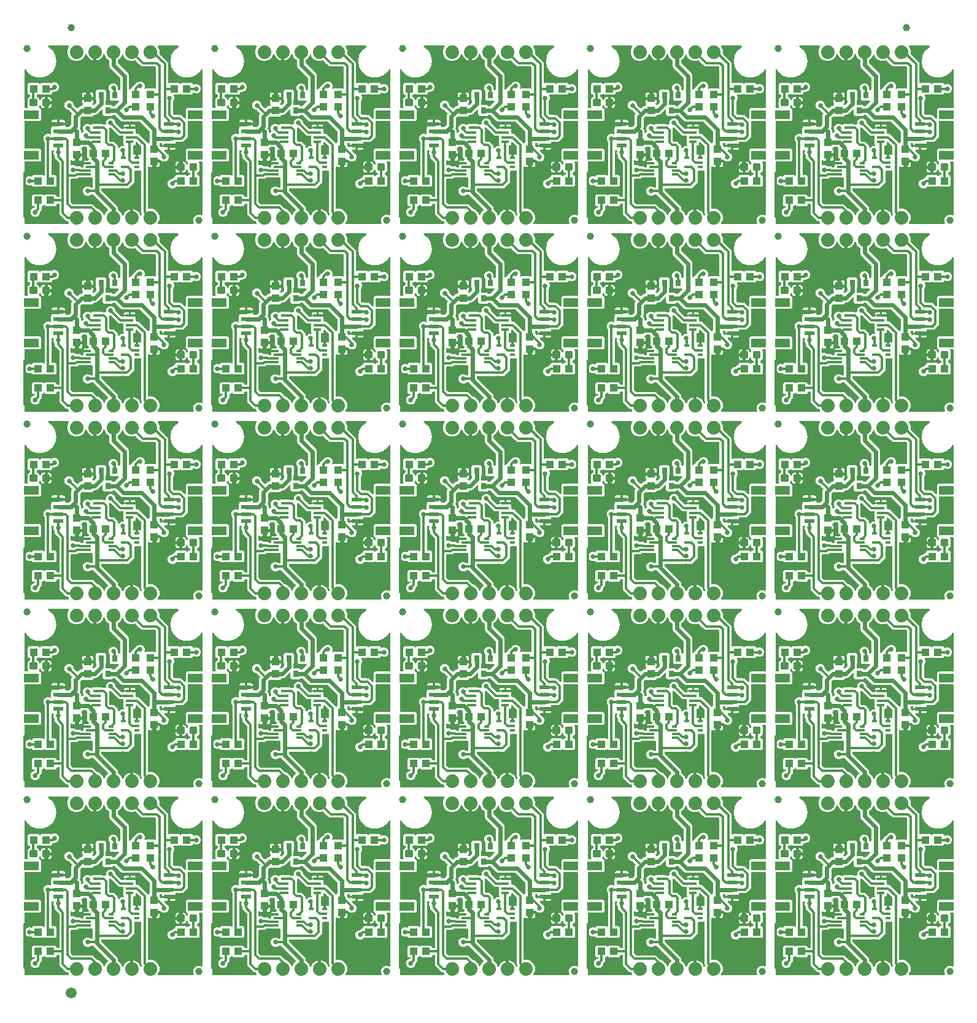
<source format=gtl>
G04 EAGLE Gerber RS-274X export*
G75*
%MOMM*%
%FSLAX34Y34*%
%LPD*%
%INTop Copper*%
%IPPOS*%
%AMOC8*
5,1,8,0,0,1.08239X$1,22.5*%
G01*
%ADD10C,1.000000*%
%ADD11R,1.100000X1.000000*%
%ADD12R,2.000000X1.200000*%
%ADD13R,1.350000X0.600000*%
%ADD14C,1.879600*%
%ADD15C,0.300000*%
%ADD16R,1.000000X1.100000*%
%ADD17R,1.100000X0.400000*%
%ADD18R,0.800000X0.900000*%
%ADD19R,0.700000X0.420000*%
%ADD20R,0.800000X0.300000*%
%ADD21C,1.500000*%
%ADD22C,0.660400*%
%ADD23C,0.609600*%
%ADD24C,0.304800*%

G36*
X264220Y66411D02*
X264220Y66411D01*
X264276Y66409D01*
X264360Y66431D01*
X264445Y66443D01*
X264496Y66467D01*
X264551Y66481D01*
X264625Y66525D01*
X264704Y66560D01*
X264747Y66597D01*
X264796Y66626D01*
X264855Y66689D01*
X264920Y66745D01*
X264946Y66787D01*
X264990Y66834D01*
X265056Y66963D01*
X265098Y67029D01*
X265126Y67097D01*
X266913Y68884D01*
X269247Y69851D01*
X271773Y69851D01*
X272629Y69496D01*
X272630Y69496D01*
X272631Y69495D01*
X272763Y69462D01*
X272904Y69425D01*
X272905Y69426D01*
X272907Y69425D01*
X273048Y69430D01*
X273188Y69434D01*
X273189Y69434D01*
X273191Y69434D01*
X273328Y69479D01*
X273459Y69520D01*
X273460Y69521D01*
X273462Y69522D01*
X273474Y69531D01*
X273695Y69679D01*
X273715Y69702D01*
X273735Y69717D01*
X275567Y71549D01*
X289093Y71549D01*
X289604Y71037D01*
X289628Y71020D01*
X289647Y70997D01*
X289741Y70935D01*
X289831Y70867D01*
X289859Y70856D01*
X289883Y70840D01*
X289991Y70806D01*
X290097Y70765D01*
X290126Y70763D01*
X290154Y70754D01*
X290268Y70751D01*
X290380Y70742D01*
X290409Y70747D01*
X290438Y70747D01*
X290548Y70775D01*
X290659Y70798D01*
X290685Y70811D01*
X290713Y70819D01*
X290811Y70876D01*
X290911Y70929D01*
X290933Y70949D01*
X290958Y70964D01*
X291035Y71046D01*
X291117Y71124D01*
X291132Y71150D01*
X291152Y71171D01*
X291204Y71272D01*
X291261Y71370D01*
X291268Y71398D01*
X291282Y71424D01*
X291295Y71502D01*
X291331Y71645D01*
X291329Y71708D01*
X291337Y71755D01*
X291337Y117091D01*
X291325Y117178D01*
X291322Y117265D01*
X291305Y117318D01*
X291297Y117372D01*
X291262Y117452D01*
X291235Y117535D01*
X291207Y117575D01*
X291181Y117632D01*
X291085Y117745D01*
X291040Y117809D01*
X290526Y118323D01*
X289559Y120657D01*
X289559Y123183D01*
X290526Y125517D01*
X292313Y127304D01*
X294647Y128271D01*
X297173Y128271D01*
X298677Y127648D01*
X298789Y127619D01*
X298898Y127584D01*
X298926Y127584D01*
X298953Y127577D01*
X299067Y127580D01*
X299182Y127577D01*
X299209Y127584D01*
X299237Y127585D01*
X299346Y127620D01*
X299457Y127649D01*
X299481Y127663D01*
X299508Y127671D01*
X299603Y127736D01*
X299702Y127794D01*
X299721Y127814D01*
X299744Y127830D01*
X299818Y127918D01*
X299896Y128001D01*
X299909Y128026D01*
X299927Y128047D01*
X299973Y128152D01*
X300026Y128255D01*
X300030Y128279D01*
X300042Y128307D01*
X300079Y128571D01*
X300081Y128586D01*
X300081Y136263D01*
X300605Y136787D01*
X300646Y136841D01*
X300695Y136889D01*
X300731Y136954D01*
X300776Y137014D01*
X300800Y137078D01*
X300834Y137137D01*
X300851Y137210D01*
X300877Y137280D01*
X300883Y137348D01*
X300898Y137414D01*
X300895Y137488D01*
X300901Y137563D01*
X300887Y137630D01*
X300884Y137698D01*
X300862Y137757D01*
X300845Y137842D01*
X300792Y137943D01*
X300766Y138012D01*
X300762Y138019D01*
X300589Y138666D01*
X300589Y140501D01*
X309396Y140501D01*
X309454Y140509D01*
X309512Y140507D01*
X309594Y140529D01*
X309677Y140541D01*
X309731Y140564D01*
X309787Y140579D01*
X309860Y140622D01*
X309879Y140631D01*
X309925Y140600D01*
X309981Y140583D01*
X310033Y140556D01*
X310101Y140545D01*
X310196Y140515D01*
X310296Y140512D01*
X310364Y140501D01*
X319171Y140501D01*
X319171Y139112D01*
X319179Y139054D01*
X319177Y138996D01*
X319199Y138914D01*
X319211Y138830D01*
X319234Y138777D01*
X319249Y138721D01*
X319292Y138648D01*
X319327Y138571D01*
X319365Y138526D01*
X319394Y138476D01*
X319456Y138418D01*
X319510Y138354D01*
X319559Y138322D01*
X319602Y138282D01*
X319677Y138243D01*
X319747Y138196D01*
X319803Y138179D01*
X319855Y138152D01*
X319923Y138141D01*
X320018Y138111D01*
X320118Y138108D01*
X320186Y138097D01*
X324634Y138097D01*
X324721Y138109D01*
X324808Y138112D01*
X324861Y138129D01*
X324916Y138137D01*
X324995Y138172D01*
X325079Y138199D01*
X325118Y138227D01*
X325175Y138253D01*
X325288Y138349D01*
X325352Y138394D01*
X327616Y140658D01*
X327668Y140728D01*
X327728Y140792D01*
X327754Y140841D01*
X327787Y140885D01*
X327818Y140967D01*
X327858Y141045D01*
X327866Y141092D01*
X327888Y141151D01*
X327900Y141299D01*
X327913Y141376D01*
X327913Y153613D01*
X328841Y155854D01*
X328923Y155935D01*
X328958Y155981D01*
X329000Y156022D01*
X329043Y156095D01*
X329094Y156162D01*
X329114Y156217D01*
X329144Y156267D01*
X329165Y156349D01*
X329195Y156428D01*
X329200Y156486D01*
X329214Y156543D01*
X329211Y156627D01*
X329218Y156711D01*
X329207Y156768D01*
X329205Y156827D01*
X329179Y156907D01*
X329162Y156990D01*
X329136Y157042D01*
X329118Y157097D01*
X329077Y157153D01*
X329031Y157242D01*
X328963Y157314D01*
X328923Y157371D01*
X325301Y160992D01*
X325232Y161044D01*
X325168Y161104D01*
X325118Y161130D01*
X325074Y161163D01*
X324992Y161194D01*
X324914Y161234D01*
X324867Y161242D01*
X324808Y161264D01*
X324661Y161276D01*
X324583Y161289D01*
X323857Y161289D01*
X321523Y162256D01*
X319736Y164043D01*
X318769Y166377D01*
X318769Y168903D01*
X319736Y171237D01*
X321523Y173024D01*
X323857Y173991D01*
X326383Y173991D01*
X328717Y173024D01*
X330504Y171237D01*
X331471Y168903D01*
X331471Y168177D01*
X331483Y168090D01*
X331486Y168003D01*
X331503Y167950D01*
X331511Y167895D01*
X331546Y167815D01*
X331573Y167732D01*
X331601Y167693D01*
X331627Y167636D01*
X331723Y167522D01*
X331768Y167459D01*
X335389Y163837D01*
X335436Y163802D01*
X335476Y163760D01*
X335549Y163717D01*
X335617Y163666D01*
X335671Y163646D01*
X335722Y163616D01*
X335803Y163595D01*
X335882Y163565D01*
X335941Y163560D01*
X335997Y163546D01*
X336082Y163549D01*
X336166Y163542D01*
X336223Y163553D01*
X336281Y163555D01*
X336362Y163581D01*
X336444Y163598D01*
X336496Y163624D01*
X336552Y163642D01*
X336608Y163683D01*
X336697Y163729D01*
X336769Y163797D01*
X336825Y163837D01*
X338566Y165579D01*
X340807Y166507D01*
X341456Y166507D01*
X341514Y166515D01*
X341572Y166513D01*
X341654Y166535D01*
X341738Y166547D01*
X341791Y166570D01*
X341847Y166585D01*
X341920Y166628D01*
X341997Y166663D01*
X342042Y166701D01*
X342092Y166730D01*
X342150Y166792D01*
X342214Y166846D01*
X342246Y166895D01*
X342286Y166938D01*
X342325Y167013D01*
X342352Y167053D01*
X343850Y168551D01*
X343885Y168598D01*
X343927Y168638D01*
X343970Y168711D01*
X344021Y168778D01*
X344042Y168833D01*
X344071Y168884D01*
X344092Y168965D01*
X344122Y169044D01*
X344127Y169103D01*
X344141Y169159D01*
X344138Y169243D01*
X344145Y169327D01*
X344134Y169385D01*
X344132Y169443D01*
X344106Y169523D01*
X344090Y169606D01*
X344063Y169658D01*
X344045Y169714D01*
X344005Y169770D01*
X343959Y169859D01*
X343890Y169931D01*
X343850Y169987D01*
X343487Y170350D01*
X343152Y170929D01*
X342979Y171576D01*
X342979Y175379D01*
X349504Y175379D01*
X349562Y175387D01*
X349620Y175385D01*
X349702Y175407D01*
X349785Y175419D01*
X349839Y175443D01*
X349895Y175457D01*
X349968Y175500D01*
X350045Y175535D01*
X350089Y175573D01*
X350140Y175603D01*
X350197Y175664D01*
X350262Y175719D01*
X350294Y175767D01*
X350334Y175810D01*
X350373Y175885D01*
X350419Y175955D01*
X350437Y176011D01*
X350464Y176063D01*
X350475Y176131D01*
X350505Y176226D01*
X350508Y176326D01*
X350519Y176394D01*
X350519Y177411D01*
X350521Y177411D01*
X350521Y176394D01*
X350529Y176336D01*
X350528Y176278D01*
X350549Y176196D01*
X350561Y176113D01*
X350585Y176059D01*
X350599Y176003D01*
X350642Y175930D01*
X350677Y175853D01*
X350715Y175808D01*
X350745Y175758D01*
X350806Y175700D01*
X350861Y175636D01*
X350909Y175604D01*
X350952Y175564D01*
X351027Y175525D01*
X351097Y175479D01*
X351153Y175461D01*
X351205Y175434D01*
X351273Y175423D01*
X351368Y175393D01*
X351468Y175390D01*
X351536Y175379D01*
X358061Y175379D01*
X358061Y171576D01*
X357888Y170929D01*
X357553Y170350D01*
X357190Y169987D01*
X357155Y169940D01*
X357113Y169900D01*
X357070Y169827D01*
X357019Y169760D01*
X356999Y169705D01*
X356969Y169655D01*
X356948Y169573D01*
X356918Y169494D01*
X356913Y169436D01*
X356899Y169379D01*
X356902Y169295D01*
X356895Y169211D01*
X356906Y169154D01*
X356908Y169095D01*
X356934Y169015D01*
X356950Y168932D01*
X356977Y168880D01*
X356995Y168825D01*
X357035Y168768D01*
X357081Y168680D01*
X357150Y168607D01*
X357190Y168551D01*
X357537Y168205D01*
X357584Y168170D01*
X357624Y168127D01*
X357697Y168084D01*
X357764Y168034D01*
X357819Y168013D01*
X357869Y167983D01*
X357951Y167963D01*
X358030Y167933D01*
X358088Y167928D01*
X358145Y167913D01*
X358229Y167916D01*
X358313Y167909D01*
X358370Y167921D01*
X358429Y167922D01*
X358509Y167948D01*
X358592Y167965D01*
X358644Y167992D01*
X358699Y168010D01*
X358756Y168050D01*
X358844Y168096D01*
X358916Y168165D01*
X358973Y168205D01*
X362566Y171798D01*
X362618Y171868D01*
X362678Y171932D01*
X362704Y171981D01*
X362737Y172025D01*
X362768Y172107D01*
X362808Y172185D01*
X362816Y172232D01*
X362838Y172291D01*
X362850Y172439D01*
X362863Y172516D01*
X362863Y174315D01*
X362851Y174401D01*
X362848Y174489D01*
X362831Y174541D01*
X362823Y174596D01*
X362788Y174676D01*
X362761Y174759D01*
X362733Y174799D01*
X362707Y174856D01*
X362611Y174969D01*
X362566Y175033D01*
X361911Y175687D01*
X361911Y187213D01*
X363697Y188999D01*
X374223Y188999D01*
X376009Y187213D01*
X376009Y175687D01*
X375354Y175033D01*
X375302Y174963D01*
X375242Y174899D01*
X375216Y174850D01*
X375183Y174805D01*
X375152Y174724D01*
X375112Y174646D01*
X375104Y174598D01*
X375082Y174540D01*
X375070Y174392D01*
X375057Y174315D01*
X375057Y169014D01*
X375065Y168956D01*
X375063Y168898D01*
X375085Y168816D01*
X375097Y168732D01*
X375120Y168679D01*
X375135Y168623D01*
X375178Y168550D01*
X375213Y168473D01*
X375251Y168428D01*
X375280Y168378D01*
X375342Y168320D01*
X375396Y168256D01*
X375445Y168224D01*
X375488Y168184D01*
X375563Y168145D01*
X375633Y168098D01*
X375689Y168081D01*
X375741Y168054D01*
X375809Y168043D01*
X375904Y168013D01*
X376004Y168010D01*
X376072Y167999D01*
X383723Y167999D01*
X384877Y166844D01*
X384947Y166792D01*
X385011Y166732D01*
X385060Y166706D01*
X385105Y166673D01*
X385186Y166642D01*
X385264Y166602D01*
X385312Y166594D01*
X385370Y166572D01*
X385518Y166560D01*
X385595Y166547D01*
X387374Y166547D01*
X387461Y166559D01*
X387548Y166562D01*
X387601Y166579D01*
X387656Y166587D01*
X387735Y166622D01*
X387819Y166649D01*
X387858Y166677D01*
X387915Y166703D01*
X388028Y166799D01*
X388092Y166844D01*
X393416Y172168D01*
X393434Y172192D01*
X393456Y172211D01*
X393519Y172305D01*
X393587Y172395D01*
X393597Y172423D01*
X393614Y172447D01*
X393648Y172555D01*
X393688Y172661D01*
X393691Y172690D01*
X393699Y172718D01*
X393702Y172832D01*
X393712Y172944D01*
X393706Y172973D01*
X393707Y173002D01*
X393678Y173112D01*
X393656Y173223D01*
X393642Y173249D01*
X393635Y173277D01*
X393577Y173375D01*
X393525Y173475D01*
X393505Y173497D01*
X393490Y173522D01*
X393407Y173599D01*
X393329Y173681D01*
X393304Y173696D01*
X393282Y173716D01*
X393182Y173768D01*
X393084Y173825D01*
X393055Y173832D01*
X393029Y173846D01*
X392952Y173859D01*
X392808Y173895D01*
X392746Y173893D01*
X392698Y173901D01*
X382697Y173901D01*
X380911Y175687D01*
X380911Y187537D01*
X380899Y187624D01*
X380896Y187711D01*
X380879Y187764D01*
X380871Y187818D01*
X380836Y187898D01*
X380809Y187981D01*
X380781Y188021D01*
X380755Y188078D01*
X380716Y188124D01*
X379729Y190507D01*
X379729Y193033D01*
X380696Y195367D01*
X382483Y197154D01*
X384817Y198121D01*
X387343Y198121D01*
X389677Y197154D01*
X391464Y195367D01*
X392431Y193033D01*
X392431Y192307D01*
X392443Y192220D01*
X392446Y192133D01*
X392463Y192080D01*
X392471Y192025D01*
X392506Y191945D01*
X392533Y191864D01*
X392533Y190014D01*
X392541Y189956D01*
X392539Y189898D01*
X392561Y189816D01*
X392573Y189732D01*
X392596Y189679D01*
X392611Y189623D01*
X392654Y189550D01*
X392689Y189473D01*
X392727Y189428D01*
X392756Y189378D01*
X392818Y189320D01*
X392872Y189256D01*
X392921Y189224D01*
X392964Y189184D01*
X393039Y189145D01*
X393109Y189098D01*
X393130Y189092D01*
X393490Y188731D01*
X393514Y188714D01*
X393533Y188691D01*
X393627Y188629D01*
X393717Y188561D01*
X393745Y188550D01*
X393769Y188534D01*
X393877Y188500D01*
X393983Y188459D01*
X394012Y188457D01*
X394040Y188448D01*
X394154Y188445D01*
X394266Y188436D01*
X394295Y188441D01*
X394324Y188441D01*
X394434Y188469D01*
X394545Y188492D01*
X394571Y188505D01*
X394599Y188513D01*
X394697Y188570D01*
X394797Y188623D01*
X394819Y188643D01*
X394844Y188658D01*
X394921Y188740D01*
X395003Y188818D01*
X395018Y188844D01*
X395038Y188865D01*
X395090Y188966D01*
X395147Y189064D01*
X395154Y189092D01*
X395168Y189118D01*
X395181Y189196D01*
X395217Y189339D01*
X395215Y189402D01*
X395223Y189449D01*
X395223Y205334D01*
X395211Y205421D01*
X395208Y205508D01*
X395191Y205561D01*
X395183Y205616D01*
X395148Y205695D01*
X395121Y205779D01*
X395093Y205818D01*
X395067Y205875D01*
X394971Y205988D01*
X394926Y206052D01*
X382769Y218209D01*
X380911Y220066D01*
X379983Y222307D01*
X379983Y229675D01*
X379983Y229676D01*
X379983Y229678D01*
X379963Y229815D01*
X379943Y229956D01*
X379943Y229958D01*
X379943Y229959D01*
X379886Y230085D01*
X379827Y230216D01*
X379826Y230217D01*
X379825Y230218D01*
X379737Y230322D01*
X379644Y230433D01*
X379642Y230434D01*
X379641Y230435D01*
X379628Y230443D01*
X379407Y230590D01*
X379378Y230599D01*
X379357Y230613D01*
X379029Y230748D01*
X375528Y234249D01*
X374011Y237911D01*
X373976Y237971D01*
X373950Y238035D01*
X373904Y238093D01*
X373867Y238156D01*
X373817Y238204D01*
X373774Y238258D01*
X373714Y238301D01*
X373660Y238351D01*
X373599Y238383D01*
X373542Y238423D01*
X373473Y238448D01*
X373407Y238482D01*
X373340Y238495D01*
X373274Y238518D01*
X373201Y238522D01*
X373128Y238537D01*
X373060Y238531D01*
X372991Y238535D01*
X372919Y238519D01*
X372845Y238512D01*
X372781Y238487D01*
X372713Y238472D01*
X372649Y238437D01*
X372580Y238410D01*
X372525Y238369D01*
X372464Y238335D01*
X372412Y238283D01*
X372353Y238239D01*
X372312Y238183D01*
X372263Y238134D01*
X372234Y238079D01*
X372183Y238011D01*
X372142Y237903D01*
X372108Y237837D01*
X371744Y236717D01*
X370891Y235043D01*
X369786Y233522D01*
X368458Y232194D01*
X366937Y231089D01*
X365263Y230236D01*
X363476Y229655D01*
X362711Y229534D01*
X362711Y240284D01*
X362703Y240342D01*
X362705Y240400D01*
X362683Y240482D01*
X362671Y240565D01*
X362647Y240619D01*
X362633Y240675D01*
X362590Y240748D01*
X362555Y240825D01*
X362517Y240869D01*
X362487Y240920D01*
X362426Y240977D01*
X362371Y241042D01*
X362323Y241074D01*
X362280Y241114D01*
X362205Y241153D01*
X362135Y241199D01*
X362079Y241217D01*
X362027Y241244D01*
X361959Y241255D01*
X361864Y241285D01*
X361764Y241288D01*
X361696Y241299D01*
X359664Y241299D01*
X359606Y241291D01*
X359548Y241292D01*
X359466Y241271D01*
X359383Y241259D01*
X359329Y241235D01*
X359273Y241221D01*
X359200Y241178D01*
X359123Y241143D01*
X359078Y241105D01*
X359028Y241075D01*
X358970Y241014D01*
X358906Y240959D01*
X358874Y240911D01*
X358834Y240868D01*
X358795Y240793D01*
X358749Y240723D01*
X358731Y240667D01*
X358704Y240615D01*
X358693Y240547D01*
X358663Y240452D01*
X358660Y240352D01*
X358649Y240284D01*
X358649Y229534D01*
X357884Y229655D01*
X356097Y230236D01*
X354423Y231089D01*
X352902Y232194D01*
X351574Y233522D01*
X350469Y235043D01*
X349616Y236717D01*
X349252Y237837D01*
X349222Y237899D01*
X349201Y237965D01*
X349160Y238026D01*
X349127Y238092D01*
X349081Y238143D01*
X349042Y238201D01*
X348986Y238248D01*
X348937Y238303D01*
X348878Y238339D01*
X348825Y238384D01*
X348758Y238414D01*
X348695Y238453D01*
X348628Y238471D01*
X348565Y238499D01*
X348492Y238509D01*
X348421Y238529D01*
X348352Y238529D01*
X348283Y238538D01*
X348211Y238528D01*
X348137Y238527D01*
X348070Y238507D01*
X348002Y238498D01*
X347935Y238467D01*
X347864Y238446D01*
X347806Y238409D01*
X347743Y238380D01*
X347687Y238333D01*
X347625Y238293D01*
X347579Y238241D01*
X347527Y238196D01*
X347494Y238143D01*
X347437Y238079D01*
X347388Y237975D01*
X347349Y237911D01*
X345832Y234249D01*
X342331Y230748D01*
X337756Y228853D01*
X332804Y228853D01*
X328229Y230748D01*
X324728Y234249D01*
X322833Y238824D01*
X322833Y243776D01*
X324803Y248531D01*
X324832Y248643D01*
X324866Y248752D01*
X324867Y248780D01*
X324874Y248807D01*
X324871Y248921D01*
X324874Y249036D01*
X324867Y249063D01*
X324866Y249091D01*
X324831Y249200D01*
X324802Y249311D01*
X324788Y249335D01*
X324779Y249362D01*
X324715Y249457D01*
X324657Y249556D01*
X324636Y249575D01*
X324621Y249598D01*
X324533Y249672D01*
X324449Y249750D01*
X324425Y249763D01*
X324403Y249781D01*
X324299Y249827D01*
X324196Y249880D01*
X324172Y249884D01*
X324144Y249896D01*
X323880Y249933D01*
X323865Y249935D01*
X297013Y249935D01*
X296940Y249925D01*
X296866Y249925D01*
X296800Y249905D01*
X296731Y249895D01*
X296664Y249865D01*
X296594Y249845D01*
X296535Y249808D01*
X296472Y249779D01*
X296416Y249732D01*
X296354Y249692D01*
X296308Y249640D01*
X296255Y249596D01*
X296214Y249534D01*
X296165Y249479D01*
X296136Y249417D01*
X296097Y249359D01*
X296075Y249289D01*
X296044Y249222D01*
X296032Y249154D01*
X296012Y249088D01*
X296010Y249014D01*
X295998Y248942D01*
X296006Y248873D01*
X296004Y248804D01*
X296023Y248733D01*
X296032Y248659D01*
X296059Y248596D01*
X296076Y248529D01*
X296114Y248465D01*
X296142Y248398D01*
X296181Y248353D01*
X296221Y248284D01*
X296311Y248200D01*
X296360Y248142D01*
X302065Y243356D01*
X306051Y236451D01*
X307435Y228600D01*
X306051Y220749D01*
X302065Y213845D01*
X295958Y208720D01*
X288466Y205993D01*
X280494Y205993D01*
X273002Y208720D01*
X266895Y213844D01*
X265039Y217059D01*
X265027Y217074D01*
X265019Y217092D01*
X264940Y217186D01*
X264864Y217283D01*
X264848Y217294D01*
X264835Y217309D01*
X264733Y217378D01*
X264634Y217449D01*
X264615Y217456D01*
X264599Y217467D01*
X264481Y217504D01*
X264366Y217546D01*
X264346Y217547D01*
X264328Y217553D01*
X264205Y217556D01*
X264082Y217564D01*
X264063Y217559D01*
X264044Y217560D01*
X263925Y217529D01*
X263805Y217502D01*
X263787Y217493D01*
X263769Y217488D01*
X263663Y217426D01*
X263555Y217367D01*
X263541Y217353D01*
X263524Y217343D01*
X263440Y217253D01*
X263353Y217167D01*
X263343Y217150D01*
X263330Y217136D01*
X263274Y217026D01*
X263214Y216919D01*
X263209Y216900D01*
X263200Y216882D01*
X263188Y216810D01*
X263149Y216642D01*
X263151Y216591D01*
X263145Y216551D01*
X263145Y165064D01*
X263153Y165006D01*
X263151Y164948D01*
X263173Y164866D01*
X263185Y164782D01*
X263208Y164729D01*
X263223Y164673D01*
X263266Y164600D01*
X263301Y164523D01*
X263339Y164478D01*
X263368Y164428D01*
X263430Y164370D01*
X263484Y164306D01*
X263533Y164274D01*
X263576Y164234D01*
X263651Y164195D01*
X263721Y164148D01*
X263777Y164131D01*
X263829Y164104D01*
X263897Y164093D01*
X263992Y164063D01*
X264092Y164060D01*
X264160Y164049D01*
X267227Y164049D01*
X267256Y164053D01*
X267286Y164050D01*
X267397Y164073D01*
X267509Y164089D01*
X267536Y164101D01*
X267564Y164106D01*
X267665Y164159D01*
X267768Y164205D01*
X267791Y164224D01*
X267817Y164237D01*
X267899Y164315D01*
X267985Y164388D01*
X268002Y164413D01*
X268023Y164433D01*
X268080Y164531D01*
X268143Y164625D01*
X268152Y164653D01*
X268167Y164678D01*
X268194Y164788D01*
X268229Y164896D01*
X268229Y164926D01*
X268237Y164954D01*
X268233Y165067D01*
X268236Y165180D01*
X268229Y165209D01*
X268228Y165238D01*
X268193Y165346D01*
X268164Y165455D01*
X268149Y165481D01*
X268140Y165509D01*
X268095Y165573D01*
X268019Y165700D01*
X267973Y165743D01*
X267945Y165782D01*
X267661Y166066D01*
X267661Y176834D01*
X270359Y179532D01*
X270404Y179539D01*
X270457Y179562D01*
X270513Y179577D01*
X270586Y179620D01*
X270663Y179655D01*
X270708Y179693D01*
X270758Y179722D01*
X270816Y179784D01*
X270880Y179838D01*
X270912Y179887D01*
X270952Y179930D01*
X270991Y180005D01*
X271038Y180075D01*
X271055Y180131D01*
X271082Y180183D01*
X271093Y180251D01*
X271123Y180346D01*
X271126Y180446D01*
X271137Y180514D01*
X271137Y181436D01*
X271129Y181494D01*
X271131Y181552D01*
X271109Y181634D01*
X271097Y181718D01*
X271074Y181771D01*
X271059Y181827D01*
X271016Y181900D01*
X270981Y181977D01*
X270943Y182022D01*
X270914Y182072D01*
X270852Y182130D01*
X270798Y182194D01*
X270749Y182226D01*
X270706Y182266D01*
X270631Y182305D01*
X270561Y182352D01*
X270505Y182369D01*
X270453Y182396D01*
X270385Y182407D01*
X270290Y182437D01*
X270190Y182440D01*
X270122Y182451D01*
X269217Y182451D01*
X267431Y184237D01*
X267431Y196763D01*
X269217Y198549D01*
X282743Y198549D01*
X283762Y197529D01*
X283809Y197494D01*
X283849Y197452D01*
X283922Y197409D01*
X283989Y197359D01*
X284044Y197338D01*
X284094Y197308D01*
X284176Y197287D01*
X284255Y197257D01*
X284313Y197252D01*
X284370Y197238D01*
X284454Y197241D01*
X284538Y197234D01*
X284596Y197245D01*
X284654Y197247D01*
X284734Y197273D01*
X284817Y197290D01*
X284869Y197317D01*
X284925Y197335D01*
X284981Y197375D01*
X285069Y197421D01*
X285142Y197489D01*
X285198Y197529D01*
X286217Y198549D01*
X299743Y198549D01*
X299817Y198474D01*
X299864Y198439D01*
X299904Y198397D01*
X299977Y198354D01*
X300044Y198303D01*
X300099Y198283D01*
X300149Y198253D01*
X300231Y198232D01*
X300310Y198202D01*
X300368Y198197D01*
X300425Y198183D01*
X300509Y198186D01*
X300593Y198179D01*
X300651Y198190D01*
X300709Y198192D01*
X300789Y198218D01*
X300872Y198235D01*
X300924Y198261D01*
X300980Y198279D01*
X301036Y198320D01*
X301124Y198365D01*
X301173Y198412D01*
X303537Y199391D01*
X306063Y199391D01*
X308397Y198424D01*
X310184Y196637D01*
X311151Y194303D01*
X311151Y191777D01*
X310184Y189443D01*
X308397Y187656D01*
X306063Y186689D01*
X305337Y186689D01*
X305250Y186677D01*
X305163Y186674D01*
X305110Y186657D01*
X305055Y186649D01*
X304975Y186614D01*
X304892Y186587D01*
X304853Y186559D01*
X304796Y186533D01*
X304682Y186437D01*
X304619Y186392D01*
X304154Y185927D01*
X302544Y185927D01*
X302486Y185919D01*
X302428Y185921D01*
X302346Y185899D01*
X302262Y185887D01*
X302209Y185864D01*
X302153Y185849D01*
X302080Y185806D01*
X302003Y185771D01*
X301958Y185733D01*
X301908Y185704D01*
X301850Y185642D01*
X301786Y185588D01*
X301754Y185539D01*
X301714Y185496D01*
X301675Y185421D01*
X301628Y185351D01*
X301611Y185295D01*
X301584Y185243D01*
X301573Y185175D01*
X301543Y185080D01*
X301540Y184980D01*
X301529Y184912D01*
X301529Y184237D01*
X299743Y182451D01*
X286217Y182451D01*
X285198Y183471D01*
X285151Y183506D01*
X285111Y183548D01*
X285085Y183563D01*
X285068Y183579D01*
X285023Y183602D01*
X284971Y183641D01*
X284916Y183662D01*
X284866Y183692D01*
X284830Y183701D01*
X284815Y183708D01*
X284779Y183715D01*
X284705Y183743D01*
X284647Y183748D01*
X284590Y183762D01*
X284511Y183759D01*
X284484Y183764D01*
X284476Y183764D01*
X284466Y183763D01*
X284422Y183766D01*
X284364Y183755D01*
X284306Y183753D01*
X284235Y183730D01*
X284195Y183724D01*
X284181Y183718D01*
X284143Y183710D01*
X284091Y183683D01*
X284035Y183665D01*
X283988Y183632D01*
X283935Y183608D01*
X283919Y183594D01*
X283891Y183579D01*
X283818Y183511D01*
X283762Y183471D01*
X282743Y182451D01*
X281298Y182451D01*
X281240Y182443D01*
X281182Y182445D01*
X281100Y182423D01*
X281016Y182411D01*
X280963Y182388D01*
X280907Y182373D01*
X280834Y182330D01*
X280757Y182295D01*
X280712Y182257D01*
X280662Y182228D01*
X280604Y182166D01*
X280540Y182112D01*
X280508Y182063D01*
X280468Y182020D01*
X280429Y181945D01*
X280382Y181875D01*
X280365Y181819D01*
X280338Y181767D01*
X280327Y181699D01*
X280297Y181604D01*
X280294Y181504D01*
X280283Y181436D01*
X280283Y180514D01*
X280291Y180456D01*
X280289Y180398D01*
X280311Y180316D01*
X280323Y180232D01*
X280346Y180179D01*
X280361Y180123D01*
X280404Y180050D01*
X280439Y179973D01*
X280477Y179928D01*
X280506Y179878D01*
X280568Y179820D01*
X280622Y179756D01*
X280671Y179724D01*
X280714Y179684D01*
X280789Y179645D01*
X280859Y179598D01*
X280915Y179581D01*
X280967Y179554D01*
X281035Y179543D01*
X281057Y179536D01*
X283759Y176834D01*
X283759Y175914D01*
X283760Y175904D01*
X283759Y175894D01*
X283780Y175763D01*
X283799Y175632D01*
X283803Y175624D01*
X283804Y175614D01*
X283861Y175494D01*
X283915Y175373D01*
X283921Y175366D01*
X283925Y175357D01*
X284013Y175257D01*
X284098Y175156D01*
X284107Y175151D01*
X284113Y175143D01*
X284224Y175072D01*
X284335Y174998D01*
X284345Y174995D01*
X284353Y174990D01*
X284479Y174953D01*
X284606Y174913D01*
X284616Y174912D01*
X284625Y174910D01*
X284758Y174909D01*
X284890Y174905D01*
X284900Y174908D01*
X284910Y174908D01*
X285038Y174944D01*
X285165Y174977D01*
X285174Y174982D01*
X285183Y174985D01*
X285297Y175055D01*
X285410Y175122D01*
X285417Y175130D01*
X285425Y175135D01*
X285514Y175233D01*
X285604Y175330D01*
X285609Y175338D01*
X285615Y175346D01*
X285639Y175397D01*
X285734Y175583D01*
X285740Y175618D01*
X285755Y175651D01*
X285985Y176510D01*
X286517Y177431D01*
X287269Y178183D01*
X288190Y178715D01*
X289218Y178991D01*
X291219Y178991D01*
X291219Y172466D01*
X291227Y172408D01*
X291225Y172350D01*
X291247Y172268D01*
X291259Y172185D01*
X291283Y172131D01*
X291297Y172075D01*
X291340Y172002D01*
X291375Y171925D01*
X291413Y171881D01*
X291443Y171830D01*
X291504Y171773D01*
X291559Y171708D01*
X291607Y171676D01*
X291650Y171636D01*
X291725Y171597D01*
X291795Y171551D01*
X291851Y171533D01*
X291903Y171506D01*
X291971Y171495D01*
X292066Y171465D01*
X292166Y171462D01*
X292234Y171451D01*
X293251Y171451D01*
X293251Y171449D01*
X292234Y171449D01*
X292176Y171441D01*
X292118Y171442D01*
X292036Y171421D01*
X291953Y171409D01*
X291899Y171385D01*
X291843Y171371D01*
X291770Y171328D01*
X291693Y171293D01*
X291648Y171255D01*
X291598Y171225D01*
X291540Y171164D01*
X291476Y171109D01*
X291444Y171061D01*
X291404Y171018D01*
X291365Y170943D01*
X291319Y170873D01*
X291301Y170817D01*
X291274Y170765D01*
X291263Y170697D01*
X291233Y170602D01*
X291230Y170502D01*
X291219Y170434D01*
X291219Y163909D01*
X289218Y163909D01*
X288190Y164185D01*
X287269Y164717D01*
X286517Y165469D01*
X285985Y166390D01*
X285755Y167249D01*
X285751Y167258D01*
X285749Y167268D01*
X285695Y167388D01*
X285643Y167510D01*
X285637Y167518D01*
X285633Y167527D01*
X285548Y167628D01*
X285464Y167731D01*
X285456Y167736D01*
X285449Y167744D01*
X285339Y167818D01*
X285230Y167893D01*
X285221Y167896D01*
X285213Y167902D01*
X285086Y167942D01*
X284961Y167984D01*
X284951Y167984D01*
X284942Y167987D01*
X284809Y167991D01*
X284677Y167997D01*
X284667Y167994D01*
X284658Y167995D01*
X284529Y167961D01*
X284401Y167930D01*
X284392Y167925D01*
X284383Y167923D01*
X284269Y167855D01*
X284153Y167790D01*
X284147Y167783D01*
X284138Y167778D01*
X284047Y167681D01*
X283955Y167586D01*
X283950Y167577D01*
X283944Y167570D01*
X283883Y167452D01*
X283821Y167335D01*
X283819Y167326D01*
X283814Y167317D01*
X283805Y167261D01*
X283761Y167057D01*
X283765Y167022D01*
X283759Y166986D01*
X283759Y166066D01*
X283475Y165782D01*
X283457Y165758D01*
X283435Y165739D01*
X283372Y165645D01*
X283304Y165555D01*
X283293Y165527D01*
X283277Y165503D01*
X283243Y165395D01*
X283203Y165289D01*
X283200Y165260D01*
X283191Y165232D01*
X283188Y165118D01*
X283179Y165006D01*
X283185Y164977D01*
X283184Y164948D01*
X283213Y164838D01*
X283235Y164727D01*
X283248Y164701D01*
X283256Y164673D01*
X283314Y164575D01*
X283366Y164475D01*
X283386Y164453D01*
X283401Y164428D01*
X283484Y164351D01*
X283562Y164269D01*
X283587Y164254D01*
X283608Y164234D01*
X283709Y164182D01*
X283807Y164125D01*
X283835Y164118D01*
X283862Y164104D01*
X283939Y164091D01*
X284082Y164055D01*
X284145Y164057D01*
X284193Y164049D01*
X284393Y164049D01*
X286179Y162263D01*
X286179Y147737D01*
X284393Y145951D01*
X264160Y145951D01*
X264102Y145943D01*
X264044Y145945D01*
X263962Y145923D01*
X263878Y145911D01*
X263825Y145888D01*
X263769Y145873D01*
X263696Y145830D01*
X263619Y145795D01*
X263574Y145757D01*
X263524Y145728D01*
X263466Y145666D01*
X263402Y145612D01*
X263370Y145563D01*
X263330Y145520D01*
X263291Y145445D01*
X263244Y145375D01*
X263227Y145319D01*
X263200Y145267D01*
X263189Y145199D01*
X263159Y145104D01*
X263156Y145004D01*
X263145Y144936D01*
X263145Y109064D01*
X263153Y109006D01*
X263151Y108948D01*
X263173Y108866D01*
X263185Y108782D01*
X263208Y108729D01*
X263223Y108673D01*
X263266Y108600D01*
X263301Y108523D01*
X263339Y108478D01*
X263368Y108428D01*
X263430Y108370D01*
X263484Y108306D01*
X263533Y108274D01*
X263576Y108234D01*
X263651Y108195D01*
X263721Y108148D01*
X263777Y108131D01*
X263829Y108104D01*
X263897Y108093D01*
X263992Y108063D01*
X264092Y108060D01*
X264160Y108049D01*
X284393Y108049D01*
X286179Y106263D01*
X286179Y91737D01*
X284393Y89951D01*
X264160Y89951D01*
X264102Y89943D01*
X264044Y89945D01*
X263962Y89923D01*
X263878Y89911D01*
X263825Y89888D01*
X263769Y89873D01*
X263696Y89830D01*
X263619Y89795D01*
X263574Y89757D01*
X263524Y89728D01*
X263466Y89666D01*
X263402Y89612D01*
X263370Y89563D01*
X263330Y89520D01*
X263291Y89445D01*
X263244Y89375D01*
X263227Y89319D01*
X263200Y89267D01*
X263189Y89199D01*
X263159Y89104D01*
X263156Y89004D01*
X263145Y88936D01*
X263145Y67418D01*
X263157Y67333D01*
X263159Y67247D01*
X263177Y67193D01*
X263185Y67136D01*
X263220Y67058D01*
X263246Y66976D01*
X263278Y66929D01*
X263301Y66877D01*
X263356Y66811D01*
X263404Y66740D01*
X263448Y66703D01*
X263484Y66660D01*
X263556Y66612D01*
X263622Y66557D01*
X263674Y66534D01*
X263721Y66502D01*
X263803Y66476D01*
X263882Y66442D01*
X263938Y66434D01*
X263992Y66417D01*
X264078Y66414D01*
X264163Y66403D01*
X264220Y66411D01*
G37*
G36*
X5140Y584571D02*
X5140Y584571D01*
X5196Y584569D01*
X5280Y584591D01*
X5365Y584603D01*
X5416Y584627D01*
X5471Y584641D01*
X5545Y584685D01*
X5624Y584720D01*
X5667Y584757D01*
X5716Y584786D01*
X5775Y584849D01*
X5840Y584905D01*
X5866Y584947D01*
X5910Y584994D01*
X5976Y585123D01*
X6018Y585189D01*
X6046Y585257D01*
X7833Y587044D01*
X10167Y588011D01*
X12693Y588011D01*
X13549Y587656D01*
X13550Y587656D01*
X13551Y587655D01*
X13683Y587622D01*
X13824Y587585D01*
X13825Y587586D01*
X13827Y587585D01*
X13968Y587590D01*
X14108Y587594D01*
X14109Y587594D01*
X14111Y587594D01*
X14248Y587639D01*
X14379Y587680D01*
X14380Y587681D01*
X14382Y587682D01*
X14394Y587691D01*
X14615Y587839D01*
X14635Y587862D01*
X14655Y587877D01*
X16487Y589709D01*
X30013Y589709D01*
X30524Y589197D01*
X30548Y589180D01*
X30567Y589157D01*
X30661Y589095D01*
X30751Y589027D01*
X30779Y589016D01*
X30803Y589000D01*
X30911Y588966D01*
X31017Y588925D01*
X31046Y588923D01*
X31074Y588914D01*
X31188Y588911D01*
X31300Y588902D01*
X31329Y588907D01*
X31358Y588907D01*
X31468Y588935D01*
X31579Y588958D01*
X31605Y588971D01*
X31633Y588979D01*
X31731Y589036D01*
X31831Y589089D01*
X31853Y589109D01*
X31878Y589124D01*
X31955Y589206D01*
X32037Y589284D01*
X32052Y589310D01*
X32072Y589331D01*
X32124Y589432D01*
X32181Y589530D01*
X32188Y589558D01*
X32202Y589584D01*
X32215Y589662D01*
X32251Y589805D01*
X32249Y589868D01*
X32257Y589915D01*
X32257Y635251D01*
X32245Y635338D01*
X32242Y635425D01*
X32225Y635478D01*
X32217Y635532D01*
X32182Y635612D01*
X32155Y635695D01*
X32127Y635735D01*
X32101Y635792D01*
X32005Y635905D01*
X31960Y635969D01*
X31446Y636483D01*
X30479Y638817D01*
X30479Y641343D01*
X31446Y643677D01*
X33233Y645464D01*
X35567Y646431D01*
X38093Y646431D01*
X39597Y645808D01*
X39709Y645779D01*
X39818Y645744D01*
X39846Y645744D01*
X39873Y645737D01*
X39987Y645740D01*
X40102Y645737D01*
X40129Y645744D01*
X40157Y645745D01*
X40266Y645780D01*
X40377Y645809D01*
X40401Y645823D01*
X40428Y645831D01*
X40523Y645896D01*
X40622Y645954D01*
X40641Y645974D01*
X40664Y645990D01*
X40738Y646078D01*
X40816Y646161D01*
X40829Y646186D01*
X40847Y646207D01*
X40893Y646312D01*
X40946Y646415D01*
X40950Y646439D01*
X40962Y646467D01*
X40999Y646731D01*
X41001Y646746D01*
X41001Y654423D01*
X41525Y654947D01*
X41566Y655001D01*
X41615Y655049D01*
X41651Y655114D01*
X41696Y655174D01*
X41720Y655238D01*
X41754Y655297D01*
X41771Y655370D01*
X41797Y655440D01*
X41803Y655508D01*
X41818Y655574D01*
X41815Y655648D01*
X41821Y655723D01*
X41807Y655790D01*
X41804Y655858D01*
X41782Y655917D01*
X41765Y656002D01*
X41712Y656103D01*
X41686Y656172D01*
X41682Y656179D01*
X41509Y656826D01*
X41509Y658661D01*
X50316Y658661D01*
X50374Y658669D01*
X50432Y658667D01*
X50514Y658689D01*
X50597Y658701D01*
X50651Y658724D01*
X50707Y658739D01*
X50780Y658782D01*
X50799Y658791D01*
X50845Y658760D01*
X50901Y658743D01*
X50953Y658716D01*
X51021Y658705D01*
X51116Y658675D01*
X51216Y658672D01*
X51284Y658661D01*
X60091Y658661D01*
X60091Y657272D01*
X60099Y657214D01*
X60097Y657156D01*
X60119Y657074D01*
X60131Y656990D01*
X60154Y656937D01*
X60169Y656881D01*
X60212Y656808D01*
X60247Y656731D01*
X60285Y656686D01*
X60314Y656636D01*
X60376Y656578D01*
X60430Y656514D01*
X60479Y656482D01*
X60522Y656442D01*
X60597Y656403D01*
X60667Y656356D01*
X60723Y656339D01*
X60775Y656312D01*
X60843Y656301D01*
X60938Y656271D01*
X61038Y656268D01*
X61106Y656257D01*
X65554Y656257D01*
X65641Y656269D01*
X65728Y656272D01*
X65781Y656289D01*
X65836Y656297D01*
X65915Y656332D01*
X65999Y656359D01*
X66038Y656387D01*
X66095Y656413D01*
X66208Y656509D01*
X66272Y656554D01*
X68536Y658818D01*
X68588Y658888D01*
X68648Y658952D01*
X68674Y659001D01*
X68707Y659045D01*
X68738Y659127D01*
X68778Y659205D01*
X68786Y659252D01*
X68808Y659311D01*
X68820Y659459D01*
X68833Y659536D01*
X68833Y671773D01*
X69761Y674014D01*
X69843Y674095D01*
X69878Y674141D01*
X69920Y674182D01*
X69963Y674255D01*
X70014Y674322D01*
X70034Y674377D01*
X70064Y674427D01*
X70085Y674509D01*
X70115Y674588D01*
X70120Y674646D01*
X70134Y674703D01*
X70131Y674787D01*
X70138Y674871D01*
X70127Y674928D01*
X70125Y674987D01*
X70099Y675067D01*
X70082Y675150D01*
X70056Y675202D01*
X70038Y675257D01*
X69997Y675313D01*
X69951Y675402D01*
X69883Y675474D01*
X69843Y675531D01*
X66221Y679152D01*
X66152Y679204D01*
X66088Y679264D01*
X66038Y679290D01*
X65994Y679323D01*
X65912Y679354D01*
X65834Y679394D01*
X65787Y679402D01*
X65728Y679424D01*
X65581Y679436D01*
X65503Y679449D01*
X64777Y679449D01*
X62443Y680416D01*
X60656Y682203D01*
X59689Y684537D01*
X59689Y687063D01*
X60656Y689397D01*
X62443Y691184D01*
X64777Y692151D01*
X67303Y692151D01*
X69637Y691184D01*
X71424Y689397D01*
X72391Y687063D01*
X72391Y686337D01*
X72403Y686250D01*
X72406Y686163D01*
X72423Y686110D01*
X72431Y686055D01*
X72466Y685975D01*
X72493Y685892D01*
X72521Y685853D01*
X72547Y685796D01*
X72643Y685682D01*
X72688Y685619D01*
X76309Y681997D01*
X76356Y681962D01*
X76396Y681920D01*
X76469Y681877D01*
X76537Y681826D01*
X76591Y681806D01*
X76642Y681776D01*
X76723Y681755D01*
X76802Y681725D01*
X76861Y681720D01*
X76917Y681706D01*
X77002Y681709D01*
X77086Y681702D01*
X77143Y681713D01*
X77201Y681715D01*
X77282Y681741D01*
X77364Y681758D01*
X77416Y681784D01*
X77472Y681802D01*
X77528Y681843D01*
X77617Y681889D01*
X77689Y681957D01*
X77745Y681997D01*
X79486Y683739D01*
X81727Y684667D01*
X82376Y684667D01*
X82434Y684675D01*
X82492Y684673D01*
X82574Y684695D01*
X82658Y684707D01*
X82711Y684730D01*
X82767Y684745D01*
X82840Y684788D01*
X82917Y684823D01*
X82962Y684861D01*
X83012Y684890D01*
X83070Y684952D01*
X83134Y685006D01*
X83166Y685055D01*
X83206Y685098D01*
X83245Y685173D01*
X83272Y685213D01*
X84770Y686711D01*
X84805Y686758D01*
X84847Y686798D01*
X84890Y686871D01*
X84941Y686938D01*
X84962Y686993D01*
X84991Y687044D01*
X85012Y687125D01*
X85042Y687204D01*
X85047Y687263D01*
X85061Y687319D01*
X85058Y687403D01*
X85065Y687487D01*
X85054Y687545D01*
X85052Y687603D01*
X85026Y687683D01*
X85010Y687766D01*
X84983Y687818D01*
X84965Y687874D01*
X84925Y687930D01*
X84879Y688019D01*
X84810Y688091D01*
X84770Y688147D01*
X84407Y688510D01*
X84072Y689089D01*
X83899Y689736D01*
X83899Y693539D01*
X90424Y693539D01*
X90482Y693547D01*
X90540Y693545D01*
X90622Y693567D01*
X90705Y693579D01*
X90759Y693603D01*
X90815Y693617D01*
X90888Y693660D01*
X90965Y693695D01*
X91009Y693733D01*
X91060Y693763D01*
X91117Y693824D01*
X91182Y693879D01*
X91214Y693927D01*
X91254Y693970D01*
X91293Y694045D01*
X91339Y694115D01*
X91357Y694171D01*
X91384Y694223D01*
X91395Y694291D01*
X91425Y694386D01*
X91428Y694486D01*
X91439Y694554D01*
X91439Y695571D01*
X91441Y695571D01*
X91441Y694554D01*
X91449Y694496D01*
X91448Y694438D01*
X91469Y694356D01*
X91481Y694273D01*
X91505Y694219D01*
X91519Y694163D01*
X91562Y694090D01*
X91597Y694013D01*
X91635Y693968D01*
X91665Y693918D01*
X91726Y693860D01*
X91781Y693796D01*
X91829Y693764D01*
X91872Y693724D01*
X91947Y693685D01*
X92017Y693639D01*
X92073Y693621D01*
X92125Y693594D01*
X92193Y693583D01*
X92288Y693553D01*
X92388Y693550D01*
X92456Y693539D01*
X98981Y693539D01*
X98981Y689736D01*
X98808Y689089D01*
X98473Y688510D01*
X98110Y688147D01*
X98075Y688100D01*
X98033Y688060D01*
X97990Y687987D01*
X97939Y687920D01*
X97919Y687865D01*
X97889Y687815D01*
X97868Y687733D01*
X97838Y687654D01*
X97833Y687596D01*
X97819Y687539D01*
X97822Y687455D01*
X97815Y687371D01*
X97826Y687314D01*
X97828Y687255D01*
X97854Y687175D01*
X97870Y687092D01*
X97897Y687040D01*
X97915Y686985D01*
X97955Y686928D01*
X98001Y686840D01*
X98070Y686767D01*
X98110Y686711D01*
X98457Y686365D01*
X98504Y686330D01*
X98544Y686287D01*
X98617Y686244D01*
X98684Y686194D01*
X98739Y686173D01*
X98789Y686143D01*
X98871Y686123D01*
X98950Y686093D01*
X99008Y686088D01*
X99065Y686073D01*
X99149Y686076D01*
X99233Y686069D01*
X99290Y686081D01*
X99349Y686082D01*
X99429Y686108D01*
X99512Y686125D01*
X99564Y686152D01*
X99619Y686170D01*
X99676Y686210D01*
X99764Y686256D01*
X99836Y686325D01*
X99893Y686365D01*
X103486Y689958D01*
X103538Y690028D01*
X103598Y690092D01*
X103624Y690141D01*
X103657Y690185D01*
X103688Y690267D01*
X103728Y690345D01*
X103736Y690392D01*
X103758Y690451D01*
X103770Y690599D01*
X103783Y690676D01*
X103783Y692475D01*
X103771Y692561D01*
X103768Y692649D01*
X103751Y692701D01*
X103743Y692756D01*
X103708Y692836D01*
X103681Y692919D01*
X103653Y692959D01*
X103627Y693016D01*
X103531Y693129D01*
X103486Y693193D01*
X102831Y693847D01*
X102831Y705373D01*
X104617Y707159D01*
X115143Y707159D01*
X116929Y705373D01*
X116929Y693847D01*
X116274Y693193D01*
X116222Y693123D01*
X116162Y693059D01*
X116136Y693010D01*
X116103Y692965D01*
X116072Y692884D01*
X116032Y692806D01*
X116024Y692758D01*
X116002Y692700D01*
X115990Y692552D01*
X115977Y692475D01*
X115977Y687174D01*
X115985Y687116D01*
X115983Y687058D01*
X116005Y686976D01*
X116017Y686892D01*
X116040Y686839D01*
X116055Y686783D01*
X116098Y686710D01*
X116133Y686633D01*
X116171Y686588D01*
X116200Y686538D01*
X116262Y686480D01*
X116316Y686416D01*
X116365Y686384D01*
X116408Y686344D01*
X116483Y686305D01*
X116553Y686258D01*
X116609Y686241D01*
X116661Y686214D01*
X116729Y686203D01*
X116824Y686173D01*
X116924Y686170D01*
X116992Y686159D01*
X124643Y686159D01*
X125797Y685004D01*
X125867Y684952D01*
X125931Y684892D01*
X125980Y684866D01*
X126025Y684833D01*
X126106Y684802D01*
X126184Y684762D01*
X126232Y684754D01*
X126290Y684732D01*
X126438Y684720D01*
X126515Y684707D01*
X128294Y684707D01*
X128381Y684719D01*
X128468Y684722D01*
X128521Y684739D01*
X128576Y684747D01*
X128655Y684782D01*
X128739Y684809D01*
X128778Y684837D01*
X128835Y684863D01*
X128948Y684959D01*
X129012Y685004D01*
X134336Y690328D01*
X134354Y690352D01*
X134376Y690371D01*
X134439Y690465D01*
X134507Y690555D01*
X134517Y690583D01*
X134534Y690607D01*
X134568Y690715D01*
X134608Y690821D01*
X134611Y690850D01*
X134619Y690878D01*
X134622Y690992D01*
X134632Y691104D01*
X134626Y691133D01*
X134627Y691162D01*
X134598Y691272D01*
X134576Y691383D01*
X134562Y691409D01*
X134555Y691437D01*
X134497Y691535D01*
X134445Y691635D01*
X134425Y691657D01*
X134410Y691682D01*
X134327Y691759D01*
X134249Y691841D01*
X134224Y691856D01*
X134202Y691876D01*
X134102Y691928D01*
X134004Y691985D01*
X133975Y691992D01*
X133949Y692006D01*
X133872Y692019D01*
X133728Y692055D01*
X133666Y692053D01*
X133618Y692061D01*
X123617Y692061D01*
X121831Y693847D01*
X121831Y705697D01*
X121819Y705784D01*
X121816Y705871D01*
X121799Y705924D01*
X121791Y705978D01*
X121756Y706058D01*
X121729Y706141D01*
X121701Y706181D01*
X121675Y706238D01*
X121636Y706284D01*
X120649Y708667D01*
X120649Y711193D01*
X121616Y713527D01*
X123403Y715314D01*
X125737Y716281D01*
X128263Y716281D01*
X130597Y715314D01*
X132384Y713527D01*
X133351Y711193D01*
X133351Y710467D01*
X133363Y710380D01*
X133366Y710293D01*
X133383Y710240D01*
X133391Y710185D01*
X133426Y710105D01*
X133453Y710024D01*
X133453Y708174D01*
X133461Y708116D01*
X133459Y708058D01*
X133481Y707976D01*
X133493Y707892D01*
X133516Y707839D01*
X133531Y707783D01*
X133574Y707710D01*
X133609Y707633D01*
X133647Y707588D01*
X133676Y707538D01*
X133738Y707480D01*
X133792Y707416D01*
X133841Y707384D01*
X133884Y707344D01*
X133959Y707305D01*
X134029Y707258D01*
X134050Y707252D01*
X134410Y706891D01*
X134434Y706874D01*
X134453Y706851D01*
X134547Y706789D01*
X134637Y706721D01*
X134665Y706710D01*
X134689Y706694D01*
X134797Y706660D01*
X134903Y706619D01*
X134932Y706617D01*
X134960Y706608D01*
X135074Y706605D01*
X135186Y706596D01*
X135215Y706601D01*
X135244Y706601D01*
X135354Y706629D01*
X135465Y706652D01*
X135491Y706665D01*
X135519Y706673D01*
X135617Y706730D01*
X135717Y706783D01*
X135739Y706803D01*
X135764Y706818D01*
X135841Y706900D01*
X135923Y706978D01*
X135938Y707004D01*
X135958Y707025D01*
X136010Y707126D01*
X136067Y707224D01*
X136074Y707252D01*
X136088Y707278D01*
X136101Y707356D01*
X136137Y707499D01*
X136135Y707562D01*
X136143Y707609D01*
X136143Y723494D01*
X136131Y723581D01*
X136128Y723668D01*
X136111Y723721D01*
X136103Y723776D01*
X136068Y723855D01*
X136041Y723939D01*
X136013Y723978D01*
X135987Y724035D01*
X135891Y724148D01*
X135846Y724212D01*
X123689Y736369D01*
X121831Y738226D01*
X120903Y740467D01*
X120903Y747835D01*
X120903Y747836D01*
X120903Y747838D01*
X120883Y747975D01*
X120863Y748116D01*
X120863Y748118D01*
X120863Y748119D01*
X120806Y748245D01*
X120747Y748376D01*
X120746Y748377D01*
X120745Y748378D01*
X120657Y748482D01*
X120564Y748593D01*
X120562Y748594D01*
X120561Y748595D01*
X120548Y748603D01*
X120327Y748750D01*
X120298Y748759D01*
X120277Y748773D01*
X119949Y748908D01*
X116448Y752409D01*
X114931Y756071D01*
X114896Y756131D01*
X114870Y756195D01*
X114824Y756253D01*
X114787Y756316D01*
X114737Y756364D01*
X114694Y756418D01*
X114634Y756461D01*
X114580Y756511D01*
X114519Y756543D01*
X114462Y756583D01*
X114393Y756608D01*
X114327Y756642D01*
X114260Y756655D01*
X114194Y756678D01*
X114121Y756682D01*
X114048Y756697D01*
X113980Y756691D01*
X113911Y756695D01*
X113839Y756679D01*
X113765Y756672D01*
X113701Y756647D01*
X113633Y756632D01*
X113569Y756597D01*
X113500Y756570D01*
X113445Y756529D01*
X113384Y756495D01*
X113332Y756443D01*
X113273Y756399D01*
X113232Y756343D01*
X113183Y756294D01*
X113154Y756239D01*
X113103Y756171D01*
X113062Y756063D01*
X113028Y755997D01*
X112664Y754877D01*
X111811Y753203D01*
X110706Y751682D01*
X109378Y750354D01*
X107857Y749249D01*
X106183Y748396D01*
X104396Y747815D01*
X103631Y747694D01*
X103631Y758444D01*
X103623Y758502D01*
X103625Y758560D01*
X103603Y758642D01*
X103591Y758725D01*
X103567Y758779D01*
X103553Y758835D01*
X103510Y758908D01*
X103475Y758985D01*
X103437Y759029D01*
X103407Y759080D01*
X103346Y759137D01*
X103291Y759202D01*
X103243Y759234D01*
X103200Y759274D01*
X103125Y759313D01*
X103055Y759359D01*
X102999Y759377D01*
X102947Y759404D01*
X102879Y759415D01*
X102784Y759445D01*
X102684Y759448D01*
X102616Y759459D01*
X100584Y759459D01*
X100526Y759451D01*
X100468Y759452D01*
X100386Y759431D01*
X100303Y759419D01*
X100249Y759395D01*
X100193Y759381D01*
X100120Y759338D01*
X100043Y759303D01*
X99998Y759265D01*
X99948Y759235D01*
X99890Y759174D01*
X99826Y759119D01*
X99794Y759071D01*
X99754Y759028D01*
X99715Y758953D01*
X99669Y758883D01*
X99651Y758827D01*
X99624Y758775D01*
X99613Y758707D01*
X99583Y758612D01*
X99580Y758512D01*
X99569Y758444D01*
X99569Y747694D01*
X98804Y747815D01*
X97017Y748396D01*
X95343Y749249D01*
X93822Y750354D01*
X92494Y751682D01*
X91389Y753203D01*
X90536Y754877D01*
X90172Y755997D01*
X90142Y756059D01*
X90121Y756125D01*
X90080Y756186D01*
X90047Y756252D01*
X90001Y756303D01*
X89962Y756361D01*
X89906Y756408D01*
X89857Y756463D01*
X89798Y756499D01*
X89745Y756544D01*
X89678Y756574D01*
X89615Y756613D01*
X89548Y756631D01*
X89485Y756659D01*
X89412Y756669D01*
X89341Y756689D01*
X89272Y756689D01*
X89203Y756698D01*
X89131Y756688D01*
X89057Y756687D01*
X88990Y756667D01*
X88922Y756658D01*
X88855Y756627D01*
X88784Y756606D01*
X88726Y756569D01*
X88663Y756540D01*
X88607Y756493D01*
X88545Y756453D01*
X88499Y756401D01*
X88447Y756356D01*
X88414Y756303D01*
X88357Y756239D01*
X88308Y756135D01*
X88269Y756071D01*
X86752Y752409D01*
X83251Y748908D01*
X78676Y747013D01*
X73724Y747013D01*
X69149Y748908D01*
X65648Y752409D01*
X63753Y756984D01*
X63753Y761936D01*
X65723Y766691D01*
X65752Y766803D01*
X65786Y766912D01*
X65787Y766940D01*
X65794Y766967D01*
X65791Y767081D01*
X65794Y767196D01*
X65787Y767223D01*
X65786Y767251D01*
X65751Y767360D01*
X65722Y767471D01*
X65708Y767495D01*
X65699Y767522D01*
X65635Y767617D01*
X65577Y767716D01*
X65556Y767735D01*
X65541Y767758D01*
X65453Y767832D01*
X65369Y767910D01*
X65345Y767923D01*
X65323Y767941D01*
X65219Y767987D01*
X65116Y768040D01*
X65092Y768044D01*
X65064Y768056D01*
X64800Y768093D01*
X64785Y768095D01*
X37933Y768095D01*
X37860Y768085D01*
X37786Y768085D01*
X37720Y768065D01*
X37651Y768055D01*
X37584Y768025D01*
X37514Y768005D01*
X37455Y767968D01*
X37392Y767939D01*
X37336Y767892D01*
X37274Y767852D01*
X37228Y767800D01*
X37175Y767756D01*
X37134Y767694D01*
X37085Y767639D01*
X37056Y767577D01*
X37017Y767519D01*
X36995Y767449D01*
X36964Y767382D01*
X36952Y767314D01*
X36932Y767248D01*
X36930Y767174D01*
X36918Y767102D01*
X36926Y767033D01*
X36924Y766964D01*
X36943Y766893D01*
X36952Y766819D01*
X36979Y766756D01*
X36996Y766689D01*
X37034Y766625D01*
X37062Y766558D01*
X37101Y766513D01*
X37141Y766444D01*
X37231Y766360D01*
X37280Y766302D01*
X42985Y761516D01*
X46971Y754611D01*
X48355Y746760D01*
X46971Y738909D01*
X42985Y732005D01*
X36878Y726880D01*
X29386Y724153D01*
X21414Y724153D01*
X13922Y726880D01*
X7815Y732004D01*
X5959Y735219D01*
X5947Y735234D01*
X5939Y735252D01*
X5860Y735346D01*
X5784Y735443D01*
X5768Y735454D01*
X5755Y735469D01*
X5653Y735538D01*
X5554Y735609D01*
X5535Y735616D01*
X5519Y735627D01*
X5401Y735664D01*
X5286Y735706D01*
X5266Y735707D01*
X5248Y735713D01*
X5125Y735716D01*
X5002Y735724D01*
X4983Y735719D01*
X4964Y735720D01*
X4845Y735689D01*
X4725Y735662D01*
X4707Y735653D01*
X4689Y735648D01*
X4583Y735586D01*
X4475Y735527D01*
X4461Y735513D01*
X4444Y735503D01*
X4360Y735413D01*
X4273Y735327D01*
X4263Y735310D01*
X4250Y735296D01*
X4194Y735186D01*
X4134Y735079D01*
X4129Y735060D01*
X4120Y735042D01*
X4108Y734970D01*
X4069Y734802D01*
X4071Y734751D01*
X4065Y734711D01*
X4065Y683224D01*
X4073Y683166D01*
X4071Y683108D01*
X4093Y683026D01*
X4105Y682942D01*
X4128Y682889D01*
X4143Y682833D01*
X4186Y682760D01*
X4221Y682683D01*
X4259Y682638D01*
X4288Y682588D01*
X4350Y682530D01*
X4404Y682466D01*
X4453Y682434D01*
X4496Y682394D01*
X4571Y682355D01*
X4641Y682308D01*
X4697Y682291D01*
X4749Y682264D01*
X4817Y682253D01*
X4912Y682223D01*
X5012Y682220D01*
X5080Y682209D01*
X8147Y682209D01*
X8176Y682213D01*
X8206Y682210D01*
X8317Y682233D01*
X8429Y682249D01*
X8456Y682261D01*
X8484Y682266D01*
X8585Y682319D01*
X8688Y682365D01*
X8711Y682384D01*
X8737Y682397D01*
X8819Y682475D01*
X8905Y682548D01*
X8922Y682573D01*
X8943Y682593D01*
X9000Y682691D01*
X9063Y682785D01*
X9072Y682813D01*
X9087Y682838D01*
X9114Y682948D01*
X9149Y683056D01*
X9149Y683086D01*
X9157Y683114D01*
X9153Y683227D01*
X9156Y683340D01*
X9149Y683369D01*
X9148Y683398D01*
X9113Y683506D01*
X9084Y683615D01*
X9069Y683641D01*
X9060Y683669D01*
X9015Y683733D01*
X8939Y683860D01*
X8893Y683903D01*
X8865Y683942D01*
X8581Y684226D01*
X8581Y694994D01*
X11279Y697692D01*
X11324Y697699D01*
X11377Y697722D01*
X11433Y697737D01*
X11506Y697780D01*
X11583Y697815D01*
X11628Y697853D01*
X11678Y697882D01*
X11736Y697944D01*
X11800Y697998D01*
X11832Y698047D01*
X11872Y698090D01*
X11911Y698165D01*
X11958Y698235D01*
X11975Y698291D01*
X12002Y698343D01*
X12013Y698411D01*
X12043Y698506D01*
X12046Y698606D01*
X12057Y698674D01*
X12057Y699596D01*
X12049Y699654D01*
X12051Y699712D01*
X12029Y699794D01*
X12017Y699878D01*
X11994Y699931D01*
X11979Y699987D01*
X11936Y700060D01*
X11901Y700137D01*
X11863Y700182D01*
X11834Y700232D01*
X11772Y700290D01*
X11718Y700354D01*
X11669Y700386D01*
X11626Y700426D01*
X11551Y700465D01*
X11481Y700512D01*
X11425Y700529D01*
X11373Y700556D01*
X11305Y700567D01*
X11210Y700597D01*
X11110Y700600D01*
X11042Y700611D01*
X10137Y700611D01*
X8351Y702397D01*
X8351Y714923D01*
X10137Y716709D01*
X23663Y716709D01*
X24682Y715689D01*
X24729Y715654D01*
X24769Y715612D01*
X24842Y715569D01*
X24909Y715519D01*
X24964Y715498D01*
X25014Y715468D01*
X25096Y715447D01*
X25175Y715417D01*
X25233Y715412D01*
X25290Y715398D01*
X25374Y715401D01*
X25458Y715394D01*
X25516Y715405D01*
X25574Y715407D01*
X25654Y715433D01*
X25737Y715450D01*
X25789Y715477D01*
X25845Y715495D01*
X25901Y715535D01*
X25989Y715581D01*
X26062Y715649D01*
X26118Y715689D01*
X27137Y716709D01*
X40663Y716709D01*
X40737Y716634D01*
X40784Y716599D01*
X40824Y716557D01*
X40897Y716514D01*
X40964Y716463D01*
X41019Y716443D01*
X41069Y716413D01*
X41151Y716392D01*
X41230Y716362D01*
X41288Y716357D01*
X41345Y716343D01*
X41429Y716346D01*
X41513Y716339D01*
X41571Y716350D01*
X41629Y716352D01*
X41709Y716378D01*
X41792Y716395D01*
X41844Y716421D01*
X41900Y716439D01*
X41956Y716480D01*
X42044Y716525D01*
X42093Y716572D01*
X44457Y717551D01*
X46983Y717551D01*
X49317Y716584D01*
X51104Y714797D01*
X52071Y712463D01*
X52071Y709937D01*
X51104Y707603D01*
X49317Y705816D01*
X46983Y704849D01*
X46257Y704849D01*
X46170Y704837D01*
X46083Y704834D01*
X46030Y704817D01*
X45975Y704809D01*
X45895Y704774D01*
X45812Y704747D01*
X45773Y704719D01*
X45716Y704693D01*
X45602Y704597D01*
X45539Y704552D01*
X45074Y704087D01*
X43464Y704087D01*
X43406Y704079D01*
X43348Y704081D01*
X43266Y704059D01*
X43182Y704047D01*
X43129Y704024D01*
X43073Y704009D01*
X43000Y703966D01*
X42923Y703931D01*
X42878Y703893D01*
X42828Y703864D01*
X42770Y703802D01*
X42706Y703748D01*
X42674Y703699D01*
X42634Y703656D01*
X42595Y703581D01*
X42548Y703511D01*
X42531Y703455D01*
X42504Y703403D01*
X42493Y703335D01*
X42463Y703240D01*
X42460Y703140D01*
X42449Y703072D01*
X42449Y702397D01*
X40663Y700611D01*
X27137Y700611D01*
X26118Y701631D01*
X26071Y701666D01*
X26031Y701708D01*
X26005Y701723D01*
X25988Y701739D01*
X25943Y701762D01*
X25891Y701801D01*
X25836Y701822D01*
X25786Y701852D01*
X25750Y701861D01*
X25735Y701868D01*
X25699Y701875D01*
X25625Y701903D01*
X25567Y701908D01*
X25510Y701922D01*
X25431Y701919D01*
X25404Y701924D01*
X25396Y701924D01*
X25386Y701923D01*
X25342Y701926D01*
X25284Y701915D01*
X25226Y701913D01*
X25155Y701890D01*
X25115Y701884D01*
X25101Y701878D01*
X25063Y701870D01*
X25011Y701843D01*
X24955Y701825D01*
X24908Y701792D01*
X24855Y701768D01*
X24839Y701754D01*
X24811Y701739D01*
X24738Y701671D01*
X24682Y701631D01*
X23663Y700611D01*
X22218Y700611D01*
X22160Y700603D01*
X22102Y700605D01*
X22020Y700583D01*
X21936Y700571D01*
X21883Y700548D01*
X21827Y700533D01*
X21754Y700490D01*
X21677Y700455D01*
X21632Y700417D01*
X21582Y700388D01*
X21524Y700326D01*
X21460Y700272D01*
X21428Y700223D01*
X21388Y700180D01*
X21349Y700105D01*
X21302Y700035D01*
X21285Y699979D01*
X21258Y699927D01*
X21247Y699859D01*
X21217Y699764D01*
X21214Y699664D01*
X21203Y699596D01*
X21203Y698674D01*
X21211Y698616D01*
X21209Y698558D01*
X21231Y698476D01*
X21243Y698392D01*
X21266Y698339D01*
X21281Y698283D01*
X21324Y698210D01*
X21359Y698133D01*
X21397Y698088D01*
X21426Y698038D01*
X21488Y697980D01*
X21542Y697916D01*
X21591Y697884D01*
X21634Y697844D01*
X21709Y697805D01*
X21779Y697758D01*
X21835Y697741D01*
X21887Y697714D01*
X21955Y697703D01*
X21977Y697696D01*
X24679Y694994D01*
X24679Y694074D01*
X24680Y694064D01*
X24679Y694054D01*
X24700Y693923D01*
X24719Y693792D01*
X24723Y693784D01*
X24724Y693774D01*
X24781Y693654D01*
X24835Y693533D01*
X24841Y693526D01*
X24845Y693517D01*
X24933Y693417D01*
X25018Y693316D01*
X25027Y693311D01*
X25033Y693303D01*
X25144Y693232D01*
X25255Y693158D01*
X25265Y693155D01*
X25273Y693150D01*
X25399Y693113D01*
X25526Y693073D01*
X25536Y693072D01*
X25545Y693070D01*
X25678Y693069D01*
X25810Y693065D01*
X25820Y693068D01*
X25830Y693068D01*
X25958Y693104D01*
X26085Y693137D01*
X26094Y693142D01*
X26103Y693145D01*
X26217Y693215D01*
X26330Y693282D01*
X26337Y693290D01*
X26345Y693295D01*
X26434Y693393D01*
X26524Y693490D01*
X26529Y693498D01*
X26535Y693506D01*
X26559Y693557D01*
X26654Y693743D01*
X26660Y693778D01*
X26675Y693811D01*
X26905Y694670D01*
X27437Y695591D01*
X28189Y696343D01*
X29110Y696875D01*
X30138Y697151D01*
X32139Y697151D01*
X32139Y690626D01*
X32147Y690568D01*
X32145Y690510D01*
X32167Y690428D01*
X32179Y690345D01*
X32203Y690291D01*
X32217Y690235D01*
X32260Y690162D01*
X32295Y690085D01*
X32333Y690041D01*
X32363Y689990D01*
X32424Y689933D01*
X32479Y689868D01*
X32527Y689836D01*
X32570Y689796D01*
X32645Y689757D01*
X32715Y689711D01*
X32771Y689693D01*
X32823Y689666D01*
X32891Y689655D01*
X32986Y689625D01*
X33086Y689622D01*
X33154Y689611D01*
X34171Y689611D01*
X34171Y689609D01*
X33154Y689609D01*
X33096Y689601D01*
X33038Y689602D01*
X32956Y689581D01*
X32873Y689569D01*
X32819Y689545D01*
X32763Y689531D01*
X32690Y689488D01*
X32613Y689453D01*
X32568Y689415D01*
X32518Y689385D01*
X32460Y689324D01*
X32396Y689269D01*
X32364Y689221D01*
X32324Y689178D01*
X32285Y689103D01*
X32239Y689033D01*
X32221Y688977D01*
X32194Y688925D01*
X32183Y688857D01*
X32153Y688762D01*
X32150Y688662D01*
X32139Y688594D01*
X32139Y682069D01*
X30138Y682069D01*
X29110Y682345D01*
X28189Y682877D01*
X27437Y683629D01*
X26905Y684550D01*
X26675Y685409D01*
X26671Y685418D01*
X26669Y685428D01*
X26615Y685548D01*
X26563Y685670D01*
X26557Y685678D01*
X26553Y685687D01*
X26468Y685788D01*
X26384Y685891D01*
X26376Y685896D01*
X26369Y685904D01*
X26259Y685978D01*
X26150Y686053D01*
X26141Y686056D01*
X26133Y686062D01*
X26006Y686102D01*
X25881Y686144D01*
X25871Y686144D01*
X25862Y686147D01*
X25729Y686151D01*
X25597Y686157D01*
X25587Y686154D01*
X25578Y686155D01*
X25449Y686121D01*
X25321Y686090D01*
X25312Y686085D01*
X25303Y686083D01*
X25189Y686015D01*
X25073Y685950D01*
X25067Y685943D01*
X25058Y685938D01*
X24967Y685841D01*
X24875Y685746D01*
X24870Y685737D01*
X24864Y685730D01*
X24803Y685612D01*
X24741Y685495D01*
X24739Y685486D01*
X24734Y685477D01*
X24725Y685421D01*
X24681Y685217D01*
X24685Y685182D01*
X24679Y685146D01*
X24679Y684226D01*
X24395Y683942D01*
X24377Y683918D01*
X24355Y683899D01*
X24292Y683805D01*
X24224Y683715D01*
X24213Y683687D01*
X24197Y683663D01*
X24163Y683555D01*
X24123Y683449D01*
X24120Y683420D01*
X24111Y683392D01*
X24108Y683278D01*
X24099Y683166D01*
X24105Y683137D01*
X24104Y683108D01*
X24133Y682998D01*
X24155Y682887D01*
X24168Y682861D01*
X24176Y682833D01*
X24234Y682735D01*
X24286Y682635D01*
X24306Y682613D01*
X24321Y682588D01*
X24404Y682511D01*
X24482Y682429D01*
X24507Y682414D01*
X24528Y682394D01*
X24629Y682342D01*
X24727Y682285D01*
X24755Y682278D01*
X24782Y682264D01*
X24859Y682251D01*
X25002Y682215D01*
X25065Y682217D01*
X25113Y682209D01*
X25313Y682209D01*
X27099Y680423D01*
X27099Y665897D01*
X25313Y664111D01*
X5080Y664111D01*
X5022Y664103D01*
X4964Y664105D01*
X4882Y664083D01*
X4798Y664071D01*
X4745Y664048D01*
X4689Y664033D01*
X4616Y663990D01*
X4539Y663955D01*
X4494Y663917D01*
X4444Y663888D01*
X4386Y663826D01*
X4322Y663772D01*
X4290Y663723D01*
X4250Y663680D01*
X4211Y663605D01*
X4164Y663535D01*
X4147Y663479D01*
X4120Y663427D01*
X4109Y663359D01*
X4079Y663264D01*
X4076Y663164D01*
X4065Y663096D01*
X4065Y627224D01*
X4073Y627166D01*
X4071Y627108D01*
X4093Y627026D01*
X4105Y626942D01*
X4128Y626889D01*
X4143Y626833D01*
X4186Y626760D01*
X4221Y626683D01*
X4259Y626638D01*
X4288Y626588D01*
X4350Y626530D01*
X4404Y626466D01*
X4453Y626434D01*
X4496Y626394D01*
X4571Y626355D01*
X4641Y626308D01*
X4697Y626291D01*
X4749Y626264D01*
X4817Y626253D01*
X4912Y626223D01*
X5012Y626220D01*
X5080Y626209D01*
X25313Y626209D01*
X27099Y624423D01*
X27099Y609897D01*
X25313Y608111D01*
X5080Y608111D01*
X5022Y608103D01*
X4964Y608105D01*
X4882Y608083D01*
X4798Y608071D01*
X4745Y608048D01*
X4689Y608033D01*
X4616Y607990D01*
X4539Y607955D01*
X4494Y607917D01*
X4444Y607888D01*
X4386Y607826D01*
X4322Y607772D01*
X4290Y607723D01*
X4250Y607680D01*
X4211Y607605D01*
X4164Y607535D01*
X4147Y607479D01*
X4120Y607427D01*
X4109Y607359D01*
X4079Y607264D01*
X4076Y607164D01*
X4065Y607096D01*
X4065Y585578D01*
X4077Y585493D01*
X4079Y585407D01*
X4097Y585353D01*
X4105Y585296D01*
X4140Y585218D01*
X4166Y585136D01*
X4198Y585089D01*
X4221Y585037D01*
X4276Y584971D01*
X4324Y584900D01*
X4368Y584863D01*
X4404Y584820D01*
X4476Y584772D01*
X4542Y584717D01*
X4594Y584694D01*
X4641Y584662D01*
X4723Y584636D01*
X4802Y584602D01*
X4858Y584594D01*
X4912Y584577D01*
X4998Y584574D01*
X5083Y584563D01*
X5140Y584571D01*
G37*
G36*
X1041460Y843651D02*
X1041460Y843651D01*
X1041516Y843649D01*
X1041600Y843671D01*
X1041685Y843683D01*
X1041736Y843707D01*
X1041791Y843721D01*
X1041865Y843765D01*
X1041944Y843800D01*
X1041987Y843837D01*
X1042036Y843866D01*
X1042095Y843929D01*
X1042160Y843985D01*
X1042186Y844027D01*
X1042230Y844074D01*
X1042296Y844203D01*
X1042338Y844269D01*
X1042366Y844337D01*
X1044153Y846124D01*
X1046487Y847091D01*
X1049013Y847091D01*
X1049869Y846736D01*
X1049870Y846736D01*
X1049871Y846735D01*
X1050003Y846702D01*
X1050144Y846665D01*
X1050145Y846666D01*
X1050147Y846665D01*
X1050288Y846670D01*
X1050428Y846674D01*
X1050429Y846674D01*
X1050431Y846674D01*
X1050568Y846719D01*
X1050699Y846760D01*
X1050700Y846761D01*
X1050702Y846762D01*
X1050714Y846771D01*
X1050935Y846919D01*
X1050955Y846942D01*
X1050975Y846957D01*
X1052807Y848789D01*
X1066333Y848789D01*
X1066844Y848277D01*
X1066868Y848260D01*
X1066887Y848237D01*
X1066981Y848175D01*
X1067071Y848107D01*
X1067099Y848096D01*
X1067123Y848080D01*
X1067231Y848046D01*
X1067337Y848005D01*
X1067366Y848003D01*
X1067394Y847994D01*
X1067508Y847991D01*
X1067620Y847982D01*
X1067649Y847987D01*
X1067678Y847987D01*
X1067788Y848015D01*
X1067899Y848038D01*
X1067925Y848051D01*
X1067953Y848059D01*
X1068051Y848116D01*
X1068151Y848169D01*
X1068173Y848189D01*
X1068198Y848204D01*
X1068275Y848286D01*
X1068357Y848364D01*
X1068372Y848390D01*
X1068392Y848411D01*
X1068444Y848512D01*
X1068501Y848610D01*
X1068508Y848638D01*
X1068522Y848664D01*
X1068535Y848742D01*
X1068571Y848885D01*
X1068569Y848948D01*
X1068577Y848995D01*
X1068577Y894331D01*
X1068565Y894418D01*
X1068562Y894505D01*
X1068545Y894558D01*
X1068537Y894612D01*
X1068502Y894692D01*
X1068475Y894775D01*
X1068447Y894815D01*
X1068421Y894872D01*
X1068325Y894985D01*
X1068280Y895049D01*
X1067766Y895563D01*
X1066799Y897897D01*
X1066799Y900423D01*
X1067766Y902757D01*
X1069553Y904544D01*
X1071887Y905511D01*
X1074413Y905511D01*
X1075917Y904888D01*
X1076029Y904859D01*
X1076138Y904824D01*
X1076166Y904824D01*
X1076193Y904817D01*
X1076307Y904820D01*
X1076422Y904817D01*
X1076449Y904824D01*
X1076477Y904825D01*
X1076586Y904860D01*
X1076697Y904889D01*
X1076721Y904903D01*
X1076748Y904911D01*
X1076843Y904976D01*
X1076942Y905034D01*
X1076961Y905054D01*
X1076984Y905070D01*
X1077058Y905158D01*
X1077136Y905241D01*
X1077149Y905266D01*
X1077167Y905287D01*
X1077213Y905392D01*
X1077266Y905495D01*
X1077270Y905519D01*
X1077282Y905547D01*
X1077319Y905811D01*
X1077321Y905826D01*
X1077321Y913503D01*
X1077845Y914027D01*
X1077886Y914081D01*
X1077935Y914129D01*
X1077971Y914194D01*
X1078016Y914254D01*
X1078040Y914318D01*
X1078074Y914377D01*
X1078091Y914450D01*
X1078117Y914520D01*
X1078123Y914588D01*
X1078138Y914654D01*
X1078135Y914728D01*
X1078141Y914803D01*
X1078127Y914870D01*
X1078124Y914938D01*
X1078102Y914997D01*
X1078085Y915082D01*
X1078032Y915183D01*
X1078006Y915252D01*
X1078002Y915259D01*
X1077829Y915906D01*
X1077829Y917741D01*
X1086636Y917741D01*
X1086694Y917749D01*
X1086752Y917747D01*
X1086834Y917769D01*
X1086917Y917781D01*
X1086971Y917804D01*
X1087027Y917819D01*
X1087100Y917862D01*
X1087119Y917871D01*
X1087165Y917840D01*
X1087221Y917823D01*
X1087273Y917796D01*
X1087341Y917785D01*
X1087436Y917755D01*
X1087536Y917752D01*
X1087604Y917741D01*
X1096411Y917741D01*
X1096411Y916352D01*
X1096419Y916294D01*
X1096417Y916236D01*
X1096439Y916154D01*
X1096451Y916070D01*
X1096474Y916017D01*
X1096489Y915961D01*
X1096532Y915888D01*
X1096567Y915811D01*
X1096605Y915766D01*
X1096634Y915716D01*
X1096696Y915658D01*
X1096750Y915594D01*
X1096799Y915562D01*
X1096842Y915522D01*
X1096917Y915483D01*
X1096987Y915436D01*
X1097043Y915419D01*
X1097095Y915392D01*
X1097163Y915381D01*
X1097258Y915351D01*
X1097358Y915348D01*
X1097426Y915337D01*
X1101874Y915337D01*
X1101961Y915349D01*
X1102048Y915352D01*
X1102101Y915369D01*
X1102156Y915377D01*
X1102235Y915412D01*
X1102319Y915439D01*
X1102358Y915467D01*
X1102415Y915493D01*
X1102528Y915589D01*
X1102592Y915634D01*
X1104856Y917898D01*
X1104908Y917968D01*
X1104968Y918032D01*
X1104994Y918081D01*
X1105027Y918125D01*
X1105058Y918207D01*
X1105098Y918285D01*
X1105106Y918332D01*
X1105128Y918391D01*
X1105140Y918539D01*
X1105153Y918616D01*
X1105153Y930853D01*
X1106081Y933094D01*
X1106163Y933175D01*
X1106198Y933221D01*
X1106240Y933262D01*
X1106283Y933335D01*
X1106334Y933402D01*
X1106354Y933457D01*
X1106384Y933507D01*
X1106405Y933589D01*
X1106435Y933668D01*
X1106440Y933726D01*
X1106454Y933783D01*
X1106451Y933867D01*
X1106458Y933951D01*
X1106447Y934008D01*
X1106445Y934067D01*
X1106419Y934147D01*
X1106402Y934230D01*
X1106376Y934282D01*
X1106358Y934337D01*
X1106317Y934393D01*
X1106271Y934482D01*
X1106203Y934554D01*
X1106163Y934611D01*
X1102541Y938232D01*
X1102472Y938284D01*
X1102408Y938344D01*
X1102358Y938370D01*
X1102314Y938403D01*
X1102232Y938434D01*
X1102154Y938474D01*
X1102107Y938482D01*
X1102048Y938504D01*
X1101901Y938516D01*
X1101823Y938529D01*
X1101097Y938529D01*
X1098763Y939496D01*
X1096976Y941283D01*
X1096009Y943617D01*
X1096009Y946143D01*
X1096976Y948477D01*
X1098763Y950264D01*
X1101097Y951231D01*
X1103623Y951231D01*
X1105957Y950264D01*
X1107744Y948477D01*
X1108711Y946143D01*
X1108711Y945417D01*
X1108723Y945330D01*
X1108726Y945243D01*
X1108743Y945190D01*
X1108751Y945135D01*
X1108786Y945055D01*
X1108813Y944972D01*
X1108841Y944933D01*
X1108867Y944876D01*
X1108963Y944762D01*
X1109008Y944699D01*
X1112629Y941077D01*
X1112676Y941042D01*
X1112716Y941000D01*
X1112789Y940957D01*
X1112857Y940906D01*
X1112911Y940886D01*
X1112962Y940856D01*
X1113043Y940835D01*
X1113122Y940805D01*
X1113181Y940800D01*
X1113237Y940786D01*
X1113322Y940789D01*
X1113406Y940782D01*
X1113463Y940793D01*
X1113521Y940795D01*
X1113602Y940821D01*
X1113684Y940838D01*
X1113736Y940864D01*
X1113792Y940882D01*
X1113848Y940923D01*
X1113937Y940969D01*
X1114009Y941037D01*
X1114065Y941077D01*
X1115806Y942819D01*
X1118047Y943747D01*
X1118696Y943747D01*
X1118754Y943755D01*
X1118812Y943753D01*
X1118894Y943775D01*
X1118978Y943787D01*
X1119031Y943810D01*
X1119087Y943825D01*
X1119160Y943868D01*
X1119237Y943903D01*
X1119282Y943941D01*
X1119332Y943970D01*
X1119390Y944032D01*
X1119454Y944086D01*
X1119486Y944135D01*
X1119526Y944178D01*
X1119565Y944253D01*
X1119592Y944293D01*
X1121090Y945791D01*
X1121125Y945838D01*
X1121167Y945878D01*
X1121210Y945951D01*
X1121261Y946018D01*
X1121282Y946073D01*
X1121311Y946124D01*
X1121332Y946205D01*
X1121362Y946284D01*
X1121367Y946343D01*
X1121381Y946399D01*
X1121378Y946483D01*
X1121385Y946567D01*
X1121374Y946625D01*
X1121372Y946683D01*
X1121346Y946763D01*
X1121330Y946846D01*
X1121303Y946898D01*
X1121285Y946954D01*
X1121245Y947010D01*
X1121199Y947099D01*
X1121130Y947171D01*
X1121090Y947227D01*
X1120727Y947590D01*
X1120392Y948169D01*
X1120219Y948816D01*
X1120219Y952619D01*
X1126744Y952619D01*
X1126802Y952627D01*
X1126860Y952625D01*
X1126942Y952647D01*
X1127025Y952659D01*
X1127079Y952683D01*
X1127135Y952697D01*
X1127208Y952740D01*
X1127285Y952775D01*
X1127329Y952813D01*
X1127380Y952843D01*
X1127437Y952904D01*
X1127502Y952959D01*
X1127534Y953007D01*
X1127574Y953050D01*
X1127613Y953125D01*
X1127659Y953195D01*
X1127677Y953251D01*
X1127704Y953303D01*
X1127715Y953371D01*
X1127745Y953466D01*
X1127748Y953566D01*
X1127759Y953634D01*
X1127759Y954651D01*
X1127761Y954651D01*
X1127761Y953634D01*
X1127769Y953576D01*
X1127768Y953518D01*
X1127789Y953436D01*
X1127801Y953353D01*
X1127825Y953299D01*
X1127839Y953243D01*
X1127882Y953170D01*
X1127917Y953093D01*
X1127955Y953048D01*
X1127985Y952998D01*
X1128046Y952940D01*
X1128101Y952876D01*
X1128149Y952844D01*
X1128192Y952804D01*
X1128267Y952765D01*
X1128337Y952719D01*
X1128393Y952701D01*
X1128445Y952674D01*
X1128513Y952663D01*
X1128608Y952633D01*
X1128708Y952630D01*
X1128776Y952619D01*
X1135301Y952619D01*
X1135301Y948816D01*
X1135128Y948169D01*
X1134793Y947590D01*
X1134430Y947227D01*
X1134395Y947180D01*
X1134353Y947140D01*
X1134310Y947067D01*
X1134259Y947000D01*
X1134239Y946945D01*
X1134209Y946895D01*
X1134188Y946813D01*
X1134158Y946734D01*
X1134153Y946676D01*
X1134139Y946619D01*
X1134142Y946535D01*
X1134135Y946451D01*
X1134146Y946394D01*
X1134148Y946335D01*
X1134174Y946255D01*
X1134190Y946172D01*
X1134217Y946120D01*
X1134235Y946065D01*
X1134275Y946008D01*
X1134321Y945920D01*
X1134390Y945847D01*
X1134430Y945791D01*
X1134777Y945445D01*
X1134824Y945410D01*
X1134864Y945367D01*
X1134937Y945324D01*
X1135004Y945274D01*
X1135059Y945253D01*
X1135109Y945223D01*
X1135191Y945203D01*
X1135270Y945173D01*
X1135328Y945168D01*
X1135385Y945153D01*
X1135469Y945156D01*
X1135553Y945149D01*
X1135610Y945161D01*
X1135669Y945162D01*
X1135749Y945188D01*
X1135832Y945205D01*
X1135884Y945232D01*
X1135939Y945250D01*
X1135996Y945290D01*
X1136084Y945336D01*
X1136156Y945405D01*
X1136213Y945445D01*
X1139806Y949038D01*
X1139858Y949108D01*
X1139918Y949172D01*
X1139944Y949221D01*
X1139977Y949265D01*
X1140008Y949347D01*
X1140048Y949425D01*
X1140056Y949472D01*
X1140078Y949531D01*
X1140090Y949679D01*
X1140103Y949756D01*
X1140103Y951555D01*
X1140091Y951641D01*
X1140088Y951729D01*
X1140071Y951781D01*
X1140063Y951836D01*
X1140028Y951916D01*
X1140001Y951999D01*
X1139973Y952039D01*
X1139947Y952096D01*
X1139851Y952209D01*
X1139806Y952273D01*
X1139151Y952927D01*
X1139151Y964453D01*
X1140937Y966239D01*
X1151463Y966239D01*
X1153249Y964453D01*
X1153249Y952927D01*
X1152594Y952273D01*
X1152542Y952203D01*
X1152482Y952139D01*
X1152456Y952090D01*
X1152423Y952045D01*
X1152392Y951964D01*
X1152352Y951886D01*
X1152344Y951838D01*
X1152322Y951780D01*
X1152310Y951632D01*
X1152297Y951555D01*
X1152297Y946254D01*
X1152305Y946196D01*
X1152303Y946138D01*
X1152325Y946056D01*
X1152337Y945972D01*
X1152360Y945919D01*
X1152375Y945863D01*
X1152418Y945790D01*
X1152453Y945713D01*
X1152491Y945668D01*
X1152520Y945618D01*
X1152582Y945560D01*
X1152636Y945496D01*
X1152685Y945464D01*
X1152728Y945424D01*
X1152803Y945385D01*
X1152873Y945338D01*
X1152929Y945321D01*
X1152981Y945294D01*
X1153049Y945283D01*
X1153144Y945253D01*
X1153244Y945250D01*
X1153312Y945239D01*
X1160963Y945239D01*
X1162117Y944084D01*
X1162187Y944032D01*
X1162251Y943972D01*
X1162300Y943946D01*
X1162345Y943913D01*
X1162426Y943882D01*
X1162504Y943842D01*
X1162552Y943834D01*
X1162610Y943812D01*
X1162758Y943800D01*
X1162835Y943787D01*
X1164614Y943787D01*
X1164701Y943799D01*
X1164788Y943802D01*
X1164841Y943819D01*
X1164896Y943827D01*
X1164975Y943862D01*
X1165059Y943889D01*
X1165098Y943917D01*
X1165155Y943943D01*
X1165268Y944039D01*
X1165332Y944084D01*
X1170656Y949408D01*
X1170674Y949432D01*
X1170696Y949451D01*
X1170759Y949545D01*
X1170827Y949635D01*
X1170837Y949663D01*
X1170854Y949687D01*
X1170888Y949795D01*
X1170928Y949901D01*
X1170931Y949930D01*
X1170939Y949958D01*
X1170942Y950072D01*
X1170952Y950184D01*
X1170946Y950213D01*
X1170947Y950242D01*
X1170918Y950352D01*
X1170896Y950463D01*
X1170882Y950489D01*
X1170875Y950517D01*
X1170817Y950615D01*
X1170765Y950715D01*
X1170745Y950737D01*
X1170730Y950762D01*
X1170647Y950839D01*
X1170569Y950921D01*
X1170544Y950936D01*
X1170522Y950956D01*
X1170422Y951008D01*
X1170324Y951065D01*
X1170295Y951072D01*
X1170269Y951086D01*
X1170192Y951099D01*
X1170048Y951135D01*
X1169986Y951133D01*
X1169938Y951141D01*
X1159937Y951141D01*
X1158151Y952927D01*
X1158151Y964777D01*
X1158139Y964864D01*
X1158136Y964951D01*
X1158119Y965004D01*
X1158111Y965058D01*
X1158076Y965138D01*
X1158049Y965221D01*
X1158021Y965261D01*
X1157995Y965318D01*
X1157956Y965364D01*
X1156969Y967747D01*
X1156969Y970273D01*
X1157936Y972607D01*
X1159723Y974394D01*
X1162057Y975361D01*
X1164583Y975361D01*
X1166917Y974394D01*
X1168704Y972607D01*
X1169671Y970273D01*
X1169671Y969547D01*
X1169683Y969460D01*
X1169686Y969373D01*
X1169703Y969320D01*
X1169711Y969265D01*
X1169746Y969185D01*
X1169773Y969104D01*
X1169773Y967254D01*
X1169781Y967196D01*
X1169779Y967138D01*
X1169801Y967056D01*
X1169813Y966972D01*
X1169836Y966919D01*
X1169851Y966863D01*
X1169894Y966790D01*
X1169929Y966713D01*
X1169967Y966668D01*
X1169996Y966618D01*
X1170058Y966560D01*
X1170112Y966496D01*
X1170161Y966464D01*
X1170204Y966424D01*
X1170279Y966385D01*
X1170349Y966338D01*
X1170370Y966332D01*
X1170730Y965971D01*
X1170754Y965954D01*
X1170773Y965931D01*
X1170867Y965869D01*
X1170957Y965801D01*
X1170985Y965790D01*
X1171009Y965774D01*
X1171117Y965740D01*
X1171223Y965699D01*
X1171252Y965697D01*
X1171280Y965688D01*
X1171394Y965685D01*
X1171506Y965676D01*
X1171535Y965681D01*
X1171564Y965681D01*
X1171674Y965709D01*
X1171785Y965732D01*
X1171811Y965745D01*
X1171839Y965753D01*
X1171937Y965810D01*
X1172037Y965863D01*
X1172059Y965883D01*
X1172084Y965898D01*
X1172161Y965980D01*
X1172243Y966058D01*
X1172258Y966084D01*
X1172278Y966105D01*
X1172330Y966206D01*
X1172387Y966304D01*
X1172394Y966332D01*
X1172408Y966358D01*
X1172421Y966436D01*
X1172457Y966579D01*
X1172455Y966642D01*
X1172463Y966689D01*
X1172463Y982574D01*
X1172451Y982661D01*
X1172448Y982748D01*
X1172431Y982801D01*
X1172423Y982856D01*
X1172388Y982935D01*
X1172361Y983019D01*
X1172333Y983058D01*
X1172307Y983115D01*
X1172211Y983228D01*
X1172166Y983292D01*
X1160009Y995449D01*
X1158151Y997306D01*
X1157223Y999547D01*
X1157223Y1006915D01*
X1157223Y1006916D01*
X1157223Y1006918D01*
X1157203Y1007055D01*
X1157183Y1007196D01*
X1157183Y1007198D01*
X1157183Y1007199D01*
X1157126Y1007325D01*
X1157067Y1007456D01*
X1157066Y1007457D01*
X1157065Y1007458D01*
X1156977Y1007562D01*
X1156884Y1007673D01*
X1156882Y1007674D01*
X1156881Y1007675D01*
X1156868Y1007683D01*
X1156647Y1007830D01*
X1156618Y1007839D01*
X1156597Y1007853D01*
X1156269Y1007988D01*
X1152768Y1011489D01*
X1151251Y1015151D01*
X1151216Y1015211D01*
X1151190Y1015275D01*
X1151144Y1015333D01*
X1151107Y1015396D01*
X1151057Y1015444D01*
X1151014Y1015498D01*
X1150954Y1015541D01*
X1150900Y1015591D01*
X1150839Y1015623D01*
X1150782Y1015663D01*
X1150713Y1015688D01*
X1150647Y1015722D01*
X1150580Y1015735D01*
X1150514Y1015758D01*
X1150441Y1015762D01*
X1150368Y1015777D01*
X1150300Y1015771D01*
X1150231Y1015775D01*
X1150159Y1015759D01*
X1150085Y1015752D01*
X1150021Y1015727D01*
X1149953Y1015712D01*
X1149889Y1015677D01*
X1149820Y1015650D01*
X1149765Y1015609D01*
X1149704Y1015575D01*
X1149652Y1015523D01*
X1149593Y1015479D01*
X1149552Y1015423D01*
X1149503Y1015374D01*
X1149474Y1015319D01*
X1149423Y1015251D01*
X1149382Y1015143D01*
X1149348Y1015077D01*
X1148984Y1013957D01*
X1148131Y1012283D01*
X1147026Y1010762D01*
X1145698Y1009434D01*
X1144177Y1008329D01*
X1142503Y1007476D01*
X1140716Y1006895D01*
X1139951Y1006774D01*
X1139951Y1017524D01*
X1139943Y1017582D01*
X1139945Y1017640D01*
X1139923Y1017722D01*
X1139911Y1017805D01*
X1139887Y1017859D01*
X1139873Y1017915D01*
X1139830Y1017988D01*
X1139795Y1018065D01*
X1139757Y1018109D01*
X1139727Y1018160D01*
X1139666Y1018217D01*
X1139611Y1018282D01*
X1139563Y1018314D01*
X1139520Y1018354D01*
X1139445Y1018393D01*
X1139375Y1018439D01*
X1139319Y1018457D01*
X1139267Y1018484D01*
X1139199Y1018495D01*
X1139104Y1018525D01*
X1139004Y1018528D01*
X1138936Y1018539D01*
X1136904Y1018539D01*
X1136846Y1018531D01*
X1136788Y1018532D01*
X1136706Y1018511D01*
X1136623Y1018499D01*
X1136569Y1018475D01*
X1136513Y1018461D01*
X1136440Y1018418D01*
X1136363Y1018383D01*
X1136318Y1018345D01*
X1136268Y1018315D01*
X1136210Y1018254D01*
X1136146Y1018199D01*
X1136114Y1018151D01*
X1136074Y1018108D01*
X1136035Y1018033D01*
X1135989Y1017963D01*
X1135971Y1017907D01*
X1135944Y1017855D01*
X1135933Y1017787D01*
X1135903Y1017692D01*
X1135900Y1017592D01*
X1135889Y1017524D01*
X1135889Y1006774D01*
X1135124Y1006895D01*
X1133337Y1007476D01*
X1131663Y1008329D01*
X1130142Y1009434D01*
X1128814Y1010762D01*
X1127709Y1012283D01*
X1126856Y1013957D01*
X1126492Y1015077D01*
X1126462Y1015139D01*
X1126441Y1015205D01*
X1126400Y1015266D01*
X1126367Y1015332D01*
X1126321Y1015383D01*
X1126282Y1015441D01*
X1126226Y1015488D01*
X1126177Y1015543D01*
X1126118Y1015579D01*
X1126065Y1015624D01*
X1125998Y1015654D01*
X1125935Y1015693D01*
X1125868Y1015711D01*
X1125805Y1015739D01*
X1125732Y1015749D01*
X1125661Y1015769D01*
X1125592Y1015769D01*
X1125523Y1015778D01*
X1125451Y1015768D01*
X1125377Y1015767D01*
X1125310Y1015747D01*
X1125242Y1015738D01*
X1125175Y1015707D01*
X1125104Y1015686D01*
X1125046Y1015649D01*
X1124983Y1015620D01*
X1124927Y1015573D01*
X1124865Y1015533D01*
X1124819Y1015481D01*
X1124767Y1015436D01*
X1124734Y1015383D01*
X1124677Y1015319D01*
X1124628Y1015215D01*
X1124589Y1015151D01*
X1123072Y1011489D01*
X1119571Y1007988D01*
X1114996Y1006093D01*
X1110044Y1006093D01*
X1105469Y1007988D01*
X1101968Y1011489D01*
X1100073Y1016064D01*
X1100073Y1021016D01*
X1102043Y1025771D01*
X1102072Y1025883D01*
X1102106Y1025992D01*
X1102107Y1026020D01*
X1102114Y1026047D01*
X1102111Y1026161D01*
X1102114Y1026276D01*
X1102107Y1026303D01*
X1102106Y1026331D01*
X1102071Y1026440D01*
X1102042Y1026551D01*
X1102028Y1026575D01*
X1102019Y1026602D01*
X1101955Y1026697D01*
X1101897Y1026796D01*
X1101876Y1026815D01*
X1101861Y1026838D01*
X1101773Y1026912D01*
X1101689Y1026990D01*
X1101665Y1027003D01*
X1101643Y1027021D01*
X1101539Y1027067D01*
X1101436Y1027120D01*
X1101412Y1027124D01*
X1101384Y1027136D01*
X1101120Y1027173D01*
X1101105Y1027175D01*
X1074253Y1027175D01*
X1074180Y1027165D01*
X1074106Y1027165D01*
X1074040Y1027145D01*
X1073971Y1027135D01*
X1073904Y1027105D01*
X1073834Y1027085D01*
X1073775Y1027048D01*
X1073712Y1027019D01*
X1073656Y1026972D01*
X1073594Y1026932D01*
X1073548Y1026880D01*
X1073495Y1026836D01*
X1073454Y1026774D01*
X1073405Y1026719D01*
X1073376Y1026657D01*
X1073337Y1026599D01*
X1073315Y1026529D01*
X1073284Y1026462D01*
X1073272Y1026394D01*
X1073252Y1026328D01*
X1073250Y1026254D01*
X1073238Y1026182D01*
X1073246Y1026113D01*
X1073244Y1026044D01*
X1073263Y1025973D01*
X1073272Y1025899D01*
X1073299Y1025836D01*
X1073316Y1025769D01*
X1073354Y1025705D01*
X1073382Y1025638D01*
X1073421Y1025593D01*
X1073461Y1025524D01*
X1073551Y1025440D01*
X1073600Y1025382D01*
X1079305Y1020596D01*
X1083291Y1013691D01*
X1084675Y1005840D01*
X1083291Y997989D01*
X1079305Y991085D01*
X1073198Y985960D01*
X1065706Y983233D01*
X1057734Y983233D01*
X1050242Y985960D01*
X1044135Y991084D01*
X1042279Y994299D01*
X1042267Y994314D01*
X1042259Y994332D01*
X1042180Y994426D01*
X1042104Y994523D01*
X1042088Y994534D01*
X1042075Y994549D01*
X1041973Y994618D01*
X1041874Y994689D01*
X1041855Y994696D01*
X1041839Y994707D01*
X1041721Y994744D01*
X1041606Y994786D01*
X1041586Y994787D01*
X1041568Y994793D01*
X1041445Y994796D01*
X1041322Y994804D01*
X1041303Y994799D01*
X1041284Y994800D01*
X1041165Y994769D01*
X1041045Y994742D01*
X1041027Y994733D01*
X1041009Y994728D01*
X1040903Y994666D01*
X1040795Y994607D01*
X1040781Y994593D01*
X1040764Y994583D01*
X1040680Y994493D01*
X1040593Y994407D01*
X1040583Y994390D01*
X1040570Y994376D01*
X1040514Y994266D01*
X1040454Y994159D01*
X1040449Y994140D01*
X1040440Y994122D01*
X1040428Y994050D01*
X1040389Y993882D01*
X1040391Y993831D01*
X1040385Y993791D01*
X1040385Y942304D01*
X1040393Y942246D01*
X1040391Y942188D01*
X1040413Y942106D01*
X1040425Y942022D01*
X1040448Y941969D01*
X1040463Y941913D01*
X1040506Y941840D01*
X1040541Y941763D01*
X1040579Y941718D01*
X1040608Y941668D01*
X1040670Y941610D01*
X1040724Y941546D01*
X1040773Y941514D01*
X1040816Y941474D01*
X1040891Y941435D01*
X1040961Y941388D01*
X1041017Y941371D01*
X1041069Y941344D01*
X1041137Y941333D01*
X1041232Y941303D01*
X1041332Y941300D01*
X1041400Y941289D01*
X1044467Y941289D01*
X1044496Y941293D01*
X1044526Y941290D01*
X1044637Y941313D01*
X1044749Y941329D01*
X1044776Y941341D01*
X1044804Y941346D01*
X1044905Y941399D01*
X1045008Y941445D01*
X1045031Y941464D01*
X1045057Y941477D01*
X1045139Y941555D01*
X1045225Y941628D01*
X1045242Y941653D01*
X1045263Y941673D01*
X1045320Y941771D01*
X1045383Y941865D01*
X1045392Y941893D01*
X1045407Y941918D01*
X1045434Y942028D01*
X1045469Y942136D01*
X1045469Y942166D01*
X1045477Y942194D01*
X1045473Y942307D01*
X1045476Y942420D01*
X1045469Y942449D01*
X1045468Y942478D01*
X1045433Y942586D01*
X1045404Y942695D01*
X1045389Y942721D01*
X1045380Y942749D01*
X1045335Y942813D01*
X1045259Y942940D01*
X1045213Y942983D01*
X1045185Y943022D01*
X1044901Y943306D01*
X1044901Y954074D01*
X1047599Y956772D01*
X1047644Y956779D01*
X1047697Y956802D01*
X1047753Y956817D01*
X1047826Y956860D01*
X1047903Y956895D01*
X1047948Y956933D01*
X1047998Y956962D01*
X1048056Y957024D01*
X1048120Y957078D01*
X1048152Y957127D01*
X1048192Y957170D01*
X1048231Y957245D01*
X1048278Y957315D01*
X1048295Y957371D01*
X1048322Y957423D01*
X1048333Y957491D01*
X1048363Y957586D01*
X1048366Y957686D01*
X1048377Y957754D01*
X1048377Y958676D01*
X1048369Y958734D01*
X1048371Y958792D01*
X1048349Y958874D01*
X1048337Y958958D01*
X1048314Y959011D01*
X1048299Y959067D01*
X1048256Y959140D01*
X1048221Y959217D01*
X1048183Y959262D01*
X1048154Y959312D01*
X1048092Y959370D01*
X1048038Y959434D01*
X1047989Y959466D01*
X1047946Y959506D01*
X1047871Y959545D01*
X1047801Y959592D01*
X1047745Y959609D01*
X1047693Y959636D01*
X1047625Y959647D01*
X1047530Y959677D01*
X1047430Y959680D01*
X1047362Y959691D01*
X1046457Y959691D01*
X1044671Y961477D01*
X1044671Y974003D01*
X1046457Y975789D01*
X1059983Y975789D01*
X1061002Y974769D01*
X1061049Y974734D01*
X1061089Y974692D01*
X1061162Y974649D01*
X1061229Y974599D01*
X1061284Y974578D01*
X1061334Y974548D01*
X1061416Y974527D01*
X1061495Y974497D01*
X1061553Y974492D01*
X1061610Y974478D01*
X1061694Y974481D01*
X1061778Y974474D01*
X1061836Y974485D01*
X1061894Y974487D01*
X1061974Y974513D01*
X1062057Y974530D01*
X1062109Y974557D01*
X1062165Y974575D01*
X1062221Y974615D01*
X1062309Y974661D01*
X1062382Y974729D01*
X1062438Y974769D01*
X1063457Y975789D01*
X1076983Y975789D01*
X1077057Y975714D01*
X1077104Y975679D01*
X1077144Y975637D01*
X1077217Y975594D01*
X1077284Y975543D01*
X1077339Y975523D01*
X1077389Y975493D01*
X1077471Y975472D01*
X1077550Y975442D01*
X1077608Y975437D01*
X1077665Y975423D01*
X1077749Y975426D01*
X1077833Y975419D01*
X1077891Y975430D01*
X1077949Y975432D01*
X1078029Y975458D01*
X1078112Y975475D01*
X1078164Y975501D01*
X1078220Y975519D01*
X1078276Y975560D01*
X1078364Y975605D01*
X1078413Y975652D01*
X1080777Y976631D01*
X1083303Y976631D01*
X1085637Y975664D01*
X1087424Y973877D01*
X1088391Y971543D01*
X1088391Y969017D01*
X1087424Y966683D01*
X1085637Y964896D01*
X1083303Y963929D01*
X1082577Y963929D01*
X1082490Y963917D01*
X1082403Y963914D01*
X1082350Y963897D01*
X1082295Y963889D01*
X1082215Y963854D01*
X1082132Y963827D01*
X1082093Y963799D01*
X1082036Y963773D01*
X1081922Y963677D01*
X1081859Y963632D01*
X1081394Y963167D01*
X1079784Y963167D01*
X1079726Y963159D01*
X1079668Y963161D01*
X1079586Y963139D01*
X1079502Y963127D01*
X1079449Y963104D01*
X1079393Y963089D01*
X1079320Y963046D01*
X1079243Y963011D01*
X1079198Y962973D01*
X1079148Y962944D01*
X1079090Y962882D01*
X1079026Y962828D01*
X1078994Y962779D01*
X1078954Y962736D01*
X1078915Y962661D01*
X1078868Y962591D01*
X1078851Y962535D01*
X1078824Y962483D01*
X1078813Y962415D01*
X1078783Y962320D01*
X1078780Y962220D01*
X1078769Y962152D01*
X1078769Y961477D01*
X1076983Y959691D01*
X1063457Y959691D01*
X1062438Y960711D01*
X1062391Y960746D01*
X1062351Y960788D01*
X1062325Y960803D01*
X1062308Y960819D01*
X1062263Y960842D01*
X1062211Y960881D01*
X1062156Y960902D01*
X1062106Y960932D01*
X1062070Y960941D01*
X1062055Y960948D01*
X1062019Y960955D01*
X1061945Y960983D01*
X1061887Y960988D01*
X1061830Y961002D01*
X1061751Y960999D01*
X1061724Y961004D01*
X1061716Y961004D01*
X1061706Y961003D01*
X1061662Y961006D01*
X1061604Y960995D01*
X1061546Y960993D01*
X1061475Y960970D01*
X1061435Y960964D01*
X1061421Y960958D01*
X1061383Y960950D01*
X1061331Y960923D01*
X1061275Y960905D01*
X1061228Y960872D01*
X1061175Y960848D01*
X1061159Y960834D01*
X1061131Y960819D01*
X1061058Y960751D01*
X1061002Y960711D01*
X1059983Y959691D01*
X1058538Y959691D01*
X1058480Y959683D01*
X1058422Y959685D01*
X1058340Y959663D01*
X1058256Y959651D01*
X1058203Y959628D01*
X1058147Y959613D01*
X1058074Y959570D01*
X1057997Y959535D01*
X1057952Y959497D01*
X1057902Y959468D01*
X1057844Y959406D01*
X1057780Y959352D01*
X1057748Y959303D01*
X1057708Y959260D01*
X1057669Y959185D01*
X1057622Y959115D01*
X1057605Y959059D01*
X1057578Y959007D01*
X1057567Y958939D01*
X1057537Y958844D01*
X1057534Y958744D01*
X1057523Y958676D01*
X1057523Y957754D01*
X1057531Y957696D01*
X1057529Y957638D01*
X1057551Y957556D01*
X1057563Y957472D01*
X1057586Y957419D01*
X1057601Y957363D01*
X1057644Y957290D01*
X1057679Y957213D01*
X1057717Y957168D01*
X1057746Y957118D01*
X1057808Y957060D01*
X1057862Y956996D01*
X1057911Y956964D01*
X1057954Y956924D01*
X1058029Y956885D01*
X1058099Y956838D01*
X1058155Y956821D01*
X1058207Y956794D01*
X1058275Y956783D01*
X1058297Y956776D01*
X1060999Y954074D01*
X1060999Y953154D01*
X1061000Y953144D01*
X1060999Y953134D01*
X1061020Y953003D01*
X1061039Y952872D01*
X1061043Y952864D01*
X1061044Y952854D01*
X1061101Y952734D01*
X1061155Y952613D01*
X1061161Y952606D01*
X1061165Y952597D01*
X1061253Y952497D01*
X1061338Y952396D01*
X1061347Y952391D01*
X1061353Y952383D01*
X1061464Y952312D01*
X1061575Y952238D01*
X1061585Y952235D01*
X1061593Y952230D01*
X1061719Y952193D01*
X1061846Y952153D01*
X1061856Y952152D01*
X1061865Y952150D01*
X1061998Y952149D01*
X1062130Y952145D01*
X1062140Y952148D01*
X1062150Y952148D01*
X1062278Y952184D01*
X1062405Y952217D01*
X1062414Y952222D01*
X1062423Y952225D01*
X1062537Y952295D01*
X1062650Y952362D01*
X1062657Y952370D01*
X1062665Y952375D01*
X1062754Y952473D01*
X1062844Y952570D01*
X1062849Y952578D01*
X1062855Y952586D01*
X1062879Y952637D01*
X1062974Y952823D01*
X1062980Y952858D01*
X1062995Y952891D01*
X1063225Y953750D01*
X1063757Y954671D01*
X1064509Y955423D01*
X1065430Y955955D01*
X1066458Y956231D01*
X1068459Y956231D01*
X1068459Y949706D01*
X1068467Y949648D01*
X1068465Y949590D01*
X1068487Y949508D01*
X1068499Y949425D01*
X1068523Y949371D01*
X1068537Y949315D01*
X1068580Y949242D01*
X1068615Y949165D01*
X1068653Y949121D01*
X1068683Y949070D01*
X1068744Y949013D01*
X1068799Y948948D01*
X1068847Y948916D01*
X1068890Y948876D01*
X1068965Y948837D01*
X1069035Y948791D01*
X1069091Y948773D01*
X1069143Y948746D01*
X1069211Y948735D01*
X1069306Y948705D01*
X1069406Y948702D01*
X1069474Y948691D01*
X1070491Y948691D01*
X1070491Y948689D01*
X1069474Y948689D01*
X1069416Y948681D01*
X1069358Y948682D01*
X1069276Y948661D01*
X1069193Y948649D01*
X1069139Y948625D01*
X1069083Y948611D01*
X1069010Y948568D01*
X1068933Y948533D01*
X1068888Y948495D01*
X1068838Y948465D01*
X1068780Y948404D01*
X1068716Y948349D01*
X1068684Y948301D01*
X1068644Y948258D01*
X1068605Y948183D01*
X1068559Y948113D01*
X1068541Y948057D01*
X1068514Y948005D01*
X1068503Y947937D01*
X1068473Y947842D01*
X1068470Y947742D01*
X1068459Y947674D01*
X1068459Y941149D01*
X1066458Y941149D01*
X1065430Y941425D01*
X1064509Y941957D01*
X1063757Y942709D01*
X1063225Y943630D01*
X1062995Y944489D01*
X1062991Y944498D01*
X1062989Y944508D01*
X1062935Y944628D01*
X1062883Y944750D01*
X1062877Y944758D01*
X1062873Y944767D01*
X1062788Y944868D01*
X1062704Y944971D01*
X1062696Y944976D01*
X1062689Y944984D01*
X1062579Y945058D01*
X1062470Y945133D01*
X1062461Y945136D01*
X1062453Y945142D01*
X1062326Y945182D01*
X1062201Y945224D01*
X1062191Y945224D01*
X1062182Y945227D01*
X1062049Y945231D01*
X1061917Y945237D01*
X1061907Y945234D01*
X1061898Y945235D01*
X1061769Y945201D01*
X1061641Y945170D01*
X1061632Y945165D01*
X1061623Y945163D01*
X1061509Y945095D01*
X1061393Y945030D01*
X1061387Y945023D01*
X1061378Y945018D01*
X1061287Y944921D01*
X1061195Y944826D01*
X1061190Y944817D01*
X1061184Y944810D01*
X1061123Y944692D01*
X1061061Y944575D01*
X1061059Y944566D01*
X1061054Y944557D01*
X1061045Y944501D01*
X1061001Y944297D01*
X1061005Y944262D01*
X1060999Y944226D01*
X1060999Y943306D01*
X1060715Y943022D01*
X1060697Y942998D01*
X1060675Y942979D01*
X1060612Y942885D01*
X1060544Y942795D01*
X1060533Y942767D01*
X1060517Y942743D01*
X1060483Y942635D01*
X1060443Y942529D01*
X1060440Y942500D01*
X1060431Y942472D01*
X1060428Y942358D01*
X1060419Y942246D01*
X1060425Y942217D01*
X1060424Y942188D01*
X1060453Y942078D01*
X1060475Y941967D01*
X1060488Y941941D01*
X1060496Y941913D01*
X1060554Y941815D01*
X1060606Y941715D01*
X1060626Y941693D01*
X1060641Y941668D01*
X1060724Y941591D01*
X1060802Y941509D01*
X1060827Y941494D01*
X1060848Y941474D01*
X1060949Y941422D01*
X1061047Y941365D01*
X1061075Y941358D01*
X1061102Y941344D01*
X1061179Y941331D01*
X1061322Y941295D01*
X1061385Y941297D01*
X1061433Y941289D01*
X1061633Y941289D01*
X1063419Y939503D01*
X1063419Y924977D01*
X1061633Y923191D01*
X1041400Y923191D01*
X1041342Y923183D01*
X1041284Y923185D01*
X1041202Y923163D01*
X1041118Y923151D01*
X1041065Y923128D01*
X1041009Y923113D01*
X1040936Y923070D01*
X1040859Y923035D01*
X1040814Y922997D01*
X1040764Y922968D01*
X1040706Y922906D01*
X1040642Y922852D01*
X1040610Y922803D01*
X1040570Y922760D01*
X1040531Y922685D01*
X1040484Y922615D01*
X1040467Y922559D01*
X1040440Y922507D01*
X1040429Y922439D01*
X1040399Y922344D01*
X1040396Y922244D01*
X1040385Y922176D01*
X1040385Y886304D01*
X1040393Y886246D01*
X1040391Y886188D01*
X1040413Y886106D01*
X1040425Y886022D01*
X1040448Y885969D01*
X1040463Y885913D01*
X1040506Y885840D01*
X1040541Y885763D01*
X1040579Y885718D01*
X1040608Y885668D01*
X1040670Y885610D01*
X1040724Y885546D01*
X1040773Y885514D01*
X1040816Y885474D01*
X1040891Y885435D01*
X1040961Y885388D01*
X1041017Y885371D01*
X1041069Y885344D01*
X1041137Y885333D01*
X1041232Y885303D01*
X1041332Y885300D01*
X1041400Y885289D01*
X1061633Y885289D01*
X1063419Y883503D01*
X1063419Y868977D01*
X1061633Y867191D01*
X1041400Y867191D01*
X1041342Y867183D01*
X1041284Y867185D01*
X1041202Y867163D01*
X1041118Y867151D01*
X1041065Y867128D01*
X1041009Y867113D01*
X1040936Y867070D01*
X1040859Y867035D01*
X1040814Y866997D01*
X1040764Y866968D01*
X1040706Y866906D01*
X1040642Y866852D01*
X1040610Y866803D01*
X1040570Y866760D01*
X1040531Y866685D01*
X1040484Y866615D01*
X1040467Y866559D01*
X1040440Y866507D01*
X1040429Y866439D01*
X1040399Y866344D01*
X1040396Y866244D01*
X1040385Y866176D01*
X1040385Y844658D01*
X1040397Y844573D01*
X1040399Y844487D01*
X1040417Y844433D01*
X1040425Y844376D01*
X1040460Y844298D01*
X1040486Y844216D01*
X1040518Y844169D01*
X1040541Y844117D01*
X1040596Y844051D01*
X1040644Y843980D01*
X1040688Y843943D01*
X1040724Y843900D01*
X1040796Y843852D01*
X1040862Y843797D01*
X1040914Y843774D01*
X1040961Y843742D01*
X1041043Y843716D01*
X1041122Y843682D01*
X1041178Y843674D01*
X1041232Y843657D01*
X1041318Y843654D01*
X1041403Y843643D01*
X1041460Y843651D01*
G37*
G36*
X264220Y1102731D02*
X264220Y1102731D01*
X264276Y1102729D01*
X264359Y1102751D01*
X264445Y1102763D01*
X264496Y1102787D01*
X264551Y1102801D01*
X264625Y1102845D01*
X264704Y1102880D01*
X264747Y1102917D01*
X264796Y1102946D01*
X264855Y1103009D01*
X264920Y1103065D01*
X264946Y1103107D01*
X264990Y1103154D01*
X265056Y1103283D01*
X265098Y1103349D01*
X265126Y1103418D01*
X266913Y1105204D01*
X269247Y1106171D01*
X271773Y1106171D01*
X272629Y1105816D01*
X272630Y1105816D01*
X272632Y1105815D01*
X272766Y1105781D01*
X272904Y1105746D01*
X272905Y1105746D01*
X272907Y1105745D01*
X273048Y1105750D01*
X273188Y1105754D01*
X273190Y1105754D01*
X273191Y1105754D01*
X273325Y1105798D01*
X273459Y1105840D01*
X273460Y1105841D01*
X273462Y1105842D01*
X273474Y1105850D01*
X273695Y1105999D01*
X273715Y1106022D01*
X273735Y1106037D01*
X275567Y1107869D01*
X289093Y1107869D01*
X289604Y1107357D01*
X289628Y1107340D01*
X289647Y1107317D01*
X289741Y1107255D01*
X289831Y1107187D01*
X289859Y1107176D01*
X289883Y1107160D01*
X289991Y1107126D01*
X290097Y1107085D01*
X290126Y1107083D01*
X290154Y1107074D01*
X290268Y1107071D01*
X290380Y1107062D01*
X290409Y1107067D01*
X290438Y1107067D01*
X290548Y1107095D01*
X290659Y1107118D01*
X290685Y1107131D01*
X290713Y1107139D01*
X290811Y1107196D01*
X290911Y1107249D01*
X290933Y1107269D01*
X290958Y1107284D01*
X291035Y1107366D01*
X291117Y1107444D01*
X291132Y1107470D01*
X291152Y1107491D01*
X291204Y1107592D01*
X291261Y1107690D01*
X291268Y1107718D01*
X291282Y1107744D01*
X291295Y1107822D01*
X291331Y1107965D01*
X291329Y1108028D01*
X291337Y1108075D01*
X291337Y1153411D01*
X291325Y1153498D01*
X291322Y1153585D01*
X291305Y1153638D01*
X291297Y1153692D01*
X291262Y1153772D01*
X291235Y1153855D01*
X291207Y1153895D01*
X291181Y1153952D01*
X291085Y1154065D01*
X291040Y1154129D01*
X290526Y1154643D01*
X289559Y1156977D01*
X289559Y1159503D01*
X290526Y1161837D01*
X292313Y1163624D01*
X294647Y1164591D01*
X297173Y1164591D01*
X298677Y1163968D01*
X298789Y1163939D01*
X298898Y1163904D01*
X298926Y1163904D01*
X298953Y1163897D01*
X299067Y1163900D01*
X299182Y1163897D01*
X299209Y1163904D01*
X299237Y1163905D01*
X299346Y1163940D01*
X299457Y1163969D01*
X299481Y1163983D01*
X299508Y1163991D01*
X299603Y1164056D01*
X299702Y1164114D01*
X299721Y1164134D01*
X299744Y1164150D01*
X299818Y1164238D01*
X299896Y1164321D01*
X299909Y1164346D01*
X299927Y1164367D01*
X299973Y1164472D01*
X300026Y1164575D01*
X300030Y1164599D01*
X300042Y1164627D01*
X300079Y1164891D01*
X300081Y1164906D01*
X300081Y1172583D01*
X300605Y1173107D01*
X300646Y1173161D01*
X300695Y1173209D01*
X300731Y1173274D01*
X300776Y1173334D01*
X300800Y1173398D01*
X300834Y1173457D01*
X300851Y1173530D01*
X300877Y1173600D01*
X300883Y1173668D01*
X300898Y1173734D01*
X300895Y1173808D01*
X300901Y1173883D01*
X300887Y1173950D01*
X300884Y1174018D01*
X300862Y1174077D01*
X300845Y1174162D01*
X300792Y1174263D01*
X300766Y1174332D01*
X300762Y1174339D01*
X300589Y1174986D01*
X300589Y1176821D01*
X309396Y1176821D01*
X309454Y1176829D01*
X309512Y1176827D01*
X309594Y1176849D01*
X309677Y1176861D01*
X309731Y1176884D01*
X309787Y1176899D01*
X309860Y1176942D01*
X309879Y1176951D01*
X309925Y1176920D01*
X309981Y1176903D01*
X310033Y1176876D01*
X310101Y1176865D01*
X310196Y1176835D01*
X310296Y1176832D01*
X310364Y1176821D01*
X319171Y1176821D01*
X319171Y1175432D01*
X319179Y1175374D01*
X319177Y1175316D01*
X319199Y1175234D01*
X319211Y1175150D01*
X319234Y1175097D01*
X319249Y1175041D01*
X319292Y1174968D01*
X319327Y1174891D01*
X319365Y1174846D01*
X319394Y1174796D01*
X319456Y1174738D01*
X319510Y1174674D01*
X319559Y1174642D01*
X319602Y1174602D01*
X319677Y1174563D01*
X319747Y1174516D01*
X319803Y1174499D01*
X319855Y1174472D01*
X319923Y1174461D01*
X320018Y1174431D01*
X320118Y1174428D01*
X320186Y1174417D01*
X324634Y1174417D01*
X324721Y1174429D01*
X324808Y1174432D01*
X324861Y1174449D01*
X324916Y1174457D01*
X324995Y1174492D01*
X325079Y1174519D01*
X325118Y1174547D01*
X325175Y1174573D01*
X325288Y1174669D01*
X325352Y1174714D01*
X327616Y1176978D01*
X327668Y1177048D01*
X327728Y1177112D01*
X327754Y1177161D01*
X327787Y1177205D01*
X327818Y1177287D01*
X327858Y1177365D01*
X327866Y1177412D01*
X327888Y1177471D01*
X327900Y1177619D01*
X327913Y1177696D01*
X327913Y1189933D01*
X328841Y1192174D01*
X328923Y1192255D01*
X328958Y1192301D01*
X329000Y1192342D01*
X329043Y1192415D01*
X329094Y1192482D01*
X329114Y1192537D01*
X329144Y1192587D01*
X329165Y1192669D01*
X329195Y1192748D01*
X329200Y1192806D01*
X329214Y1192863D01*
X329211Y1192947D01*
X329218Y1193031D01*
X329207Y1193088D01*
X329205Y1193147D01*
X329179Y1193227D01*
X329162Y1193310D01*
X329136Y1193362D01*
X329118Y1193417D01*
X329077Y1193473D01*
X329031Y1193562D01*
X328963Y1193634D01*
X328923Y1193691D01*
X325301Y1197312D01*
X325232Y1197364D01*
X325168Y1197424D01*
X325118Y1197450D01*
X325074Y1197483D01*
X324992Y1197514D01*
X324914Y1197554D01*
X324867Y1197562D01*
X324808Y1197584D01*
X324661Y1197596D01*
X324583Y1197609D01*
X323857Y1197609D01*
X321523Y1198576D01*
X319736Y1200363D01*
X318769Y1202697D01*
X318769Y1205223D01*
X319736Y1207557D01*
X321523Y1209344D01*
X323857Y1210311D01*
X326383Y1210311D01*
X328717Y1209344D01*
X330504Y1207557D01*
X331471Y1205223D01*
X331471Y1204497D01*
X331483Y1204410D01*
X331486Y1204323D01*
X331503Y1204270D01*
X331511Y1204215D01*
X331546Y1204135D01*
X331573Y1204052D01*
X331601Y1204013D01*
X331627Y1203956D01*
X331723Y1203842D01*
X331768Y1203779D01*
X335389Y1200157D01*
X335436Y1200122D01*
X335476Y1200080D01*
X335549Y1200037D01*
X335617Y1199986D01*
X335671Y1199966D01*
X335722Y1199936D01*
X335803Y1199915D01*
X335882Y1199885D01*
X335941Y1199880D01*
X335997Y1199866D01*
X336082Y1199869D01*
X336166Y1199862D01*
X336223Y1199873D01*
X336281Y1199875D01*
X336362Y1199901D01*
X336444Y1199918D01*
X336496Y1199944D01*
X336552Y1199962D01*
X336608Y1200003D01*
X336697Y1200049D01*
X336769Y1200117D01*
X336825Y1200157D01*
X338566Y1201899D01*
X340807Y1202827D01*
X341456Y1202827D01*
X341514Y1202835D01*
X341572Y1202833D01*
X341654Y1202855D01*
X341738Y1202867D01*
X341791Y1202890D01*
X341847Y1202905D01*
X341920Y1202948D01*
X341997Y1202983D01*
X342042Y1203021D01*
X342092Y1203050D01*
X342150Y1203112D01*
X342214Y1203166D01*
X342246Y1203215D01*
X342286Y1203258D01*
X342325Y1203333D01*
X342352Y1203373D01*
X343850Y1204871D01*
X343885Y1204918D01*
X343927Y1204958D01*
X343970Y1205031D01*
X344021Y1205098D01*
X344042Y1205153D01*
X344071Y1205204D01*
X344092Y1205285D01*
X344122Y1205364D01*
X344127Y1205423D01*
X344141Y1205479D01*
X344138Y1205563D01*
X344145Y1205647D01*
X344134Y1205705D01*
X344132Y1205763D01*
X344106Y1205843D01*
X344090Y1205926D01*
X344063Y1205978D01*
X344045Y1206034D01*
X344005Y1206090D01*
X343959Y1206179D01*
X343890Y1206251D01*
X343850Y1206307D01*
X343487Y1206670D01*
X343152Y1207249D01*
X342979Y1207896D01*
X342979Y1211699D01*
X349504Y1211699D01*
X349562Y1211707D01*
X349620Y1211705D01*
X349702Y1211727D01*
X349785Y1211739D01*
X349839Y1211763D01*
X349895Y1211777D01*
X349968Y1211820D01*
X350045Y1211855D01*
X350089Y1211893D01*
X350140Y1211923D01*
X350197Y1211984D01*
X350262Y1212039D01*
X350294Y1212087D01*
X350334Y1212130D01*
X350373Y1212205D01*
X350419Y1212275D01*
X350437Y1212331D01*
X350464Y1212383D01*
X350475Y1212451D01*
X350505Y1212546D01*
X350508Y1212646D01*
X350519Y1212714D01*
X350519Y1213731D01*
X350521Y1213731D01*
X350521Y1212714D01*
X350529Y1212656D01*
X350528Y1212598D01*
X350549Y1212516D01*
X350561Y1212433D01*
X350585Y1212379D01*
X350599Y1212323D01*
X350642Y1212250D01*
X350677Y1212173D01*
X350715Y1212128D01*
X350745Y1212078D01*
X350806Y1212020D01*
X350861Y1211956D01*
X350909Y1211924D01*
X350952Y1211884D01*
X351027Y1211845D01*
X351097Y1211799D01*
X351153Y1211781D01*
X351205Y1211754D01*
X351273Y1211743D01*
X351368Y1211713D01*
X351468Y1211710D01*
X351536Y1211699D01*
X358061Y1211699D01*
X358061Y1207896D01*
X357888Y1207249D01*
X357553Y1206670D01*
X357190Y1206307D01*
X357155Y1206260D01*
X357113Y1206220D01*
X357070Y1206147D01*
X357019Y1206080D01*
X356999Y1206025D01*
X356969Y1205975D01*
X356948Y1205893D01*
X356918Y1205814D01*
X356913Y1205756D01*
X356899Y1205699D01*
X356902Y1205615D01*
X356895Y1205531D01*
X356906Y1205474D01*
X356908Y1205415D01*
X356934Y1205335D01*
X356950Y1205252D01*
X356977Y1205200D01*
X356995Y1205145D01*
X357035Y1205088D01*
X357081Y1205000D01*
X357150Y1204927D01*
X357190Y1204871D01*
X357537Y1204525D01*
X357583Y1204490D01*
X357624Y1204447D01*
X357697Y1204404D01*
X357764Y1204354D01*
X357819Y1204333D01*
X357869Y1204303D01*
X357951Y1204283D01*
X358030Y1204253D01*
X358088Y1204248D01*
X358145Y1204233D01*
X358229Y1204236D01*
X358313Y1204229D01*
X358370Y1204241D01*
X358429Y1204242D01*
X358509Y1204268D01*
X358592Y1204285D01*
X358644Y1204312D01*
X358699Y1204330D01*
X358755Y1204370D01*
X358844Y1204416D01*
X358916Y1204485D01*
X358973Y1204525D01*
X362566Y1208118D01*
X362618Y1208188D01*
X362678Y1208252D01*
X362704Y1208301D01*
X362737Y1208345D01*
X362768Y1208427D01*
X362808Y1208505D01*
X362816Y1208552D01*
X362838Y1208611D01*
X362850Y1208759D01*
X362863Y1208836D01*
X362863Y1210635D01*
X362851Y1210721D01*
X362848Y1210809D01*
X362831Y1210861D01*
X362823Y1210916D01*
X362788Y1210996D01*
X362761Y1211079D01*
X362733Y1211119D01*
X362707Y1211176D01*
X362611Y1211289D01*
X362566Y1211353D01*
X361911Y1212007D01*
X361911Y1223533D01*
X363697Y1225319D01*
X374223Y1225319D01*
X376009Y1223533D01*
X376009Y1212007D01*
X375354Y1211353D01*
X375302Y1211283D01*
X375242Y1211219D01*
X375216Y1211170D01*
X375183Y1211125D01*
X375152Y1211044D01*
X375112Y1210966D01*
X375104Y1210918D01*
X375082Y1210860D01*
X375070Y1210712D01*
X375057Y1210635D01*
X375057Y1205334D01*
X375065Y1205276D01*
X375063Y1205218D01*
X375085Y1205136D01*
X375097Y1205052D01*
X375120Y1204999D01*
X375135Y1204943D01*
X375178Y1204870D01*
X375213Y1204793D01*
X375251Y1204748D01*
X375280Y1204698D01*
X375342Y1204640D01*
X375396Y1204576D01*
X375445Y1204544D01*
X375488Y1204504D01*
X375563Y1204465D01*
X375633Y1204418D01*
X375689Y1204401D01*
X375741Y1204374D01*
X375809Y1204363D01*
X375904Y1204333D01*
X376004Y1204330D01*
X376072Y1204319D01*
X383723Y1204319D01*
X384877Y1203164D01*
X384947Y1203112D01*
X385011Y1203052D01*
X385061Y1203026D01*
X385105Y1202993D01*
X385186Y1202962D01*
X385264Y1202922D01*
X385312Y1202914D01*
X385370Y1202892D01*
X385518Y1202880D01*
X385595Y1202867D01*
X387374Y1202867D01*
X387461Y1202879D01*
X387548Y1202882D01*
X387601Y1202899D01*
X387656Y1202907D01*
X387735Y1202942D01*
X387819Y1202969D01*
X387858Y1202997D01*
X387915Y1203023D01*
X388028Y1203119D01*
X388092Y1203164D01*
X393416Y1208488D01*
X393434Y1208512D01*
X393456Y1208531D01*
X393519Y1208625D01*
X393587Y1208715D01*
X393597Y1208743D01*
X393614Y1208767D01*
X393648Y1208875D01*
X393688Y1208981D01*
X393691Y1209010D01*
X393699Y1209038D01*
X393702Y1209152D01*
X393712Y1209264D01*
X393706Y1209293D01*
X393707Y1209322D01*
X393678Y1209432D01*
X393656Y1209543D01*
X393642Y1209569D01*
X393635Y1209597D01*
X393577Y1209695D01*
X393525Y1209795D01*
X393505Y1209817D01*
X393490Y1209842D01*
X393407Y1209919D01*
X393329Y1210001D01*
X393304Y1210016D01*
X393282Y1210036D01*
X393182Y1210088D01*
X393084Y1210145D01*
X393055Y1210152D01*
X393029Y1210166D01*
X392952Y1210179D01*
X392808Y1210215D01*
X392746Y1210213D01*
X392698Y1210221D01*
X382697Y1210221D01*
X380911Y1212007D01*
X380911Y1223857D01*
X380899Y1223944D01*
X380896Y1224031D01*
X380879Y1224084D01*
X380871Y1224138D01*
X380836Y1224218D01*
X380809Y1224301D01*
X380781Y1224341D01*
X380755Y1224398D01*
X380716Y1224444D01*
X379729Y1226827D01*
X379729Y1229353D01*
X380696Y1231687D01*
X382483Y1233474D01*
X384817Y1234441D01*
X387343Y1234441D01*
X389677Y1233474D01*
X391464Y1231687D01*
X392431Y1229353D01*
X392431Y1228627D01*
X392443Y1228540D01*
X392446Y1228453D01*
X392463Y1228400D01*
X392471Y1228345D01*
X392506Y1228265D01*
X392533Y1228184D01*
X392533Y1226334D01*
X392541Y1226276D01*
X392539Y1226218D01*
X392561Y1226136D01*
X392573Y1226052D01*
X392596Y1225999D01*
X392611Y1225943D01*
X392654Y1225870D01*
X392689Y1225793D01*
X392727Y1225748D01*
X392756Y1225698D01*
X392818Y1225640D01*
X392872Y1225576D01*
X392921Y1225544D01*
X392964Y1225504D01*
X393039Y1225465D01*
X393109Y1225418D01*
X393130Y1225412D01*
X393490Y1225051D01*
X393514Y1225034D01*
X393533Y1225011D01*
X393627Y1224949D01*
X393717Y1224881D01*
X393745Y1224870D01*
X393769Y1224854D01*
X393877Y1224820D01*
X393983Y1224779D01*
X394012Y1224777D01*
X394040Y1224768D01*
X394154Y1224765D01*
X394266Y1224756D01*
X394295Y1224761D01*
X394324Y1224761D01*
X394434Y1224789D01*
X394545Y1224812D01*
X394571Y1224825D01*
X394599Y1224833D01*
X394697Y1224890D01*
X394797Y1224943D01*
X394819Y1224963D01*
X394844Y1224978D01*
X394921Y1225060D01*
X395003Y1225138D01*
X395018Y1225164D01*
X395038Y1225185D01*
X395090Y1225286D01*
X395147Y1225384D01*
X395154Y1225412D01*
X395168Y1225438D01*
X395181Y1225516D01*
X395217Y1225659D01*
X395215Y1225722D01*
X395223Y1225769D01*
X395223Y1241654D01*
X395211Y1241741D01*
X395208Y1241828D01*
X395191Y1241881D01*
X395183Y1241936D01*
X395148Y1242015D01*
X395121Y1242099D01*
X395093Y1242138D01*
X395067Y1242195D01*
X394971Y1242308D01*
X394926Y1242372D01*
X382769Y1254529D01*
X380911Y1256386D01*
X379983Y1258627D01*
X379983Y1265995D01*
X379983Y1265996D01*
X379983Y1265998D01*
X379963Y1266135D01*
X379943Y1266276D01*
X379943Y1266278D01*
X379943Y1266279D01*
X379886Y1266405D01*
X379827Y1266536D01*
X379826Y1266537D01*
X379825Y1266538D01*
X379737Y1266642D01*
X379644Y1266753D01*
X379642Y1266754D01*
X379641Y1266755D01*
X379628Y1266763D01*
X379407Y1266910D01*
X379378Y1266919D01*
X379357Y1266933D01*
X379029Y1267068D01*
X375528Y1270569D01*
X374011Y1274231D01*
X373976Y1274291D01*
X373950Y1274355D01*
X373904Y1274413D01*
X373867Y1274476D01*
X373817Y1274524D01*
X373774Y1274578D01*
X373714Y1274621D01*
X373660Y1274671D01*
X373599Y1274703D01*
X373542Y1274743D01*
X373473Y1274768D01*
X373407Y1274802D01*
X373340Y1274815D01*
X373274Y1274838D01*
X373201Y1274842D01*
X373128Y1274857D01*
X373060Y1274851D01*
X372991Y1274855D01*
X372919Y1274839D01*
X372845Y1274832D01*
X372781Y1274807D01*
X372713Y1274792D01*
X372649Y1274757D01*
X372580Y1274730D01*
X372525Y1274689D01*
X372464Y1274655D01*
X372412Y1274603D01*
X372353Y1274559D01*
X372312Y1274503D01*
X372263Y1274454D01*
X372234Y1274399D01*
X372183Y1274331D01*
X372142Y1274223D01*
X372108Y1274157D01*
X371744Y1273037D01*
X370891Y1271363D01*
X369786Y1269842D01*
X368458Y1268514D01*
X366937Y1267409D01*
X365263Y1266556D01*
X363476Y1265975D01*
X362711Y1265854D01*
X362711Y1276604D01*
X362703Y1276662D01*
X362705Y1276720D01*
X362683Y1276802D01*
X362671Y1276885D01*
X362647Y1276939D01*
X362633Y1276995D01*
X362590Y1277068D01*
X362555Y1277145D01*
X362517Y1277189D01*
X362487Y1277240D01*
X362426Y1277297D01*
X362371Y1277362D01*
X362323Y1277394D01*
X362280Y1277434D01*
X362205Y1277473D01*
X362135Y1277519D01*
X362079Y1277537D01*
X362027Y1277564D01*
X361959Y1277575D01*
X361864Y1277605D01*
X361764Y1277608D01*
X361696Y1277619D01*
X359664Y1277619D01*
X359606Y1277611D01*
X359548Y1277612D01*
X359466Y1277591D01*
X359383Y1277579D01*
X359329Y1277555D01*
X359273Y1277541D01*
X359200Y1277498D01*
X359123Y1277463D01*
X359078Y1277425D01*
X359028Y1277395D01*
X358970Y1277334D01*
X358906Y1277279D01*
X358874Y1277231D01*
X358834Y1277188D01*
X358795Y1277113D01*
X358749Y1277043D01*
X358731Y1276987D01*
X358704Y1276935D01*
X358693Y1276867D01*
X358663Y1276772D01*
X358660Y1276672D01*
X358649Y1276604D01*
X358649Y1265854D01*
X357884Y1265975D01*
X356097Y1266556D01*
X354423Y1267409D01*
X352902Y1268514D01*
X351574Y1269842D01*
X350469Y1271363D01*
X349616Y1273037D01*
X349252Y1274157D01*
X349222Y1274219D01*
X349201Y1274285D01*
X349160Y1274346D01*
X349127Y1274412D01*
X349081Y1274463D01*
X349042Y1274521D01*
X348986Y1274568D01*
X348937Y1274623D01*
X348878Y1274659D01*
X348825Y1274704D01*
X348758Y1274734D01*
X348695Y1274773D01*
X348628Y1274791D01*
X348565Y1274819D01*
X348492Y1274829D01*
X348421Y1274849D01*
X348352Y1274849D01*
X348283Y1274858D01*
X348211Y1274848D01*
X348137Y1274847D01*
X348070Y1274827D01*
X348002Y1274818D01*
X347935Y1274787D01*
X347864Y1274766D01*
X347806Y1274729D01*
X347743Y1274700D01*
X347687Y1274653D01*
X347625Y1274613D01*
X347579Y1274561D01*
X347527Y1274516D01*
X347494Y1274463D01*
X347437Y1274399D01*
X347388Y1274295D01*
X347349Y1274231D01*
X345832Y1270569D01*
X342331Y1267068D01*
X337756Y1265173D01*
X332804Y1265173D01*
X328229Y1267068D01*
X324728Y1270569D01*
X322833Y1275144D01*
X322833Y1280096D01*
X324803Y1284851D01*
X324832Y1284963D01*
X324866Y1285072D01*
X324867Y1285100D01*
X324874Y1285127D01*
X324871Y1285241D01*
X324874Y1285356D01*
X324867Y1285383D01*
X324866Y1285411D01*
X324831Y1285520D01*
X324802Y1285631D01*
X324788Y1285655D01*
X324779Y1285682D01*
X324715Y1285777D01*
X324657Y1285876D01*
X324636Y1285895D01*
X324621Y1285918D01*
X324533Y1285992D01*
X324449Y1286070D01*
X324425Y1286083D01*
X324403Y1286101D01*
X324299Y1286147D01*
X324196Y1286200D01*
X324172Y1286204D01*
X324144Y1286216D01*
X323880Y1286253D01*
X323865Y1286255D01*
X297013Y1286255D01*
X296940Y1286245D01*
X296866Y1286245D01*
X296800Y1286225D01*
X296731Y1286215D01*
X296664Y1286185D01*
X296594Y1286165D01*
X296535Y1286128D01*
X296472Y1286099D01*
X296416Y1286052D01*
X296354Y1286012D01*
X296308Y1285960D01*
X296255Y1285916D01*
X296214Y1285854D01*
X296165Y1285799D01*
X296136Y1285737D01*
X296097Y1285679D01*
X296075Y1285609D01*
X296044Y1285542D01*
X296032Y1285474D01*
X296012Y1285408D01*
X296010Y1285334D01*
X295998Y1285262D01*
X296006Y1285193D01*
X296004Y1285124D01*
X296023Y1285053D01*
X296032Y1284979D01*
X296059Y1284916D01*
X296076Y1284849D01*
X296114Y1284785D01*
X296142Y1284718D01*
X296181Y1284673D01*
X296221Y1284604D01*
X296311Y1284520D01*
X296360Y1284462D01*
X302065Y1279676D01*
X306051Y1272771D01*
X307435Y1264920D01*
X306051Y1257069D01*
X302065Y1250165D01*
X295958Y1245040D01*
X288466Y1242313D01*
X280494Y1242313D01*
X273002Y1245040D01*
X266895Y1250164D01*
X265039Y1253379D01*
X265027Y1253394D01*
X265019Y1253412D01*
X264940Y1253506D01*
X264864Y1253603D01*
X264848Y1253614D01*
X264835Y1253629D01*
X264733Y1253698D01*
X264634Y1253769D01*
X264615Y1253776D01*
X264599Y1253787D01*
X264481Y1253824D01*
X264366Y1253866D01*
X264346Y1253867D01*
X264328Y1253873D01*
X264205Y1253876D01*
X264082Y1253884D01*
X264063Y1253879D01*
X264044Y1253880D01*
X263925Y1253849D01*
X263805Y1253822D01*
X263787Y1253813D01*
X263769Y1253808D01*
X263663Y1253746D01*
X263555Y1253687D01*
X263541Y1253673D01*
X263524Y1253663D01*
X263440Y1253573D01*
X263353Y1253487D01*
X263343Y1253470D01*
X263330Y1253456D01*
X263274Y1253346D01*
X263214Y1253239D01*
X263209Y1253220D01*
X263200Y1253202D01*
X263188Y1253130D01*
X263149Y1252962D01*
X263151Y1252911D01*
X263145Y1252871D01*
X263145Y1201384D01*
X263153Y1201326D01*
X263151Y1201268D01*
X263173Y1201186D01*
X263185Y1201102D01*
X263208Y1201049D01*
X263223Y1200993D01*
X263266Y1200920D01*
X263301Y1200843D01*
X263339Y1200798D01*
X263368Y1200748D01*
X263430Y1200690D01*
X263484Y1200626D01*
X263533Y1200594D01*
X263576Y1200554D01*
X263651Y1200515D01*
X263721Y1200468D01*
X263777Y1200451D01*
X263829Y1200424D01*
X263897Y1200413D01*
X263992Y1200383D01*
X264092Y1200380D01*
X264160Y1200369D01*
X267227Y1200369D01*
X267256Y1200373D01*
X267286Y1200370D01*
X267397Y1200393D01*
X267509Y1200409D01*
X267536Y1200421D01*
X267564Y1200426D01*
X267665Y1200479D01*
X267768Y1200525D01*
X267791Y1200544D01*
X267817Y1200557D01*
X267899Y1200635D01*
X267985Y1200708D01*
X268002Y1200733D01*
X268023Y1200753D01*
X268080Y1200851D01*
X268143Y1200945D01*
X268152Y1200973D01*
X268167Y1200998D01*
X268194Y1201108D01*
X268229Y1201216D01*
X268229Y1201246D01*
X268237Y1201274D01*
X268233Y1201387D01*
X268236Y1201500D01*
X268229Y1201529D01*
X268228Y1201558D01*
X268193Y1201666D01*
X268164Y1201775D01*
X268149Y1201801D01*
X268140Y1201829D01*
X268095Y1201893D01*
X268019Y1202020D01*
X267973Y1202063D01*
X267945Y1202102D01*
X267661Y1202386D01*
X267661Y1213154D01*
X270359Y1215852D01*
X270404Y1215859D01*
X270457Y1215882D01*
X270513Y1215897D01*
X270586Y1215940D01*
X270663Y1215975D01*
X270708Y1216013D01*
X270758Y1216042D01*
X270816Y1216104D01*
X270880Y1216158D01*
X270912Y1216207D01*
X270952Y1216250D01*
X270991Y1216325D01*
X271038Y1216395D01*
X271055Y1216451D01*
X271082Y1216503D01*
X271093Y1216571D01*
X271123Y1216666D01*
X271126Y1216766D01*
X271137Y1216834D01*
X271137Y1217756D01*
X271129Y1217814D01*
X271131Y1217872D01*
X271109Y1217954D01*
X271097Y1218038D01*
X271074Y1218091D01*
X271059Y1218147D01*
X271016Y1218220D01*
X270981Y1218297D01*
X270943Y1218342D01*
X270914Y1218392D01*
X270852Y1218450D01*
X270798Y1218514D01*
X270749Y1218546D01*
X270706Y1218586D01*
X270631Y1218625D01*
X270561Y1218672D01*
X270505Y1218689D01*
X270453Y1218716D01*
X270385Y1218727D01*
X270290Y1218757D01*
X270190Y1218760D01*
X270122Y1218771D01*
X269217Y1218771D01*
X267431Y1220557D01*
X267431Y1233083D01*
X269217Y1234869D01*
X282743Y1234869D01*
X283762Y1233849D01*
X283809Y1233814D01*
X283849Y1233772D01*
X283922Y1233729D01*
X283989Y1233679D01*
X284044Y1233658D01*
X284094Y1233628D01*
X284176Y1233607D01*
X284255Y1233577D01*
X284313Y1233572D01*
X284370Y1233558D01*
X284454Y1233561D01*
X284538Y1233554D01*
X284596Y1233565D01*
X284654Y1233567D01*
X284734Y1233593D01*
X284817Y1233610D01*
X284869Y1233637D01*
X284925Y1233655D01*
X284981Y1233695D01*
X285069Y1233741D01*
X285142Y1233809D01*
X285198Y1233849D01*
X286217Y1234869D01*
X299743Y1234869D01*
X299817Y1234794D01*
X299864Y1234759D01*
X299904Y1234717D01*
X299977Y1234674D01*
X300044Y1234623D01*
X300099Y1234603D01*
X300150Y1234573D01*
X300231Y1234552D01*
X300310Y1234522D01*
X300368Y1234517D01*
X300425Y1234503D01*
X300510Y1234506D01*
X300593Y1234499D01*
X300651Y1234510D01*
X300709Y1234512D01*
X300790Y1234538D01*
X300872Y1234555D01*
X300924Y1234581D01*
X300980Y1234600D01*
X301036Y1234640D01*
X301124Y1234686D01*
X301173Y1234732D01*
X303537Y1235711D01*
X306063Y1235711D01*
X308397Y1234744D01*
X310184Y1232957D01*
X311151Y1230623D01*
X311151Y1228097D01*
X310184Y1225763D01*
X308397Y1223976D01*
X306063Y1223009D01*
X305337Y1223009D01*
X305250Y1222997D01*
X305163Y1222994D01*
X305110Y1222977D01*
X305055Y1222969D01*
X304975Y1222934D01*
X304892Y1222907D01*
X304853Y1222879D01*
X304796Y1222853D01*
X304682Y1222757D01*
X304619Y1222712D01*
X304154Y1222247D01*
X302544Y1222247D01*
X302486Y1222239D01*
X302428Y1222241D01*
X302346Y1222219D01*
X302262Y1222207D01*
X302209Y1222184D01*
X302153Y1222169D01*
X302080Y1222126D01*
X302003Y1222091D01*
X301958Y1222053D01*
X301908Y1222024D01*
X301850Y1221962D01*
X301786Y1221908D01*
X301754Y1221859D01*
X301714Y1221816D01*
X301675Y1221741D01*
X301628Y1221671D01*
X301611Y1221615D01*
X301584Y1221563D01*
X301573Y1221495D01*
X301543Y1221400D01*
X301540Y1221300D01*
X301529Y1221232D01*
X301529Y1220557D01*
X299743Y1218771D01*
X286217Y1218771D01*
X285198Y1219791D01*
X285151Y1219826D01*
X285111Y1219868D01*
X285085Y1219883D01*
X285068Y1219899D01*
X285023Y1219922D01*
X284971Y1219961D01*
X284916Y1219982D01*
X284866Y1220012D01*
X284830Y1220021D01*
X284815Y1220028D01*
X284779Y1220035D01*
X284705Y1220063D01*
X284647Y1220068D01*
X284590Y1220082D01*
X284511Y1220079D01*
X284484Y1220084D01*
X284476Y1220084D01*
X284466Y1220083D01*
X284422Y1220086D01*
X284364Y1220075D01*
X284306Y1220073D01*
X284235Y1220050D01*
X284195Y1220044D01*
X284181Y1220038D01*
X284143Y1220030D01*
X284091Y1220003D01*
X284035Y1219985D01*
X283988Y1219952D01*
X283935Y1219928D01*
X283919Y1219914D01*
X283891Y1219899D01*
X283818Y1219831D01*
X283762Y1219791D01*
X282743Y1218771D01*
X281298Y1218771D01*
X281240Y1218763D01*
X281182Y1218765D01*
X281100Y1218743D01*
X281016Y1218731D01*
X280963Y1218708D01*
X280907Y1218693D01*
X280834Y1218650D01*
X280757Y1218615D01*
X280712Y1218577D01*
X280662Y1218548D01*
X280604Y1218486D01*
X280540Y1218432D01*
X280508Y1218383D01*
X280468Y1218340D01*
X280429Y1218265D01*
X280382Y1218195D01*
X280365Y1218139D01*
X280338Y1218087D01*
X280327Y1218019D01*
X280297Y1217924D01*
X280294Y1217824D01*
X280283Y1217756D01*
X280283Y1216834D01*
X280291Y1216776D01*
X280289Y1216718D01*
X280311Y1216636D01*
X280323Y1216552D01*
X280346Y1216499D01*
X280361Y1216443D01*
X280404Y1216370D01*
X280439Y1216293D01*
X280477Y1216248D01*
X280506Y1216198D01*
X280568Y1216140D01*
X280622Y1216076D01*
X280671Y1216044D01*
X280714Y1216004D01*
X280789Y1215965D01*
X280859Y1215918D01*
X280915Y1215901D01*
X280967Y1215874D01*
X281035Y1215863D01*
X281057Y1215856D01*
X283759Y1213154D01*
X283759Y1212234D01*
X283760Y1212224D01*
X283759Y1212215D01*
X283780Y1212083D01*
X283799Y1211952D01*
X283803Y1211944D01*
X283804Y1211934D01*
X283861Y1211814D01*
X283915Y1211693D01*
X283921Y1211686D01*
X283925Y1211677D01*
X284013Y1211577D01*
X284098Y1211476D01*
X284107Y1211471D01*
X284113Y1211463D01*
X284224Y1211392D01*
X284335Y1211318D01*
X284345Y1211316D01*
X284353Y1211310D01*
X284479Y1211273D01*
X284606Y1211233D01*
X284616Y1211232D01*
X284625Y1211230D01*
X284758Y1211229D01*
X284890Y1211225D01*
X284900Y1211228D01*
X284910Y1211228D01*
X285038Y1211264D01*
X285165Y1211297D01*
X285174Y1211302D01*
X285183Y1211305D01*
X285297Y1211375D01*
X285410Y1211442D01*
X285417Y1211450D01*
X285425Y1211455D01*
X285514Y1211553D01*
X285604Y1211650D01*
X285609Y1211659D01*
X285615Y1211666D01*
X285639Y1211717D01*
X285734Y1211903D01*
X285740Y1211938D01*
X285755Y1211971D01*
X285985Y1212830D01*
X286517Y1213751D01*
X287269Y1214503D01*
X288190Y1215035D01*
X289218Y1215311D01*
X291219Y1215311D01*
X291219Y1208786D01*
X291227Y1208728D01*
X291225Y1208670D01*
X291247Y1208588D01*
X291259Y1208505D01*
X291283Y1208451D01*
X291297Y1208395D01*
X291340Y1208322D01*
X291375Y1208245D01*
X291413Y1208201D01*
X291443Y1208150D01*
X291504Y1208093D01*
X291559Y1208028D01*
X291607Y1207996D01*
X291650Y1207956D01*
X291725Y1207917D01*
X291795Y1207871D01*
X291851Y1207853D01*
X291903Y1207826D01*
X291971Y1207815D01*
X292066Y1207785D01*
X292166Y1207782D01*
X292234Y1207771D01*
X293251Y1207771D01*
X293251Y1207769D01*
X292234Y1207769D01*
X292176Y1207761D01*
X292118Y1207762D01*
X292036Y1207741D01*
X291953Y1207729D01*
X291899Y1207705D01*
X291843Y1207691D01*
X291770Y1207648D01*
X291693Y1207613D01*
X291648Y1207575D01*
X291598Y1207545D01*
X291540Y1207484D01*
X291476Y1207429D01*
X291444Y1207381D01*
X291404Y1207338D01*
X291365Y1207263D01*
X291319Y1207193D01*
X291301Y1207137D01*
X291274Y1207085D01*
X291263Y1207017D01*
X291233Y1206922D01*
X291230Y1206822D01*
X291219Y1206754D01*
X291219Y1200229D01*
X289218Y1200229D01*
X288190Y1200505D01*
X287269Y1201037D01*
X286517Y1201789D01*
X285985Y1202710D01*
X285755Y1203569D01*
X285751Y1203578D01*
X285749Y1203587D01*
X285695Y1203708D01*
X285643Y1203830D01*
X285637Y1203838D01*
X285633Y1203847D01*
X285548Y1203947D01*
X285464Y1204051D01*
X285456Y1204056D01*
X285449Y1204064D01*
X285339Y1204137D01*
X285230Y1204213D01*
X285221Y1204216D01*
X285213Y1204221D01*
X285086Y1204262D01*
X284961Y1204304D01*
X284951Y1204304D01*
X284942Y1204307D01*
X284809Y1204311D01*
X284677Y1204317D01*
X284667Y1204314D01*
X284658Y1204315D01*
X284530Y1204281D01*
X284401Y1204250D01*
X284392Y1204245D01*
X284383Y1204243D01*
X284269Y1204175D01*
X284153Y1204110D01*
X284147Y1204103D01*
X284138Y1204097D01*
X284048Y1204001D01*
X283955Y1203906D01*
X283950Y1203897D01*
X283944Y1203890D01*
X283883Y1203772D01*
X283821Y1203655D01*
X283819Y1203646D01*
X283814Y1203637D01*
X283805Y1203581D01*
X283761Y1203377D01*
X283765Y1203341D01*
X283759Y1203306D01*
X283759Y1202386D01*
X283475Y1202102D01*
X283457Y1202078D01*
X283435Y1202059D01*
X283372Y1201965D01*
X283304Y1201875D01*
X283293Y1201847D01*
X283277Y1201823D01*
X283243Y1201715D01*
X283203Y1201609D01*
X283200Y1201580D01*
X283191Y1201552D01*
X283188Y1201438D01*
X283179Y1201326D01*
X283185Y1201297D01*
X283184Y1201268D01*
X283213Y1201158D01*
X283235Y1201047D01*
X283248Y1201021D01*
X283256Y1200993D01*
X283314Y1200895D01*
X283366Y1200795D01*
X283386Y1200773D01*
X283401Y1200748D01*
X283484Y1200671D01*
X283562Y1200589D01*
X283587Y1200574D01*
X283608Y1200554D01*
X283709Y1200502D01*
X283807Y1200445D01*
X283835Y1200438D01*
X283862Y1200424D01*
X283939Y1200411D01*
X284082Y1200375D01*
X284145Y1200377D01*
X284193Y1200369D01*
X284393Y1200369D01*
X286179Y1198583D01*
X286179Y1184057D01*
X284393Y1182271D01*
X264160Y1182271D01*
X264102Y1182263D01*
X264044Y1182265D01*
X263962Y1182243D01*
X263878Y1182231D01*
X263825Y1182208D01*
X263769Y1182193D01*
X263696Y1182150D01*
X263619Y1182115D01*
X263574Y1182077D01*
X263524Y1182048D01*
X263466Y1181986D01*
X263402Y1181932D01*
X263370Y1181883D01*
X263330Y1181840D01*
X263291Y1181765D01*
X263244Y1181695D01*
X263227Y1181639D01*
X263200Y1181587D01*
X263189Y1181519D01*
X263159Y1181424D01*
X263156Y1181324D01*
X263145Y1181256D01*
X263145Y1145384D01*
X263153Y1145326D01*
X263151Y1145268D01*
X263173Y1145186D01*
X263185Y1145102D01*
X263208Y1145049D01*
X263223Y1144993D01*
X263266Y1144920D01*
X263301Y1144843D01*
X263339Y1144798D01*
X263368Y1144748D01*
X263430Y1144690D01*
X263484Y1144626D01*
X263533Y1144594D01*
X263576Y1144554D01*
X263651Y1144515D01*
X263721Y1144468D01*
X263777Y1144451D01*
X263829Y1144424D01*
X263897Y1144413D01*
X263992Y1144383D01*
X264092Y1144380D01*
X264160Y1144369D01*
X284393Y1144369D01*
X286179Y1142583D01*
X286179Y1128057D01*
X284393Y1126271D01*
X264160Y1126271D01*
X264102Y1126263D01*
X264044Y1126265D01*
X263962Y1126243D01*
X263878Y1126231D01*
X263825Y1126208D01*
X263769Y1126193D01*
X263696Y1126150D01*
X263619Y1126115D01*
X263574Y1126077D01*
X263524Y1126048D01*
X263466Y1125986D01*
X263402Y1125932D01*
X263370Y1125883D01*
X263330Y1125840D01*
X263291Y1125765D01*
X263244Y1125695D01*
X263227Y1125639D01*
X263200Y1125587D01*
X263189Y1125519D01*
X263159Y1125424D01*
X263156Y1125324D01*
X263145Y1125256D01*
X263145Y1103738D01*
X263157Y1103653D01*
X263159Y1103567D01*
X263177Y1103513D01*
X263185Y1103456D01*
X263220Y1103378D01*
X263246Y1103296D01*
X263278Y1103249D01*
X263301Y1103197D01*
X263356Y1103132D01*
X263404Y1103060D01*
X263448Y1103023D01*
X263484Y1102980D01*
X263556Y1102932D01*
X263622Y1102877D01*
X263674Y1102854D01*
X263721Y1102822D01*
X263803Y1102797D01*
X263882Y1102762D01*
X263938Y1102754D01*
X263992Y1102737D01*
X264078Y1102734D01*
X264163Y1102723D01*
X264220Y1102731D01*
G37*
G36*
X523300Y584571D02*
X523300Y584571D01*
X523356Y584569D01*
X523439Y584591D01*
X523525Y584603D01*
X523576Y584627D01*
X523631Y584641D01*
X523705Y584685D01*
X523784Y584720D01*
X523827Y584757D01*
X523876Y584786D01*
X523935Y584849D01*
X524000Y584905D01*
X524026Y584947D01*
X524070Y584994D01*
X524136Y585123D01*
X524178Y585189D01*
X524206Y585258D01*
X525993Y587044D01*
X528327Y588011D01*
X530853Y588011D01*
X531709Y587656D01*
X531710Y587656D01*
X531712Y587655D01*
X531846Y587621D01*
X531984Y587586D01*
X531985Y587586D01*
X531987Y587585D01*
X532128Y587590D01*
X532268Y587594D01*
X532270Y587594D01*
X532271Y587594D01*
X532405Y587638D01*
X532539Y587680D01*
X532540Y587681D01*
X532542Y587682D01*
X532554Y587690D01*
X532775Y587839D01*
X532795Y587862D01*
X532815Y587877D01*
X534647Y589709D01*
X548173Y589709D01*
X548684Y589197D01*
X548708Y589180D01*
X548727Y589157D01*
X548821Y589095D01*
X548911Y589027D01*
X548939Y589016D01*
X548963Y589000D01*
X549071Y588966D01*
X549177Y588925D01*
X549206Y588923D01*
X549234Y588914D01*
X549348Y588911D01*
X549460Y588902D01*
X549489Y588907D01*
X549518Y588907D01*
X549628Y588935D01*
X549739Y588958D01*
X549765Y588971D01*
X549793Y588979D01*
X549891Y589036D01*
X549991Y589089D01*
X550013Y589109D01*
X550038Y589124D01*
X550115Y589206D01*
X550197Y589284D01*
X550212Y589310D01*
X550232Y589331D01*
X550284Y589432D01*
X550341Y589530D01*
X550348Y589558D01*
X550362Y589584D01*
X550375Y589662D01*
X550411Y589805D01*
X550409Y589868D01*
X550417Y589915D01*
X550417Y635251D01*
X550405Y635338D01*
X550402Y635425D01*
X550385Y635478D01*
X550377Y635532D01*
X550342Y635612D01*
X550315Y635695D01*
X550287Y635735D01*
X550261Y635792D01*
X550165Y635905D01*
X550120Y635969D01*
X549606Y636483D01*
X548639Y638817D01*
X548639Y641343D01*
X549606Y643677D01*
X551393Y645464D01*
X553727Y646431D01*
X556253Y646431D01*
X557757Y645808D01*
X557869Y645779D01*
X557978Y645744D01*
X558006Y645744D01*
X558033Y645737D01*
X558147Y645740D01*
X558262Y645737D01*
X558289Y645744D01*
X558317Y645745D01*
X558426Y645780D01*
X558537Y645809D01*
X558561Y645823D01*
X558588Y645831D01*
X558683Y645896D01*
X558782Y645954D01*
X558801Y645974D01*
X558824Y645990D01*
X558898Y646078D01*
X558976Y646161D01*
X558989Y646186D01*
X559007Y646207D01*
X559053Y646312D01*
X559106Y646415D01*
X559110Y646439D01*
X559122Y646467D01*
X559159Y646731D01*
X559161Y646746D01*
X559161Y654423D01*
X559685Y654947D01*
X559726Y655001D01*
X559775Y655049D01*
X559811Y655114D01*
X559856Y655174D01*
X559880Y655238D01*
X559914Y655297D01*
X559931Y655370D01*
X559957Y655440D01*
X559963Y655508D01*
X559978Y655574D01*
X559975Y655648D01*
X559981Y655723D01*
X559967Y655790D01*
X559964Y655858D01*
X559942Y655917D01*
X559925Y656002D01*
X559872Y656103D01*
X559846Y656172D01*
X559842Y656179D01*
X559669Y656826D01*
X559669Y658661D01*
X568476Y658661D01*
X568534Y658669D01*
X568592Y658667D01*
X568674Y658689D01*
X568757Y658701D01*
X568811Y658724D01*
X568867Y658739D01*
X568940Y658782D01*
X568959Y658791D01*
X569005Y658760D01*
X569061Y658743D01*
X569113Y658716D01*
X569181Y658705D01*
X569276Y658675D01*
X569376Y658672D01*
X569444Y658661D01*
X578251Y658661D01*
X578251Y657272D01*
X578259Y657214D01*
X578257Y657156D01*
X578279Y657074D01*
X578291Y656990D01*
X578314Y656937D01*
X578329Y656881D01*
X578372Y656808D01*
X578407Y656731D01*
X578445Y656686D01*
X578474Y656636D01*
X578536Y656578D01*
X578590Y656514D01*
X578639Y656482D01*
X578682Y656442D01*
X578757Y656403D01*
X578827Y656356D01*
X578883Y656339D01*
X578935Y656312D01*
X579003Y656301D01*
X579098Y656271D01*
X579198Y656268D01*
X579266Y656257D01*
X583714Y656257D01*
X583801Y656269D01*
X583888Y656272D01*
X583941Y656289D01*
X583996Y656297D01*
X584075Y656332D01*
X584159Y656359D01*
X584198Y656387D01*
X584255Y656413D01*
X584368Y656509D01*
X584432Y656554D01*
X586696Y658818D01*
X586748Y658888D01*
X586808Y658952D01*
X586834Y659001D01*
X586867Y659045D01*
X586898Y659127D01*
X586938Y659205D01*
X586946Y659252D01*
X586968Y659311D01*
X586980Y659459D01*
X586993Y659536D01*
X586993Y671773D01*
X587921Y674014D01*
X588003Y674095D01*
X588038Y674141D01*
X588080Y674182D01*
X588123Y674255D01*
X588174Y674322D01*
X588194Y674377D01*
X588224Y674427D01*
X588245Y674509D01*
X588275Y674588D01*
X588280Y674646D01*
X588294Y674703D01*
X588291Y674787D01*
X588298Y674871D01*
X588287Y674928D01*
X588285Y674987D01*
X588259Y675067D01*
X588242Y675150D01*
X588216Y675202D01*
X588198Y675257D01*
X588157Y675313D01*
X588111Y675402D01*
X588043Y675474D01*
X588003Y675531D01*
X584381Y679152D01*
X584312Y679204D01*
X584248Y679264D01*
X584198Y679290D01*
X584154Y679323D01*
X584072Y679354D01*
X583994Y679394D01*
X583947Y679402D01*
X583888Y679424D01*
X583741Y679436D01*
X583663Y679449D01*
X582937Y679449D01*
X580603Y680416D01*
X578816Y682203D01*
X577849Y684537D01*
X577849Y687063D01*
X578816Y689397D01*
X580603Y691184D01*
X582937Y692151D01*
X585463Y692151D01*
X587797Y691184D01*
X589584Y689397D01*
X590551Y687063D01*
X590551Y686337D01*
X590563Y686250D01*
X590566Y686163D01*
X590583Y686110D01*
X590591Y686055D01*
X590626Y685975D01*
X590653Y685892D01*
X590681Y685853D01*
X590707Y685796D01*
X590803Y685682D01*
X590848Y685619D01*
X594469Y681997D01*
X594516Y681962D01*
X594556Y681920D01*
X594629Y681877D01*
X594697Y681826D01*
X594751Y681806D01*
X594802Y681776D01*
X594883Y681755D01*
X594962Y681725D01*
X595021Y681720D01*
X595077Y681706D01*
X595162Y681709D01*
X595246Y681702D01*
X595303Y681713D01*
X595361Y681715D01*
X595442Y681741D01*
X595524Y681758D01*
X595576Y681784D01*
X595632Y681802D01*
X595688Y681843D01*
X595777Y681889D01*
X595849Y681957D01*
X595905Y681997D01*
X597646Y683739D01*
X599887Y684667D01*
X600536Y684667D01*
X600594Y684675D01*
X600652Y684673D01*
X600734Y684695D01*
X600818Y684707D01*
X600871Y684730D01*
X600927Y684745D01*
X601000Y684788D01*
X601077Y684823D01*
X601122Y684861D01*
X601172Y684890D01*
X601230Y684952D01*
X601294Y685006D01*
X601326Y685055D01*
X601366Y685098D01*
X601405Y685173D01*
X601432Y685213D01*
X602930Y686711D01*
X602965Y686758D01*
X603007Y686798D01*
X603050Y686871D01*
X603101Y686938D01*
X603122Y686993D01*
X603151Y687044D01*
X603172Y687125D01*
X603202Y687204D01*
X603207Y687263D01*
X603221Y687319D01*
X603218Y687403D01*
X603225Y687487D01*
X603214Y687545D01*
X603212Y687603D01*
X603186Y687683D01*
X603170Y687766D01*
X603143Y687818D01*
X603125Y687874D01*
X603085Y687930D01*
X603039Y688019D01*
X602970Y688091D01*
X602930Y688147D01*
X602567Y688510D01*
X602232Y689089D01*
X602059Y689736D01*
X602059Y693539D01*
X608584Y693539D01*
X608642Y693547D01*
X608700Y693545D01*
X608782Y693567D01*
X608865Y693579D01*
X608919Y693603D01*
X608975Y693617D01*
X609048Y693660D01*
X609125Y693695D01*
X609169Y693733D01*
X609220Y693763D01*
X609277Y693824D01*
X609342Y693879D01*
X609374Y693927D01*
X609414Y693970D01*
X609453Y694045D01*
X609499Y694115D01*
X609517Y694171D01*
X609544Y694223D01*
X609555Y694291D01*
X609585Y694386D01*
X609588Y694486D01*
X609599Y694554D01*
X609599Y695571D01*
X609601Y695571D01*
X609601Y694554D01*
X609609Y694496D01*
X609608Y694438D01*
X609629Y694356D01*
X609641Y694273D01*
X609665Y694219D01*
X609679Y694163D01*
X609722Y694090D01*
X609757Y694013D01*
X609795Y693968D01*
X609825Y693918D01*
X609886Y693860D01*
X609941Y693796D01*
X609989Y693764D01*
X610032Y693724D01*
X610107Y693685D01*
X610177Y693639D01*
X610233Y693621D01*
X610285Y693594D01*
X610353Y693583D01*
X610448Y693553D01*
X610548Y693550D01*
X610616Y693539D01*
X617141Y693539D01*
X617141Y689736D01*
X616968Y689089D01*
X616633Y688510D01*
X616270Y688147D01*
X616235Y688100D01*
X616193Y688060D01*
X616150Y687987D01*
X616099Y687920D01*
X616079Y687865D01*
X616049Y687815D01*
X616028Y687733D01*
X615998Y687654D01*
X615993Y687596D01*
X615979Y687539D01*
X615982Y687455D01*
X615975Y687371D01*
X615986Y687314D01*
X615988Y687255D01*
X616014Y687175D01*
X616030Y687092D01*
X616057Y687040D01*
X616075Y686985D01*
X616115Y686928D01*
X616161Y686840D01*
X616230Y686767D01*
X616270Y686711D01*
X616617Y686365D01*
X616663Y686330D01*
X616704Y686287D01*
X616777Y686244D01*
X616844Y686194D01*
X616899Y686173D01*
X616949Y686143D01*
X617031Y686123D01*
X617110Y686093D01*
X617168Y686088D01*
X617225Y686073D01*
X617309Y686076D01*
X617393Y686069D01*
X617450Y686081D01*
X617509Y686082D01*
X617589Y686108D01*
X617672Y686125D01*
X617724Y686152D01*
X617779Y686170D01*
X617835Y686210D01*
X617924Y686256D01*
X617996Y686325D01*
X618053Y686365D01*
X621646Y689958D01*
X621698Y690028D01*
X621758Y690092D01*
X621784Y690141D01*
X621817Y690185D01*
X621848Y690267D01*
X621888Y690345D01*
X621896Y690392D01*
X621918Y690451D01*
X621930Y690599D01*
X621943Y690676D01*
X621943Y692475D01*
X621931Y692561D01*
X621928Y692649D01*
X621911Y692701D01*
X621903Y692756D01*
X621868Y692836D01*
X621841Y692919D01*
X621813Y692959D01*
X621787Y693016D01*
X621691Y693129D01*
X621646Y693193D01*
X620991Y693847D01*
X620991Y705373D01*
X622777Y707159D01*
X633303Y707159D01*
X635089Y705373D01*
X635089Y693847D01*
X634434Y693193D01*
X634382Y693123D01*
X634322Y693059D01*
X634296Y693010D01*
X634263Y692965D01*
X634232Y692884D01*
X634192Y692806D01*
X634184Y692758D01*
X634162Y692700D01*
X634150Y692552D01*
X634137Y692475D01*
X634137Y687174D01*
X634145Y687116D01*
X634143Y687058D01*
X634165Y686976D01*
X634177Y686892D01*
X634200Y686839D01*
X634215Y686783D01*
X634258Y686710D01*
X634293Y686633D01*
X634331Y686588D01*
X634360Y686538D01*
X634422Y686480D01*
X634476Y686416D01*
X634525Y686384D01*
X634568Y686344D01*
X634643Y686305D01*
X634713Y686258D01*
X634769Y686241D01*
X634821Y686214D01*
X634889Y686203D01*
X634984Y686173D01*
X635084Y686170D01*
X635152Y686159D01*
X642803Y686159D01*
X643957Y685004D01*
X644027Y684952D01*
X644091Y684892D01*
X644141Y684866D01*
X644185Y684833D01*
X644266Y684802D01*
X644344Y684762D01*
X644392Y684754D01*
X644450Y684732D01*
X644598Y684720D01*
X644675Y684707D01*
X646454Y684707D01*
X646541Y684719D01*
X646628Y684722D01*
X646681Y684739D01*
X646736Y684747D01*
X646815Y684782D01*
X646899Y684809D01*
X646938Y684837D01*
X646995Y684863D01*
X647108Y684959D01*
X647172Y685004D01*
X652496Y690328D01*
X652514Y690352D01*
X652536Y690371D01*
X652599Y690465D01*
X652667Y690555D01*
X652677Y690583D01*
X652694Y690607D01*
X652728Y690715D01*
X652768Y690821D01*
X652771Y690850D01*
X652779Y690878D01*
X652782Y690992D01*
X652792Y691104D01*
X652786Y691133D01*
X652787Y691162D01*
X652758Y691272D01*
X652736Y691383D01*
X652722Y691409D01*
X652715Y691437D01*
X652657Y691535D01*
X652605Y691635D01*
X652585Y691657D01*
X652570Y691682D01*
X652487Y691759D01*
X652409Y691841D01*
X652384Y691856D01*
X652362Y691876D01*
X652262Y691928D01*
X652164Y691985D01*
X652135Y691992D01*
X652109Y692006D01*
X652032Y692019D01*
X651888Y692055D01*
X651826Y692053D01*
X651778Y692061D01*
X641777Y692061D01*
X639991Y693847D01*
X639991Y705697D01*
X639979Y705784D01*
X639976Y705871D01*
X639959Y705924D01*
X639951Y705978D01*
X639916Y706058D01*
X639889Y706141D01*
X639861Y706181D01*
X639835Y706238D01*
X639796Y706284D01*
X638809Y708667D01*
X638809Y711193D01*
X639776Y713527D01*
X641563Y715314D01*
X643897Y716281D01*
X646423Y716281D01*
X648757Y715314D01*
X650544Y713527D01*
X651511Y711193D01*
X651511Y710467D01*
X651523Y710380D01*
X651526Y710293D01*
X651543Y710240D01*
X651551Y710185D01*
X651586Y710105D01*
X651613Y710024D01*
X651613Y708174D01*
X651621Y708116D01*
X651619Y708058D01*
X651641Y707976D01*
X651653Y707892D01*
X651676Y707839D01*
X651691Y707783D01*
X651734Y707710D01*
X651769Y707633D01*
X651807Y707588D01*
X651836Y707538D01*
X651898Y707480D01*
X651952Y707416D01*
X652001Y707384D01*
X652044Y707344D01*
X652119Y707305D01*
X652189Y707258D01*
X652210Y707252D01*
X652570Y706891D01*
X652594Y706874D01*
X652613Y706851D01*
X652707Y706789D01*
X652797Y706721D01*
X652825Y706710D01*
X652849Y706694D01*
X652957Y706660D01*
X653063Y706619D01*
X653092Y706617D01*
X653120Y706608D01*
X653234Y706605D01*
X653346Y706596D01*
X653375Y706601D01*
X653404Y706601D01*
X653514Y706629D01*
X653625Y706652D01*
X653651Y706665D01*
X653679Y706673D01*
X653777Y706730D01*
X653877Y706783D01*
X653899Y706803D01*
X653924Y706818D01*
X654001Y706900D01*
X654083Y706978D01*
X654098Y707004D01*
X654118Y707025D01*
X654170Y707126D01*
X654227Y707224D01*
X654234Y707252D01*
X654248Y707278D01*
X654261Y707356D01*
X654297Y707499D01*
X654295Y707562D01*
X654303Y707609D01*
X654303Y723494D01*
X654291Y723581D01*
X654288Y723668D01*
X654271Y723721D01*
X654263Y723776D01*
X654228Y723855D01*
X654201Y723939D01*
X654173Y723978D01*
X654147Y724035D01*
X654051Y724148D01*
X654006Y724212D01*
X641849Y736369D01*
X639991Y738226D01*
X639063Y740467D01*
X639063Y747835D01*
X639063Y747836D01*
X639063Y747838D01*
X639043Y747975D01*
X639023Y748116D01*
X639023Y748118D01*
X639023Y748119D01*
X638966Y748245D01*
X638907Y748376D01*
X638906Y748377D01*
X638905Y748378D01*
X638817Y748482D01*
X638724Y748593D01*
X638722Y748594D01*
X638721Y748595D01*
X638708Y748603D01*
X638487Y748750D01*
X638458Y748759D01*
X638437Y748773D01*
X638109Y748908D01*
X634608Y752409D01*
X633091Y756071D01*
X633056Y756131D01*
X633030Y756195D01*
X632984Y756253D01*
X632947Y756316D01*
X632897Y756364D01*
X632854Y756418D01*
X632794Y756461D01*
X632740Y756511D01*
X632679Y756543D01*
X632622Y756583D01*
X632553Y756608D01*
X632487Y756642D01*
X632420Y756655D01*
X632354Y756678D01*
X632281Y756682D01*
X632208Y756697D01*
X632140Y756691D01*
X632071Y756695D01*
X631999Y756679D01*
X631925Y756672D01*
X631861Y756647D01*
X631793Y756632D01*
X631729Y756597D01*
X631660Y756570D01*
X631605Y756529D01*
X631544Y756495D01*
X631492Y756443D01*
X631433Y756399D01*
X631392Y756343D01*
X631343Y756294D01*
X631314Y756239D01*
X631263Y756171D01*
X631222Y756063D01*
X631188Y755997D01*
X630824Y754877D01*
X629971Y753203D01*
X628866Y751682D01*
X627538Y750354D01*
X626017Y749249D01*
X624343Y748396D01*
X622556Y747815D01*
X621791Y747694D01*
X621791Y758444D01*
X621783Y758502D01*
X621785Y758560D01*
X621763Y758642D01*
X621751Y758725D01*
X621727Y758779D01*
X621713Y758835D01*
X621670Y758908D01*
X621635Y758985D01*
X621597Y759029D01*
X621567Y759080D01*
X621506Y759137D01*
X621451Y759202D01*
X621403Y759234D01*
X621360Y759274D01*
X621285Y759313D01*
X621215Y759359D01*
X621159Y759377D01*
X621107Y759404D01*
X621039Y759415D01*
X620944Y759445D01*
X620844Y759448D01*
X620776Y759459D01*
X618744Y759459D01*
X618686Y759451D01*
X618628Y759452D01*
X618546Y759431D01*
X618463Y759419D01*
X618409Y759395D01*
X618353Y759381D01*
X618280Y759338D01*
X618203Y759303D01*
X618158Y759265D01*
X618108Y759235D01*
X618050Y759174D01*
X617986Y759119D01*
X617954Y759071D01*
X617914Y759028D01*
X617875Y758953D01*
X617829Y758883D01*
X617811Y758827D01*
X617784Y758775D01*
X617773Y758707D01*
X617743Y758612D01*
X617740Y758512D01*
X617729Y758444D01*
X617729Y747694D01*
X616964Y747815D01*
X615177Y748396D01*
X613503Y749249D01*
X611982Y750354D01*
X610654Y751682D01*
X609549Y753203D01*
X608696Y754877D01*
X608332Y755997D01*
X608302Y756059D01*
X608281Y756125D01*
X608240Y756186D01*
X608207Y756252D01*
X608161Y756303D01*
X608122Y756361D01*
X608066Y756408D01*
X608017Y756463D01*
X607958Y756499D01*
X607905Y756544D01*
X607838Y756574D01*
X607775Y756613D01*
X607708Y756631D01*
X607645Y756659D01*
X607572Y756669D01*
X607501Y756689D01*
X607432Y756689D01*
X607363Y756698D01*
X607291Y756688D01*
X607217Y756687D01*
X607150Y756667D01*
X607082Y756658D01*
X607015Y756627D01*
X606944Y756606D01*
X606886Y756569D01*
X606823Y756540D01*
X606767Y756493D01*
X606705Y756453D01*
X606659Y756401D01*
X606607Y756356D01*
X606574Y756303D01*
X606517Y756239D01*
X606468Y756135D01*
X606429Y756071D01*
X604912Y752409D01*
X601411Y748908D01*
X596836Y747013D01*
X591884Y747013D01*
X587309Y748908D01*
X583808Y752409D01*
X581913Y756984D01*
X581913Y761936D01*
X583883Y766691D01*
X583912Y766803D01*
X583946Y766912D01*
X583947Y766940D01*
X583954Y766967D01*
X583951Y767081D01*
X583954Y767196D01*
X583947Y767223D01*
X583946Y767251D01*
X583911Y767360D01*
X583882Y767471D01*
X583868Y767495D01*
X583859Y767522D01*
X583795Y767617D01*
X583737Y767716D01*
X583716Y767735D01*
X583701Y767758D01*
X583613Y767832D01*
X583529Y767910D01*
X583505Y767923D01*
X583483Y767941D01*
X583379Y767987D01*
X583276Y768040D01*
X583252Y768044D01*
X583224Y768056D01*
X582960Y768093D01*
X582945Y768095D01*
X556093Y768095D01*
X556020Y768085D01*
X555946Y768085D01*
X555880Y768065D01*
X555811Y768055D01*
X555744Y768025D01*
X555674Y768005D01*
X555615Y767968D01*
X555552Y767939D01*
X555496Y767892D01*
X555434Y767852D01*
X555388Y767800D01*
X555335Y767756D01*
X555294Y767694D01*
X555245Y767639D01*
X555216Y767577D01*
X555177Y767519D01*
X555155Y767449D01*
X555124Y767382D01*
X555112Y767314D01*
X555092Y767248D01*
X555090Y767174D01*
X555078Y767102D01*
X555086Y767033D01*
X555084Y766964D01*
X555103Y766893D01*
X555112Y766819D01*
X555139Y766756D01*
X555156Y766689D01*
X555194Y766625D01*
X555222Y766558D01*
X555261Y766513D01*
X555301Y766444D01*
X555391Y766360D01*
X555440Y766302D01*
X561145Y761516D01*
X565131Y754611D01*
X566515Y746760D01*
X565131Y738909D01*
X561145Y732005D01*
X555038Y726880D01*
X547546Y724153D01*
X539574Y724153D01*
X532082Y726880D01*
X525975Y732004D01*
X524119Y735219D01*
X524107Y735234D01*
X524099Y735252D01*
X524020Y735346D01*
X523944Y735443D01*
X523928Y735454D01*
X523915Y735469D01*
X523813Y735538D01*
X523714Y735609D01*
X523695Y735616D01*
X523679Y735627D01*
X523561Y735664D01*
X523446Y735706D01*
X523426Y735707D01*
X523408Y735713D01*
X523285Y735716D01*
X523162Y735724D01*
X523143Y735719D01*
X523124Y735720D01*
X523005Y735689D01*
X522885Y735662D01*
X522867Y735653D01*
X522849Y735648D01*
X522743Y735586D01*
X522635Y735527D01*
X522621Y735513D01*
X522604Y735503D01*
X522520Y735413D01*
X522433Y735327D01*
X522423Y735310D01*
X522410Y735296D01*
X522354Y735186D01*
X522294Y735079D01*
X522289Y735060D01*
X522280Y735042D01*
X522268Y734970D01*
X522229Y734802D01*
X522231Y734751D01*
X522225Y734711D01*
X522225Y683224D01*
X522233Y683166D01*
X522231Y683108D01*
X522253Y683026D01*
X522265Y682942D01*
X522288Y682889D01*
X522303Y682833D01*
X522346Y682760D01*
X522381Y682683D01*
X522419Y682638D01*
X522448Y682588D01*
X522510Y682530D01*
X522564Y682466D01*
X522613Y682434D01*
X522656Y682394D01*
X522731Y682355D01*
X522801Y682308D01*
X522857Y682291D01*
X522909Y682264D01*
X522977Y682253D01*
X523072Y682223D01*
X523172Y682220D01*
X523240Y682209D01*
X526307Y682209D01*
X526336Y682213D01*
X526366Y682210D01*
X526477Y682233D01*
X526589Y682249D01*
X526616Y682261D01*
X526644Y682266D01*
X526745Y682319D01*
X526848Y682365D01*
X526871Y682384D01*
X526897Y682397D01*
X526979Y682475D01*
X527065Y682548D01*
X527082Y682573D01*
X527103Y682593D01*
X527160Y682691D01*
X527223Y682785D01*
X527232Y682813D01*
X527247Y682838D01*
X527274Y682948D01*
X527309Y683056D01*
X527309Y683086D01*
X527317Y683114D01*
X527313Y683227D01*
X527316Y683340D01*
X527309Y683369D01*
X527308Y683398D01*
X527273Y683506D01*
X527244Y683615D01*
X527229Y683641D01*
X527220Y683669D01*
X527175Y683733D01*
X527099Y683860D01*
X527053Y683903D01*
X527025Y683942D01*
X526741Y684226D01*
X526741Y694994D01*
X529439Y697692D01*
X529484Y697699D01*
X529537Y697722D01*
X529593Y697737D01*
X529666Y697780D01*
X529743Y697815D01*
X529788Y697853D01*
X529838Y697882D01*
X529896Y697944D01*
X529960Y697998D01*
X529992Y698047D01*
X530032Y698090D01*
X530071Y698165D01*
X530118Y698235D01*
X530135Y698291D01*
X530162Y698343D01*
X530173Y698411D01*
X530203Y698506D01*
X530206Y698606D01*
X530217Y698674D01*
X530217Y699596D01*
X530209Y699654D01*
X530211Y699712D01*
X530189Y699794D01*
X530177Y699878D01*
X530154Y699931D01*
X530139Y699987D01*
X530096Y700060D01*
X530061Y700137D01*
X530023Y700182D01*
X529994Y700232D01*
X529932Y700290D01*
X529878Y700354D01*
X529829Y700386D01*
X529786Y700426D01*
X529711Y700465D01*
X529641Y700512D01*
X529585Y700529D01*
X529533Y700556D01*
X529465Y700567D01*
X529370Y700597D01*
X529270Y700600D01*
X529202Y700611D01*
X528297Y700611D01*
X526511Y702397D01*
X526511Y714923D01*
X528297Y716709D01*
X541823Y716709D01*
X542842Y715689D01*
X542889Y715654D01*
X542929Y715612D01*
X543002Y715569D01*
X543069Y715519D01*
X543124Y715498D01*
X543174Y715468D01*
X543256Y715447D01*
X543335Y715417D01*
X543393Y715412D01*
X543450Y715398D01*
X543534Y715401D01*
X543618Y715394D01*
X543676Y715405D01*
X543734Y715407D01*
X543814Y715433D01*
X543897Y715450D01*
X543949Y715477D01*
X544005Y715495D01*
X544061Y715535D01*
X544149Y715581D01*
X544222Y715649D01*
X544278Y715689D01*
X545297Y716709D01*
X558823Y716709D01*
X558897Y716634D01*
X558944Y716599D01*
X558984Y716557D01*
X559057Y716514D01*
X559124Y716463D01*
X559179Y716443D01*
X559230Y716413D01*
X559311Y716392D01*
X559390Y716362D01*
X559448Y716357D01*
X559505Y716343D01*
X559590Y716346D01*
X559673Y716339D01*
X559731Y716350D01*
X559789Y716352D01*
X559870Y716378D01*
X559952Y716395D01*
X560004Y716421D01*
X560060Y716440D01*
X560116Y716480D01*
X560204Y716526D01*
X560253Y716572D01*
X562617Y717551D01*
X565143Y717551D01*
X567477Y716584D01*
X569264Y714797D01*
X570231Y712463D01*
X570231Y709937D01*
X569264Y707603D01*
X567477Y705816D01*
X565143Y704849D01*
X564417Y704849D01*
X564330Y704837D01*
X564243Y704834D01*
X564190Y704817D01*
X564135Y704809D01*
X564055Y704774D01*
X563972Y704747D01*
X563933Y704719D01*
X563876Y704693D01*
X563762Y704597D01*
X563699Y704552D01*
X563234Y704087D01*
X561624Y704087D01*
X561566Y704079D01*
X561508Y704081D01*
X561426Y704059D01*
X561342Y704047D01*
X561289Y704024D01*
X561233Y704009D01*
X561160Y703966D01*
X561083Y703931D01*
X561038Y703893D01*
X560988Y703864D01*
X560930Y703802D01*
X560866Y703748D01*
X560834Y703699D01*
X560794Y703656D01*
X560755Y703581D01*
X560708Y703511D01*
X560691Y703455D01*
X560664Y703403D01*
X560653Y703335D01*
X560623Y703240D01*
X560620Y703140D01*
X560609Y703072D01*
X560609Y702397D01*
X558823Y700611D01*
X545297Y700611D01*
X544278Y701631D01*
X544231Y701666D01*
X544191Y701708D01*
X544165Y701723D01*
X544148Y701739D01*
X544103Y701762D01*
X544051Y701801D01*
X543996Y701822D01*
X543946Y701852D01*
X543910Y701861D01*
X543895Y701868D01*
X543859Y701875D01*
X543785Y701903D01*
X543727Y701908D01*
X543670Y701922D01*
X543591Y701919D01*
X543564Y701924D01*
X543556Y701924D01*
X543546Y701923D01*
X543502Y701926D01*
X543444Y701915D01*
X543386Y701913D01*
X543315Y701890D01*
X543275Y701884D01*
X543261Y701878D01*
X543223Y701870D01*
X543171Y701843D01*
X543115Y701825D01*
X543068Y701792D01*
X543015Y701768D01*
X542999Y701754D01*
X542971Y701739D01*
X542898Y701671D01*
X542842Y701631D01*
X541823Y700611D01*
X540378Y700611D01*
X540320Y700603D01*
X540262Y700605D01*
X540180Y700583D01*
X540096Y700571D01*
X540043Y700548D01*
X539987Y700533D01*
X539914Y700490D01*
X539837Y700455D01*
X539792Y700417D01*
X539742Y700388D01*
X539684Y700326D01*
X539620Y700272D01*
X539588Y700223D01*
X539548Y700180D01*
X539509Y700105D01*
X539462Y700035D01*
X539445Y699979D01*
X539418Y699927D01*
X539407Y699859D01*
X539377Y699764D01*
X539374Y699664D01*
X539363Y699596D01*
X539363Y698674D01*
X539371Y698616D01*
X539369Y698558D01*
X539391Y698476D01*
X539403Y698392D01*
X539426Y698339D01*
X539441Y698283D01*
X539484Y698210D01*
X539519Y698133D01*
X539557Y698088D01*
X539586Y698038D01*
X539648Y697980D01*
X539702Y697916D01*
X539751Y697884D01*
X539794Y697844D01*
X539869Y697805D01*
X539939Y697758D01*
X539995Y697741D01*
X540047Y697714D01*
X540115Y697703D01*
X540137Y697696D01*
X542839Y694994D01*
X542839Y694074D01*
X542840Y694064D01*
X542839Y694055D01*
X542860Y693923D01*
X542879Y693792D01*
X542883Y693784D01*
X542884Y693774D01*
X542941Y693654D01*
X542995Y693533D01*
X543001Y693526D01*
X543005Y693517D01*
X543093Y693417D01*
X543178Y693316D01*
X543187Y693311D01*
X543193Y693303D01*
X543304Y693232D01*
X543415Y693158D01*
X543425Y693156D01*
X543433Y693150D01*
X543559Y693113D01*
X543686Y693073D01*
X543696Y693072D01*
X543705Y693070D01*
X543838Y693069D01*
X543970Y693065D01*
X543980Y693068D01*
X543990Y693068D01*
X544118Y693104D01*
X544245Y693137D01*
X544254Y693142D01*
X544263Y693145D01*
X544377Y693215D01*
X544490Y693282D01*
X544497Y693290D01*
X544505Y693295D01*
X544594Y693393D01*
X544684Y693490D01*
X544689Y693499D01*
X544695Y693506D01*
X544719Y693557D01*
X544814Y693743D01*
X544820Y693778D01*
X544835Y693811D01*
X545065Y694670D01*
X545597Y695591D01*
X546349Y696343D01*
X547270Y696875D01*
X548298Y697151D01*
X550299Y697151D01*
X550299Y690626D01*
X550307Y690568D01*
X550305Y690510D01*
X550327Y690428D01*
X550339Y690345D01*
X550363Y690291D01*
X550377Y690235D01*
X550420Y690162D01*
X550455Y690085D01*
X550493Y690041D01*
X550523Y689990D01*
X550584Y689933D01*
X550639Y689868D01*
X550687Y689836D01*
X550730Y689796D01*
X550805Y689757D01*
X550875Y689711D01*
X550931Y689693D01*
X550983Y689666D01*
X551051Y689655D01*
X551146Y689625D01*
X551246Y689622D01*
X551314Y689611D01*
X552331Y689611D01*
X552331Y689609D01*
X551314Y689609D01*
X551256Y689601D01*
X551198Y689602D01*
X551116Y689581D01*
X551033Y689569D01*
X550979Y689545D01*
X550923Y689531D01*
X550850Y689488D01*
X550773Y689453D01*
X550728Y689415D01*
X550678Y689385D01*
X550620Y689324D01*
X550556Y689269D01*
X550524Y689221D01*
X550484Y689178D01*
X550445Y689103D01*
X550399Y689033D01*
X550381Y688977D01*
X550354Y688925D01*
X550343Y688857D01*
X550313Y688762D01*
X550310Y688662D01*
X550299Y688594D01*
X550299Y682069D01*
X548298Y682069D01*
X547270Y682345D01*
X546349Y682877D01*
X545597Y683629D01*
X545065Y684550D01*
X544835Y685409D01*
X544831Y685418D01*
X544829Y685427D01*
X544775Y685548D01*
X544723Y685670D01*
X544717Y685678D01*
X544713Y685687D01*
X544628Y685787D01*
X544544Y685891D01*
X544536Y685896D01*
X544529Y685904D01*
X544419Y685977D01*
X544310Y686053D01*
X544301Y686056D01*
X544293Y686061D01*
X544166Y686102D01*
X544041Y686144D01*
X544031Y686144D01*
X544022Y686147D01*
X543889Y686151D01*
X543757Y686157D01*
X543747Y686154D01*
X543738Y686155D01*
X543610Y686121D01*
X543481Y686090D01*
X543472Y686085D01*
X543463Y686083D01*
X543349Y686015D01*
X543233Y685950D01*
X543227Y685943D01*
X543218Y685937D01*
X543128Y685841D01*
X543035Y685746D01*
X543030Y685737D01*
X543024Y685730D01*
X542963Y685612D01*
X542901Y685495D01*
X542899Y685486D01*
X542894Y685477D01*
X542885Y685421D01*
X542841Y685217D01*
X542845Y685181D01*
X542839Y685146D01*
X542839Y684226D01*
X542555Y683942D01*
X542537Y683918D01*
X542515Y683899D01*
X542452Y683805D01*
X542384Y683715D01*
X542373Y683687D01*
X542357Y683663D01*
X542323Y683555D01*
X542283Y683449D01*
X542280Y683420D01*
X542271Y683392D01*
X542268Y683278D01*
X542259Y683166D01*
X542265Y683137D01*
X542264Y683108D01*
X542293Y682998D01*
X542315Y682887D01*
X542328Y682861D01*
X542336Y682833D01*
X542394Y682735D01*
X542446Y682635D01*
X542466Y682613D01*
X542481Y682588D01*
X542564Y682511D01*
X542642Y682429D01*
X542667Y682414D01*
X542688Y682394D01*
X542789Y682342D01*
X542887Y682285D01*
X542915Y682278D01*
X542942Y682264D01*
X543019Y682251D01*
X543162Y682215D01*
X543225Y682217D01*
X543273Y682209D01*
X543473Y682209D01*
X545259Y680423D01*
X545259Y665897D01*
X543473Y664111D01*
X523240Y664111D01*
X523182Y664103D01*
X523124Y664105D01*
X523042Y664083D01*
X522958Y664071D01*
X522905Y664048D01*
X522849Y664033D01*
X522776Y663990D01*
X522699Y663955D01*
X522654Y663917D01*
X522604Y663888D01*
X522546Y663826D01*
X522482Y663772D01*
X522450Y663723D01*
X522410Y663680D01*
X522371Y663605D01*
X522324Y663535D01*
X522307Y663479D01*
X522280Y663427D01*
X522269Y663359D01*
X522239Y663264D01*
X522236Y663164D01*
X522225Y663096D01*
X522225Y627224D01*
X522233Y627166D01*
X522231Y627108D01*
X522253Y627026D01*
X522265Y626942D01*
X522288Y626889D01*
X522303Y626833D01*
X522346Y626760D01*
X522381Y626683D01*
X522419Y626638D01*
X522448Y626588D01*
X522510Y626530D01*
X522564Y626466D01*
X522613Y626434D01*
X522656Y626394D01*
X522731Y626355D01*
X522801Y626308D01*
X522857Y626291D01*
X522909Y626264D01*
X522977Y626253D01*
X523072Y626223D01*
X523172Y626220D01*
X523240Y626209D01*
X543473Y626209D01*
X545259Y624423D01*
X545259Y609897D01*
X543473Y608111D01*
X523240Y608111D01*
X523182Y608103D01*
X523124Y608105D01*
X523042Y608083D01*
X522958Y608071D01*
X522905Y608048D01*
X522849Y608033D01*
X522776Y607990D01*
X522699Y607955D01*
X522654Y607917D01*
X522604Y607888D01*
X522546Y607826D01*
X522482Y607772D01*
X522450Y607723D01*
X522410Y607680D01*
X522371Y607605D01*
X522324Y607535D01*
X522307Y607479D01*
X522280Y607427D01*
X522269Y607359D01*
X522239Y607264D01*
X522236Y607164D01*
X522225Y607096D01*
X522225Y585578D01*
X522237Y585493D01*
X522239Y585407D01*
X522257Y585353D01*
X522265Y585296D01*
X522300Y585218D01*
X522326Y585136D01*
X522358Y585089D01*
X522381Y585037D01*
X522436Y584972D01*
X522484Y584900D01*
X522528Y584863D01*
X522564Y584820D01*
X522636Y584772D01*
X522702Y584717D01*
X522754Y584694D01*
X522801Y584662D01*
X522883Y584637D01*
X522962Y584602D01*
X523018Y584594D01*
X523072Y584577D01*
X523158Y584574D01*
X523243Y584563D01*
X523300Y584571D01*
G37*
G36*
X5140Y843651D02*
X5140Y843651D01*
X5196Y843649D01*
X5279Y843671D01*
X5365Y843683D01*
X5416Y843707D01*
X5471Y843721D01*
X5545Y843765D01*
X5624Y843800D01*
X5667Y843837D01*
X5716Y843866D01*
X5775Y843929D01*
X5840Y843985D01*
X5866Y844027D01*
X5910Y844074D01*
X5976Y844203D01*
X6018Y844269D01*
X6046Y844338D01*
X7833Y846124D01*
X10167Y847091D01*
X12693Y847091D01*
X13549Y846736D01*
X13550Y846736D01*
X13551Y846735D01*
X13686Y846701D01*
X13824Y846666D01*
X13825Y846666D01*
X13827Y846665D01*
X13968Y846670D01*
X14108Y846674D01*
X14110Y846674D01*
X14111Y846674D01*
X14244Y846717D01*
X14379Y846760D01*
X14380Y846761D01*
X14382Y846762D01*
X14394Y846770D01*
X14615Y846919D01*
X14635Y846942D01*
X14655Y846957D01*
X16487Y848789D01*
X30013Y848789D01*
X30524Y848277D01*
X30548Y848260D01*
X30567Y848237D01*
X30661Y848175D01*
X30751Y848107D01*
X30779Y848096D01*
X30803Y848080D01*
X30911Y848046D01*
X31017Y848005D01*
X31046Y848003D01*
X31074Y847994D01*
X31188Y847991D01*
X31300Y847982D01*
X31329Y847987D01*
X31358Y847987D01*
X31468Y848015D01*
X31579Y848038D01*
X31605Y848051D01*
X31633Y848059D01*
X31731Y848116D01*
X31831Y848169D01*
X31853Y848189D01*
X31878Y848204D01*
X31955Y848286D01*
X32037Y848364D01*
X32052Y848390D01*
X32072Y848411D01*
X32124Y848512D01*
X32181Y848610D01*
X32188Y848638D01*
X32202Y848664D01*
X32215Y848742D01*
X32251Y848885D01*
X32249Y848948D01*
X32257Y848995D01*
X32257Y894331D01*
X32245Y894418D01*
X32242Y894505D01*
X32225Y894558D01*
X32217Y894612D01*
X32182Y894692D01*
X32155Y894775D01*
X32127Y894815D01*
X32101Y894872D01*
X32005Y894985D01*
X31960Y895049D01*
X31446Y895563D01*
X30479Y897897D01*
X30479Y900423D01*
X31446Y902757D01*
X33233Y904544D01*
X35567Y905511D01*
X38093Y905511D01*
X39597Y904888D01*
X39709Y904859D01*
X39818Y904824D01*
X39846Y904824D01*
X39873Y904817D01*
X39987Y904820D01*
X40102Y904817D01*
X40129Y904824D01*
X40157Y904825D01*
X40266Y904860D01*
X40377Y904889D01*
X40401Y904903D01*
X40428Y904911D01*
X40523Y904976D01*
X40622Y905034D01*
X40641Y905054D01*
X40664Y905070D01*
X40738Y905158D01*
X40816Y905241D01*
X40829Y905266D01*
X40847Y905287D01*
X40893Y905392D01*
X40946Y905495D01*
X40950Y905519D01*
X40962Y905547D01*
X40999Y905811D01*
X41001Y905826D01*
X41001Y913503D01*
X41525Y914027D01*
X41566Y914081D01*
X41615Y914129D01*
X41651Y914194D01*
X41696Y914254D01*
X41720Y914318D01*
X41754Y914377D01*
X41771Y914450D01*
X41797Y914520D01*
X41803Y914588D01*
X41818Y914654D01*
X41815Y914728D01*
X41821Y914803D01*
X41807Y914870D01*
X41804Y914938D01*
X41782Y914997D01*
X41765Y915082D01*
X41712Y915183D01*
X41686Y915252D01*
X41682Y915259D01*
X41509Y915906D01*
X41509Y917741D01*
X50316Y917741D01*
X50374Y917749D01*
X50432Y917747D01*
X50514Y917769D01*
X50597Y917781D01*
X50651Y917804D01*
X50707Y917819D01*
X50780Y917862D01*
X50799Y917871D01*
X50845Y917840D01*
X50901Y917823D01*
X50953Y917796D01*
X51021Y917785D01*
X51116Y917755D01*
X51216Y917752D01*
X51284Y917741D01*
X60091Y917741D01*
X60091Y916352D01*
X60099Y916294D01*
X60097Y916236D01*
X60119Y916154D01*
X60131Y916070D01*
X60154Y916017D01*
X60169Y915961D01*
X60212Y915888D01*
X60247Y915811D01*
X60285Y915766D01*
X60314Y915716D01*
X60376Y915658D01*
X60430Y915594D01*
X60479Y915562D01*
X60522Y915522D01*
X60597Y915483D01*
X60667Y915436D01*
X60723Y915419D01*
X60775Y915392D01*
X60843Y915381D01*
X60938Y915351D01*
X61038Y915348D01*
X61106Y915337D01*
X65554Y915337D01*
X65641Y915349D01*
X65728Y915352D01*
X65781Y915369D01*
X65836Y915377D01*
X65915Y915412D01*
X65999Y915439D01*
X66038Y915467D01*
X66095Y915493D01*
X66208Y915589D01*
X66272Y915634D01*
X68536Y917898D01*
X68588Y917968D01*
X68648Y918032D01*
X68674Y918081D01*
X68707Y918125D01*
X68738Y918207D01*
X68778Y918285D01*
X68786Y918332D01*
X68808Y918391D01*
X68820Y918539D01*
X68833Y918616D01*
X68833Y930853D01*
X69761Y933094D01*
X69843Y933175D01*
X69878Y933221D01*
X69920Y933262D01*
X69963Y933335D01*
X70014Y933402D01*
X70034Y933457D01*
X70064Y933507D01*
X70085Y933589D01*
X70115Y933668D01*
X70120Y933726D01*
X70134Y933783D01*
X70131Y933867D01*
X70138Y933951D01*
X70127Y934008D01*
X70125Y934067D01*
X70099Y934147D01*
X70082Y934230D01*
X70056Y934282D01*
X70038Y934337D01*
X69997Y934393D01*
X69951Y934482D01*
X69883Y934554D01*
X69843Y934611D01*
X66221Y938232D01*
X66152Y938284D01*
X66088Y938344D01*
X66038Y938370D01*
X65994Y938403D01*
X65912Y938434D01*
X65834Y938474D01*
X65787Y938482D01*
X65728Y938504D01*
X65581Y938516D01*
X65503Y938529D01*
X64777Y938529D01*
X62443Y939496D01*
X60656Y941283D01*
X59689Y943617D01*
X59689Y946143D01*
X60656Y948477D01*
X62443Y950264D01*
X64777Y951231D01*
X67303Y951231D01*
X69637Y950264D01*
X71424Y948477D01*
X72391Y946143D01*
X72391Y945417D01*
X72403Y945330D01*
X72406Y945243D01*
X72423Y945190D01*
X72431Y945135D01*
X72466Y945055D01*
X72493Y944972D01*
X72521Y944933D01*
X72547Y944876D01*
X72643Y944762D01*
X72688Y944699D01*
X76309Y941077D01*
X76356Y941042D01*
X76396Y941000D01*
X76469Y940957D01*
X76537Y940906D01*
X76591Y940886D01*
X76642Y940856D01*
X76723Y940835D01*
X76802Y940805D01*
X76861Y940800D01*
X76917Y940786D01*
X77002Y940789D01*
X77086Y940782D01*
X77143Y940793D01*
X77201Y940795D01*
X77282Y940821D01*
X77364Y940838D01*
X77416Y940864D01*
X77472Y940882D01*
X77528Y940923D01*
X77617Y940969D01*
X77689Y941037D01*
X77745Y941077D01*
X79486Y942819D01*
X81727Y943747D01*
X82376Y943747D01*
X82434Y943755D01*
X82492Y943753D01*
X82574Y943775D01*
X82658Y943787D01*
X82711Y943810D01*
X82767Y943825D01*
X82840Y943868D01*
X82917Y943903D01*
X82962Y943941D01*
X83012Y943970D01*
X83070Y944032D01*
X83134Y944086D01*
X83166Y944135D01*
X83206Y944178D01*
X83245Y944253D01*
X83272Y944293D01*
X84770Y945791D01*
X84805Y945838D01*
X84847Y945878D01*
X84890Y945951D01*
X84941Y946018D01*
X84962Y946073D01*
X84991Y946124D01*
X85012Y946205D01*
X85042Y946284D01*
X85047Y946343D01*
X85061Y946399D01*
X85058Y946483D01*
X85065Y946567D01*
X85054Y946625D01*
X85052Y946683D01*
X85026Y946763D01*
X85010Y946846D01*
X84983Y946898D01*
X84965Y946954D01*
X84925Y947010D01*
X84879Y947099D01*
X84810Y947171D01*
X84770Y947227D01*
X84407Y947590D01*
X84072Y948169D01*
X83899Y948816D01*
X83899Y952619D01*
X90424Y952619D01*
X90482Y952627D01*
X90540Y952625D01*
X90622Y952647D01*
X90705Y952659D01*
X90759Y952683D01*
X90815Y952697D01*
X90888Y952740D01*
X90965Y952775D01*
X91009Y952813D01*
X91060Y952843D01*
X91117Y952904D01*
X91182Y952959D01*
X91214Y953007D01*
X91254Y953050D01*
X91293Y953125D01*
X91339Y953195D01*
X91357Y953251D01*
X91384Y953303D01*
X91395Y953371D01*
X91425Y953466D01*
X91428Y953566D01*
X91439Y953634D01*
X91439Y954651D01*
X91441Y954651D01*
X91441Y953634D01*
X91449Y953576D01*
X91448Y953518D01*
X91469Y953436D01*
X91481Y953353D01*
X91505Y953299D01*
X91519Y953243D01*
X91562Y953170D01*
X91597Y953093D01*
X91635Y953048D01*
X91665Y952998D01*
X91726Y952940D01*
X91781Y952876D01*
X91829Y952844D01*
X91872Y952804D01*
X91947Y952765D01*
X92017Y952719D01*
X92073Y952701D01*
X92125Y952674D01*
X92193Y952663D01*
X92288Y952633D01*
X92388Y952630D01*
X92456Y952619D01*
X98981Y952619D01*
X98981Y948816D01*
X98808Y948169D01*
X98473Y947590D01*
X98110Y947227D01*
X98075Y947180D01*
X98033Y947140D01*
X97990Y947067D01*
X97939Y947000D01*
X97919Y946945D01*
X97889Y946895D01*
X97868Y946813D01*
X97838Y946734D01*
X97833Y946676D01*
X97819Y946619D01*
X97822Y946535D01*
X97815Y946451D01*
X97826Y946394D01*
X97828Y946335D01*
X97854Y946255D01*
X97870Y946172D01*
X97897Y946120D01*
X97915Y946065D01*
X97955Y946008D01*
X98001Y945920D01*
X98070Y945847D01*
X98110Y945791D01*
X98457Y945445D01*
X98503Y945410D01*
X98544Y945367D01*
X98617Y945324D01*
X98684Y945274D01*
X98739Y945253D01*
X98789Y945223D01*
X98871Y945203D01*
X98950Y945173D01*
X99008Y945168D01*
X99065Y945153D01*
X99149Y945156D01*
X99233Y945149D01*
X99290Y945161D01*
X99349Y945162D01*
X99429Y945188D01*
X99512Y945205D01*
X99564Y945232D01*
X99619Y945250D01*
X99675Y945290D01*
X99764Y945336D01*
X99836Y945405D01*
X99893Y945445D01*
X103486Y949038D01*
X103538Y949108D01*
X103598Y949172D01*
X103624Y949221D01*
X103657Y949265D01*
X103688Y949347D01*
X103728Y949425D01*
X103736Y949472D01*
X103758Y949531D01*
X103770Y949679D01*
X103783Y949756D01*
X103783Y951555D01*
X103771Y951641D01*
X103768Y951729D01*
X103751Y951781D01*
X103743Y951836D01*
X103708Y951916D01*
X103681Y951999D01*
X103653Y952039D01*
X103627Y952096D01*
X103531Y952209D01*
X103486Y952273D01*
X102831Y952927D01*
X102831Y964453D01*
X104617Y966239D01*
X115143Y966239D01*
X116929Y964453D01*
X116929Y952927D01*
X116274Y952273D01*
X116222Y952203D01*
X116162Y952139D01*
X116136Y952090D01*
X116103Y952045D01*
X116072Y951964D01*
X116032Y951886D01*
X116024Y951838D01*
X116002Y951780D01*
X115990Y951632D01*
X115977Y951555D01*
X115977Y946254D01*
X115985Y946196D01*
X115983Y946138D01*
X116005Y946056D01*
X116017Y945972D01*
X116040Y945919D01*
X116055Y945863D01*
X116098Y945790D01*
X116133Y945713D01*
X116171Y945668D01*
X116200Y945618D01*
X116262Y945560D01*
X116316Y945496D01*
X116365Y945464D01*
X116408Y945424D01*
X116483Y945385D01*
X116553Y945338D01*
X116609Y945321D01*
X116661Y945294D01*
X116729Y945283D01*
X116824Y945253D01*
X116924Y945250D01*
X116992Y945239D01*
X124643Y945239D01*
X125797Y944084D01*
X125867Y944032D01*
X125931Y943972D01*
X125981Y943946D01*
X126025Y943913D01*
X126106Y943882D01*
X126184Y943842D01*
X126232Y943834D01*
X126290Y943812D01*
X126438Y943800D01*
X126515Y943787D01*
X128294Y943787D01*
X128381Y943799D01*
X128468Y943802D01*
X128521Y943819D01*
X128576Y943827D01*
X128655Y943862D01*
X128739Y943889D01*
X128778Y943917D01*
X128835Y943943D01*
X128948Y944039D01*
X129012Y944084D01*
X134336Y949408D01*
X134354Y949432D01*
X134376Y949451D01*
X134439Y949545D01*
X134507Y949635D01*
X134517Y949663D01*
X134534Y949687D01*
X134568Y949795D01*
X134608Y949901D01*
X134611Y949930D01*
X134619Y949958D01*
X134622Y950072D01*
X134632Y950184D01*
X134626Y950213D01*
X134627Y950242D01*
X134598Y950352D01*
X134576Y950463D01*
X134562Y950489D01*
X134555Y950517D01*
X134497Y950615D01*
X134445Y950715D01*
X134425Y950737D01*
X134410Y950762D01*
X134327Y950839D01*
X134249Y950921D01*
X134224Y950936D01*
X134202Y950956D01*
X134102Y951008D01*
X134004Y951065D01*
X133975Y951072D01*
X133949Y951086D01*
X133872Y951099D01*
X133728Y951135D01*
X133666Y951133D01*
X133618Y951141D01*
X123617Y951141D01*
X121831Y952927D01*
X121831Y964777D01*
X121819Y964864D01*
X121816Y964951D01*
X121799Y965004D01*
X121791Y965058D01*
X121756Y965138D01*
X121729Y965222D01*
X121701Y965261D01*
X121675Y965318D01*
X121636Y965364D01*
X120649Y967747D01*
X120649Y970273D01*
X121616Y972607D01*
X123403Y974394D01*
X125737Y975361D01*
X128263Y975361D01*
X130597Y974394D01*
X132384Y972607D01*
X133351Y970273D01*
X133351Y969547D01*
X133363Y969460D01*
X133366Y969373D01*
X133383Y969320D01*
X133391Y969265D01*
X133426Y969185D01*
X133453Y969104D01*
X133453Y967254D01*
X133461Y967196D01*
X133459Y967138D01*
X133481Y967056D01*
X133493Y966972D01*
X133516Y966919D01*
X133531Y966863D01*
X133574Y966790D01*
X133609Y966713D01*
X133647Y966668D01*
X133676Y966618D01*
X133738Y966560D01*
X133792Y966496D01*
X133841Y966464D01*
X133884Y966424D01*
X133959Y966385D01*
X134029Y966338D01*
X134050Y966332D01*
X134410Y965971D01*
X134434Y965954D01*
X134453Y965931D01*
X134547Y965869D01*
X134637Y965801D01*
X134665Y965790D01*
X134689Y965774D01*
X134797Y965740D01*
X134903Y965699D01*
X134932Y965697D01*
X134960Y965688D01*
X135074Y965685D01*
X135186Y965676D01*
X135215Y965681D01*
X135244Y965681D01*
X135354Y965709D01*
X135465Y965732D01*
X135491Y965745D01*
X135519Y965753D01*
X135617Y965810D01*
X135717Y965863D01*
X135739Y965883D01*
X135764Y965898D01*
X135841Y965980D01*
X135923Y966058D01*
X135938Y966084D01*
X135958Y966105D01*
X136010Y966206D01*
X136067Y966304D01*
X136074Y966332D01*
X136088Y966358D01*
X136101Y966436D01*
X136137Y966579D01*
X136135Y966642D01*
X136143Y966689D01*
X136143Y982574D01*
X136131Y982661D01*
X136128Y982748D01*
X136111Y982801D01*
X136103Y982856D01*
X136068Y982935D01*
X136041Y983019D01*
X136013Y983058D01*
X135987Y983115D01*
X135891Y983228D01*
X135846Y983292D01*
X123689Y995449D01*
X121831Y997306D01*
X120903Y999547D01*
X120903Y1006915D01*
X120903Y1006916D01*
X120903Y1006918D01*
X120883Y1007055D01*
X120863Y1007196D01*
X120863Y1007198D01*
X120863Y1007199D01*
X120806Y1007325D01*
X120747Y1007456D01*
X120746Y1007457D01*
X120745Y1007458D01*
X120657Y1007562D01*
X120564Y1007673D01*
X120562Y1007674D01*
X120561Y1007675D01*
X120548Y1007683D01*
X120327Y1007830D01*
X120298Y1007839D01*
X120277Y1007853D01*
X119949Y1007988D01*
X116448Y1011489D01*
X114931Y1015151D01*
X114896Y1015211D01*
X114870Y1015275D01*
X114824Y1015333D01*
X114787Y1015396D01*
X114737Y1015444D01*
X114694Y1015498D01*
X114634Y1015541D01*
X114580Y1015591D01*
X114519Y1015623D01*
X114462Y1015663D01*
X114393Y1015688D01*
X114327Y1015722D01*
X114260Y1015735D01*
X114194Y1015758D01*
X114121Y1015762D01*
X114048Y1015777D01*
X113980Y1015771D01*
X113911Y1015775D01*
X113839Y1015759D01*
X113765Y1015752D01*
X113701Y1015727D01*
X113633Y1015712D01*
X113569Y1015677D01*
X113500Y1015650D01*
X113445Y1015609D01*
X113384Y1015575D01*
X113332Y1015523D01*
X113273Y1015479D01*
X113232Y1015423D01*
X113183Y1015374D01*
X113154Y1015319D01*
X113103Y1015251D01*
X113062Y1015143D01*
X113028Y1015077D01*
X112664Y1013957D01*
X111811Y1012283D01*
X110706Y1010762D01*
X109378Y1009434D01*
X107857Y1008329D01*
X106183Y1007476D01*
X104396Y1006895D01*
X103631Y1006774D01*
X103631Y1017524D01*
X103623Y1017582D01*
X103625Y1017640D01*
X103603Y1017722D01*
X103591Y1017805D01*
X103567Y1017859D01*
X103553Y1017915D01*
X103510Y1017988D01*
X103475Y1018065D01*
X103437Y1018109D01*
X103407Y1018160D01*
X103346Y1018217D01*
X103291Y1018282D01*
X103243Y1018314D01*
X103200Y1018354D01*
X103125Y1018393D01*
X103055Y1018439D01*
X102999Y1018457D01*
X102947Y1018484D01*
X102879Y1018495D01*
X102784Y1018525D01*
X102684Y1018528D01*
X102616Y1018539D01*
X100584Y1018539D01*
X100526Y1018531D01*
X100468Y1018532D01*
X100386Y1018511D01*
X100303Y1018499D01*
X100249Y1018475D01*
X100193Y1018461D01*
X100120Y1018418D01*
X100043Y1018383D01*
X99998Y1018345D01*
X99948Y1018315D01*
X99890Y1018254D01*
X99826Y1018199D01*
X99794Y1018151D01*
X99754Y1018108D01*
X99715Y1018033D01*
X99669Y1017963D01*
X99651Y1017907D01*
X99624Y1017855D01*
X99613Y1017787D01*
X99583Y1017692D01*
X99580Y1017592D01*
X99569Y1017524D01*
X99569Y1006774D01*
X98804Y1006895D01*
X97017Y1007476D01*
X95343Y1008329D01*
X93822Y1009434D01*
X92494Y1010762D01*
X91389Y1012283D01*
X90536Y1013957D01*
X90172Y1015077D01*
X90142Y1015139D01*
X90121Y1015205D01*
X90080Y1015266D01*
X90047Y1015332D01*
X90001Y1015383D01*
X89962Y1015441D01*
X89906Y1015488D01*
X89857Y1015543D01*
X89798Y1015579D01*
X89745Y1015624D01*
X89677Y1015654D01*
X89615Y1015693D01*
X89548Y1015711D01*
X89485Y1015739D01*
X89412Y1015749D01*
X89341Y1015769D01*
X89272Y1015769D01*
X89203Y1015778D01*
X89130Y1015768D01*
X89057Y1015767D01*
X88991Y1015747D01*
X88922Y1015738D01*
X88855Y1015707D01*
X88784Y1015686D01*
X88726Y1015649D01*
X88663Y1015620D01*
X88607Y1015573D01*
X88545Y1015533D01*
X88499Y1015481D01*
X88447Y1015436D01*
X88414Y1015383D01*
X88357Y1015319D01*
X88308Y1015215D01*
X88269Y1015151D01*
X86752Y1011489D01*
X83251Y1007988D01*
X78676Y1006093D01*
X73724Y1006093D01*
X69149Y1007988D01*
X65648Y1011489D01*
X63753Y1016064D01*
X63753Y1021016D01*
X65723Y1025771D01*
X65752Y1025883D01*
X65786Y1025992D01*
X65787Y1026020D01*
X65794Y1026047D01*
X65791Y1026161D01*
X65794Y1026276D01*
X65787Y1026303D01*
X65786Y1026331D01*
X65751Y1026440D01*
X65722Y1026551D01*
X65708Y1026575D01*
X65699Y1026602D01*
X65635Y1026697D01*
X65577Y1026796D01*
X65556Y1026815D01*
X65541Y1026838D01*
X65453Y1026912D01*
X65369Y1026990D01*
X65345Y1027003D01*
X65323Y1027021D01*
X65219Y1027067D01*
X65116Y1027120D01*
X65092Y1027124D01*
X65064Y1027136D01*
X64800Y1027173D01*
X64785Y1027175D01*
X37933Y1027175D01*
X37860Y1027165D01*
X37786Y1027165D01*
X37720Y1027145D01*
X37651Y1027135D01*
X37584Y1027105D01*
X37514Y1027085D01*
X37455Y1027048D01*
X37392Y1027019D01*
X37336Y1026972D01*
X37274Y1026932D01*
X37228Y1026880D01*
X37175Y1026836D01*
X37134Y1026774D01*
X37085Y1026719D01*
X37056Y1026657D01*
X37017Y1026599D01*
X36995Y1026529D01*
X36964Y1026462D01*
X36952Y1026394D01*
X36932Y1026328D01*
X36930Y1026254D01*
X36918Y1026182D01*
X36926Y1026113D01*
X36924Y1026044D01*
X36943Y1025973D01*
X36952Y1025899D01*
X36979Y1025836D01*
X36996Y1025769D01*
X37034Y1025705D01*
X37062Y1025638D01*
X37101Y1025593D01*
X37141Y1025524D01*
X37231Y1025440D01*
X37280Y1025382D01*
X42985Y1020596D01*
X46971Y1013691D01*
X48355Y1005840D01*
X46971Y997989D01*
X42985Y991085D01*
X36878Y985960D01*
X29386Y983233D01*
X21414Y983233D01*
X13922Y985960D01*
X7815Y991084D01*
X5959Y994299D01*
X5947Y994314D01*
X5939Y994332D01*
X5860Y994426D01*
X5784Y994523D01*
X5768Y994534D01*
X5755Y994549D01*
X5653Y994618D01*
X5554Y994689D01*
X5535Y994696D01*
X5519Y994707D01*
X5401Y994744D01*
X5286Y994786D01*
X5266Y994787D01*
X5248Y994793D01*
X5125Y994796D01*
X5002Y994804D01*
X4983Y994799D01*
X4964Y994800D01*
X4845Y994769D01*
X4725Y994742D01*
X4707Y994733D01*
X4689Y994728D01*
X4583Y994666D01*
X4475Y994607D01*
X4461Y994593D01*
X4444Y994583D01*
X4360Y994493D01*
X4273Y994407D01*
X4263Y994390D01*
X4250Y994376D01*
X4194Y994266D01*
X4134Y994159D01*
X4129Y994140D01*
X4120Y994122D01*
X4108Y994050D01*
X4069Y993882D01*
X4071Y993831D01*
X4065Y993791D01*
X4065Y942304D01*
X4073Y942246D01*
X4071Y942188D01*
X4093Y942106D01*
X4105Y942022D01*
X4128Y941969D01*
X4143Y941913D01*
X4186Y941840D01*
X4221Y941763D01*
X4259Y941718D01*
X4288Y941668D01*
X4350Y941610D01*
X4404Y941546D01*
X4453Y941514D01*
X4496Y941474D01*
X4571Y941435D01*
X4641Y941388D01*
X4697Y941371D01*
X4749Y941344D01*
X4817Y941333D01*
X4912Y941303D01*
X5012Y941300D01*
X5080Y941289D01*
X8147Y941289D01*
X8176Y941293D01*
X8206Y941290D01*
X8317Y941313D01*
X8429Y941329D01*
X8456Y941341D01*
X8484Y941346D01*
X8585Y941399D01*
X8688Y941445D01*
X8711Y941464D01*
X8737Y941477D01*
X8819Y941555D01*
X8905Y941628D01*
X8922Y941653D01*
X8943Y941673D01*
X9000Y941771D01*
X9063Y941865D01*
X9072Y941893D01*
X9087Y941918D01*
X9114Y942028D01*
X9149Y942136D01*
X9149Y942166D01*
X9157Y942194D01*
X9153Y942307D01*
X9156Y942420D01*
X9149Y942449D01*
X9148Y942478D01*
X9113Y942586D01*
X9084Y942695D01*
X9069Y942721D01*
X9060Y942749D01*
X9015Y942813D01*
X8939Y942940D01*
X8893Y942983D01*
X8865Y943022D01*
X8581Y943306D01*
X8581Y954074D01*
X11279Y956772D01*
X11324Y956779D01*
X11377Y956802D01*
X11433Y956817D01*
X11506Y956860D01*
X11583Y956895D01*
X11628Y956933D01*
X11678Y956962D01*
X11736Y957024D01*
X11800Y957078D01*
X11832Y957127D01*
X11872Y957170D01*
X11911Y957245D01*
X11958Y957315D01*
X11975Y957371D01*
X12002Y957423D01*
X12013Y957491D01*
X12043Y957586D01*
X12046Y957686D01*
X12057Y957754D01*
X12057Y958676D01*
X12049Y958734D01*
X12051Y958792D01*
X12029Y958874D01*
X12017Y958958D01*
X11994Y959011D01*
X11979Y959067D01*
X11936Y959140D01*
X11901Y959217D01*
X11863Y959262D01*
X11834Y959312D01*
X11772Y959370D01*
X11718Y959434D01*
X11669Y959466D01*
X11626Y959506D01*
X11551Y959545D01*
X11481Y959592D01*
X11425Y959609D01*
X11373Y959636D01*
X11305Y959647D01*
X11210Y959677D01*
X11110Y959680D01*
X11042Y959691D01*
X10137Y959691D01*
X8351Y961477D01*
X8351Y974003D01*
X10137Y975789D01*
X23663Y975789D01*
X24682Y974769D01*
X24729Y974734D01*
X24769Y974692D01*
X24842Y974649D01*
X24909Y974599D01*
X24964Y974578D01*
X25014Y974548D01*
X25096Y974527D01*
X25175Y974497D01*
X25233Y974492D01*
X25290Y974478D01*
X25374Y974481D01*
X25458Y974474D01*
X25516Y974485D01*
X25574Y974487D01*
X25654Y974513D01*
X25737Y974530D01*
X25789Y974557D01*
X25845Y974575D01*
X25901Y974615D01*
X25989Y974661D01*
X26062Y974729D01*
X26118Y974769D01*
X27137Y975789D01*
X40663Y975789D01*
X40737Y975714D01*
X40784Y975679D01*
X40824Y975637D01*
X40897Y975594D01*
X40964Y975543D01*
X41019Y975523D01*
X41070Y975493D01*
X41151Y975472D01*
X41230Y975442D01*
X41288Y975437D01*
X41345Y975423D01*
X41430Y975426D01*
X41513Y975419D01*
X41571Y975430D01*
X41629Y975432D01*
X41710Y975458D01*
X41792Y975475D01*
X41844Y975501D01*
X41900Y975520D01*
X41956Y975560D01*
X42044Y975606D01*
X42093Y975652D01*
X44457Y976631D01*
X46983Y976631D01*
X49317Y975664D01*
X51104Y973877D01*
X52071Y971543D01*
X52071Y969017D01*
X51104Y966683D01*
X49317Y964896D01*
X46983Y963929D01*
X46257Y963929D01*
X46170Y963917D01*
X46083Y963914D01*
X46030Y963897D01*
X45975Y963889D01*
X45895Y963854D01*
X45812Y963827D01*
X45773Y963799D01*
X45716Y963773D01*
X45602Y963677D01*
X45539Y963632D01*
X45074Y963167D01*
X43464Y963167D01*
X43406Y963159D01*
X43348Y963161D01*
X43266Y963139D01*
X43182Y963127D01*
X43129Y963104D01*
X43073Y963089D01*
X43000Y963046D01*
X42923Y963011D01*
X42878Y962973D01*
X42828Y962944D01*
X42770Y962882D01*
X42706Y962828D01*
X42674Y962779D01*
X42634Y962736D01*
X42595Y962661D01*
X42548Y962591D01*
X42531Y962535D01*
X42504Y962483D01*
X42493Y962415D01*
X42463Y962320D01*
X42460Y962220D01*
X42449Y962152D01*
X42449Y961477D01*
X40663Y959691D01*
X27137Y959691D01*
X26118Y960711D01*
X26071Y960746D01*
X26031Y960788D01*
X26005Y960803D01*
X25988Y960819D01*
X25943Y960842D01*
X25891Y960881D01*
X25836Y960902D01*
X25786Y960932D01*
X25750Y960941D01*
X25735Y960948D01*
X25699Y960955D01*
X25625Y960983D01*
X25567Y960988D01*
X25510Y961002D01*
X25431Y960999D01*
X25404Y961004D01*
X25396Y961004D01*
X25386Y961003D01*
X25342Y961006D01*
X25284Y960995D01*
X25226Y960993D01*
X25155Y960970D01*
X25115Y960964D01*
X25101Y960958D01*
X25063Y960950D01*
X25011Y960923D01*
X24955Y960905D01*
X24908Y960872D01*
X24855Y960848D01*
X24839Y960834D01*
X24811Y960819D01*
X24738Y960751D01*
X24682Y960711D01*
X23663Y959691D01*
X22218Y959691D01*
X22160Y959683D01*
X22102Y959685D01*
X22020Y959663D01*
X21936Y959651D01*
X21883Y959628D01*
X21827Y959613D01*
X21754Y959570D01*
X21677Y959535D01*
X21632Y959497D01*
X21582Y959468D01*
X21524Y959406D01*
X21460Y959352D01*
X21428Y959303D01*
X21388Y959260D01*
X21349Y959185D01*
X21302Y959115D01*
X21285Y959059D01*
X21258Y959007D01*
X21247Y958939D01*
X21217Y958844D01*
X21214Y958744D01*
X21203Y958676D01*
X21203Y957754D01*
X21211Y957696D01*
X21209Y957638D01*
X21231Y957556D01*
X21243Y957472D01*
X21266Y957419D01*
X21281Y957363D01*
X21324Y957290D01*
X21359Y957213D01*
X21397Y957168D01*
X21426Y957118D01*
X21488Y957060D01*
X21542Y956996D01*
X21591Y956964D01*
X21634Y956924D01*
X21709Y956885D01*
X21779Y956838D01*
X21835Y956821D01*
X21887Y956794D01*
X21955Y956783D01*
X21977Y956776D01*
X24679Y954074D01*
X24679Y953154D01*
X24680Y953144D01*
X24679Y953135D01*
X24700Y953003D01*
X24719Y952872D01*
X24723Y952864D01*
X24724Y952854D01*
X24781Y952734D01*
X24835Y952613D01*
X24841Y952606D01*
X24845Y952597D01*
X24933Y952497D01*
X25018Y952396D01*
X25027Y952391D01*
X25033Y952383D01*
X25144Y952312D01*
X25255Y952238D01*
X25265Y952236D01*
X25273Y952230D01*
X25399Y952193D01*
X25526Y952153D01*
X25536Y952152D01*
X25545Y952150D01*
X25678Y952149D01*
X25810Y952145D01*
X25820Y952148D01*
X25830Y952148D01*
X25958Y952184D01*
X26085Y952217D01*
X26094Y952222D01*
X26103Y952225D01*
X26217Y952295D01*
X26330Y952362D01*
X26337Y952370D01*
X26345Y952375D01*
X26434Y952473D01*
X26524Y952570D01*
X26529Y952579D01*
X26535Y952586D01*
X26559Y952637D01*
X26654Y952823D01*
X26660Y952858D01*
X26675Y952891D01*
X26905Y953750D01*
X27437Y954671D01*
X28189Y955423D01*
X29110Y955955D01*
X30138Y956231D01*
X32139Y956231D01*
X32139Y949706D01*
X32147Y949648D01*
X32145Y949590D01*
X32167Y949508D01*
X32179Y949425D01*
X32203Y949371D01*
X32217Y949315D01*
X32260Y949242D01*
X32295Y949165D01*
X32333Y949121D01*
X32363Y949070D01*
X32424Y949013D01*
X32479Y948948D01*
X32527Y948916D01*
X32570Y948876D01*
X32645Y948837D01*
X32715Y948791D01*
X32771Y948773D01*
X32823Y948746D01*
X32891Y948735D01*
X32986Y948705D01*
X33086Y948702D01*
X33154Y948691D01*
X34171Y948691D01*
X34171Y948689D01*
X33154Y948689D01*
X33096Y948681D01*
X33038Y948682D01*
X32956Y948661D01*
X32873Y948649D01*
X32819Y948625D01*
X32763Y948611D01*
X32690Y948568D01*
X32613Y948533D01*
X32568Y948495D01*
X32518Y948465D01*
X32460Y948404D01*
X32396Y948349D01*
X32364Y948301D01*
X32324Y948258D01*
X32285Y948183D01*
X32239Y948113D01*
X32221Y948057D01*
X32194Y948005D01*
X32183Y947937D01*
X32153Y947842D01*
X32150Y947742D01*
X32139Y947674D01*
X32139Y941149D01*
X30138Y941149D01*
X29110Y941425D01*
X28189Y941957D01*
X27437Y942709D01*
X26905Y943630D01*
X26675Y944489D01*
X26671Y944498D01*
X26669Y944508D01*
X26615Y944628D01*
X26563Y944750D01*
X26557Y944758D01*
X26553Y944767D01*
X26468Y944868D01*
X26384Y944971D01*
X26376Y944976D01*
X26369Y944984D01*
X26259Y945058D01*
X26150Y945133D01*
X26141Y945136D01*
X26133Y945142D01*
X26006Y945182D01*
X25881Y945224D01*
X25871Y945224D01*
X25862Y945227D01*
X25729Y945231D01*
X25597Y945237D01*
X25587Y945234D01*
X25578Y945235D01*
X25450Y945201D01*
X25321Y945170D01*
X25312Y945165D01*
X25303Y945163D01*
X25190Y945096D01*
X25073Y945030D01*
X25067Y945022D01*
X25058Y945018D01*
X24968Y944921D01*
X24875Y944826D01*
X24870Y944817D01*
X24864Y944810D01*
X24803Y944692D01*
X24741Y944575D01*
X24739Y944566D01*
X24734Y944557D01*
X24725Y944501D01*
X24681Y944297D01*
X24685Y944262D01*
X24679Y944226D01*
X24679Y943306D01*
X24395Y943022D01*
X24377Y942998D01*
X24355Y942979D01*
X24292Y942885D01*
X24224Y942795D01*
X24213Y942767D01*
X24197Y942743D01*
X24163Y942635D01*
X24123Y942529D01*
X24120Y942500D01*
X24111Y942472D01*
X24108Y942358D01*
X24099Y942246D01*
X24105Y942217D01*
X24104Y942188D01*
X24133Y942078D01*
X24155Y941967D01*
X24168Y941941D01*
X24176Y941913D01*
X24234Y941815D01*
X24286Y941715D01*
X24306Y941693D01*
X24321Y941668D01*
X24404Y941591D01*
X24482Y941509D01*
X24507Y941494D01*
X24528Y941474D01*
X24629Y941422D01*
X24727Y941365D01*
X24755Y941358D01*
X24782Y941344D01*
X24859Y941331D01*
X25002Y941295D01*
X25065Y941297D01*
X25113Y941289D01*
X25313Y941289D01*
X27099Y939503D01*
X27099Y924977D01*
X25313Y923191D01*
X5080Y923191D01*
X5022Y923183D01*
X4964Y923185D01*
X4882Y923163D01*
X4798Y923151D01*
X4745Y923128D01*
X4689Y923113D01*
X4616Y923070D01*
X4539Y923035D01*
X4494Y922997D01*
X4444Y922968D01*
X4386Y922906D01*
X4322Y922852D01*
X4290Y922803D01*
X4250Y922760D01*
X4211Y922685D01*
X4164Y922615D01*
X4147Y922559D01*
X4120Y922507D01*
X4109Y922439D01*
X4079Y922344D01*
X4076Y922244D01*
X4065Y922176D01*
X4065Y886304D01*
X4073Y886246D01*
X4071Y886188D01*
X4093Y886106D01*
X4105Y886022D01*
X4128Y885969D01*
X4143Y885913D01*
X4186Y885840D01*
X4221Y885763D01*
X4259Y885718D01*
X4288Y885668D01*
X4350Y885610D01*
X4404Y885546D01*
X4453Y885514D01*
X4496Y885474D01*
X4571Y885435D01*
X4641Y885388D01*
X4697Y885371D01*
X4749Y885344D01*
X4817Y885333D01*
X4912Y885303D01*
X5012Y885300D01*
X5080Y885289D01*
X25313Y885289D01*
X27099Y883503D01*
X27099Y868977D01*
X25313Y867191D01*
X5080Y867191D01*
X5022Y867183D01*
X4964Y867185D01*
X4882Y867163D01*
X4798Y867151D01*
X4745Y867128D01*
X4689Y867113D01*
X4616Y867070D01*
X4539Y867035D01*
X4494Y866997D01*
X4444Y866968D01*
X4386Y866906D01*
X4322Y866852D01*
X4290Y866803D01*
X4250Y866760D01*
X4211Y866685D01*
X4164Y866615D01*
X4147Y866559D01*
X4120Y866507D01*
X4109Y866439D01*
X4079Y866344D01*
X4076Y866244D01*
X4065Y866176D01*
X4065Y844658D01*
X4077Y844573D01*
X4079Y844487D01*
X4097Y844433D01*
X4105Y844376D01*
X4140Y844298D01*
X4166Y844216D01*
X4198Y844169D01*
X4221Y844117D01*
X4276Y844052D01*
X4324Y843980D01*
X4368Y843943D01*
X4404Y843900D01*
X4476Y843852D01*
X4542Y843797D01*
X4594Y843774D01*
X4641Y843742D01*
X4723Y843717D01*
X4802Y843682D01*
X4858Y843674D01*
X4912Y843657D01*
X4998Y843654D01*
X5083Y843643D01*
X5140Y843651D01*
G37*
G36*
X264220Y325491D02*
X264220Y325491D01*
X264276Y325489D01*
X264359Y325511D01*
X264445Y325523D01*
X264496Y325547D01*
X264551Y325561D01*
X264625Y325605D01*
X264704Y325640D01*
X264747Y325677D01*
X264796Y325706D01*
X264855Y325769D01*
X264920Y325825D01*
X264946Y325867D01*
X264990Y325914D01*
X265056Y326043D01*
X265098Y326109D01*
X265126Y326178D01*
X266913Y327964D01*
X269247Y328931D01*
X271773Y328931D01*
X272629Y328576D01*
X272630Y328576D01*
X272631Y328575D01*
X272766Y328541D01*
X272904Y328506D01*
X272905Y328506D01*
X272907Y328505D01*
X273048Y328510D01*
X273188Y328514D01*
X273190Y328514D01*
X273191Y328514D01*
X273324Y328557D01*
X273459Y328600D01*
X273460Y328601D01*
X273462Y328602D01*
X273474Y328610D01*
X273695Y328759D01*
X273715Y328782D01*
X273735Y328797D01*
X275567Y330629D01*
X289093Y330629D01*
X289604Y330117D01*
X289628Y330100D01*
X289647Y330077D01*
X289741Y330015D01*
X289831Y329947D01*
X289859Y329936D01*
X289883Y329920D01*
X289991Y329886D01*
X290097Y329845D01*
X290126Y329843D01*
X290154Y329834D01*
X290268Y329831D01*
X290380Y329822D01*
X290409Y329827D01*
X290438Y329827D01*
X290548Y329855D01*
X290659Y329878D01*
X290685Y329891D01*
X290713Y329899D01*
X290811Y329956D01*
X290911Y330009D01*
X290933Y330029D01*
X290958Y330044D01*
X291035Y330126D01*
X291117Y330204D01*
X291132Y330230D01*
X291152Y330251D01*
X291204Y330352D01*
X291261Y330450D01*
X291268Y330478D01*
X291282Y330504D01*
X291295Y330582D01*
X291331Y330725D01*
X291329Y330788D01*
X291337Y330835D01*
X291337Y376171D01*
X291325Y376258D01*
X291322Y376345D01*
X291305Y376398D01*
X291297Y376452D01*
X291262Y376532D01*
X291235Y376615D01*
X291207Y376655D01*
X291181Y376712D01*
X291085Y376825D01*
X291040Y376889D01*
X290526Y377403D01*
X289559Y379737D01*
X289559Y382263D01*
X290526Y384597D01*
X292313Y386384D01*
X294647Y387351D01*
X297173Y387351D01*
X298677Y386728D01*
X298789Y386699D01*
X298898Y386664D01*
X298926Y386664D01*
X298953Y386657D01*
X299067Y386660D01*
X299182Y386657D01*
X299209Y386664D01*
X299237Y386665D01*
X299346Y386700D01*
X299457Y386729D01*
X299481Y386743D01*
X299508Y386751D01*
X299603Y386816D01*
X299702Y386874D01*
X299721Y386894D01*
X299744Y386910D01*
X299818Y386998D01*
X299896Y387081D01*
X299909Y387106D01*
X299927Y387127D01*
X299973Y387232D01*
X300026Y387335D01*
X300030Y387359D01*
X300042Y387387D01*
X300079Y387651D01*
X300081Y387666D01*
X300081Y395343D01*
X300605Y395867D01*
X300646Y395921D01*
X300695Y395969D01*
X300731Y396034D01*
X300776Y396094D01*
X300800Y396158D01*
X300834Y396217D01*
X300851Y396290D01*
X300877Y396360D01*
X300883Y396428D01*
X300898Y396494D01*
X300895Y396568D01*
X300901Y396643D01*
X300887Y396710D01*
X300884Y396778D01*
X300862Y396837D01*
X300845Y396922D01*
X300792Y397023D01*
X300766Y397092D01*
X300762Y397099D01*
X300589Y397746D01*
X300589Y399581D01*
X309396Y399581D01*
X309454Y399589D01*
X309512Y399587D01*
X309594Y399609D01*
X309677Y399621D01*
X309731Y399644D01*
X309787Y399659D01*
X309860Y399702D01*
X309879Y399711D01*
X309925Y399680D01*
X309981Y399663D01*
X310033Y399636D01*
X310101Y399625D01*
X310196Y399595D01*
X310296Y399592D01*
X310364Y399581D01*
X319171Y399581D01*
X319171Y398192D01*
X319179Y398134D01*
X319177Y398076D01*
X319199Y397994D01*
X319211Y397910D01*
X319234Y397857D01*
X319249Y397801D01*
X319292Y397728D01*
X319327Y397651D01*
X319365Y397606D01*
X319394Y397556D01*
X319456Y397498D01*
X319510Y397434D01*
X319559Y397402D01*
X319602Y397362D01*
X319677Y397323D01*
X319747Y397276D01*
X319803Y397259D01*
X319855Y397232D01*
X319923Y397221D01*
X320018Y397191D01*
X320118Y397188D01*
X320186Y397177D01*
X324634Y397177D01*
X324721Y397189D01*
X324808Y397192D01*
X324861Y397209D01*
X324916Y397217D01*
X324995Y397252D01*
X325079Y397279D01*
X325118Y397307D01*
X325175Y397333D01*
X325288Y397429D01*
X325352Y397474D01*
X327616Y399738D01*
X327668Y399808D01*
X327728Y399872D01*
X327754Y399921D01*
X327787Y399965D01*
X327818Y400047D01*
X327858Y400125D01*
X327866Y400172D01*
X327888Y400231D01*
X327900Y400379D01*
X327913Y400456D01*
X327913Y412693D01*
X328841Y414934D01*
X328923Y415015D01*
X328958Y415061D01*
X329000Y415102D01*
X329043Y415175D01*
X329094Y415242D01*
X329114Y415297D01*
X329144Y415347D01*
X329165Y415429D01*
X329195Y415508D01*
X329200Y415566D01*
X329214Y415623D01*
X329211Y415707D01*
X329218Y415791D01*
X329207Y415848D01*
X329205Y415907D01*
X329179Y415987D01*
X329162Y416070D01*
X329136Y416122D01*
X329118Y416177D01*
X329077Y416233D01*
X329031Y416322D01*
X328963Y416394D01*
X328923Y416451D01*
X325301Y420072D01*
X325232Y420124D01*
X325168Y420184D01*
X325118Y420210D01*
X325074Y420243D01*
X324992Y420274D01*
X324914Y420314D01*
X324867Y420322D01*
X324808Y420344D01*
X324661Y420356D01*
X324583Y420369D01*
X323857Y420369D01*
X321523Y421336D01*
X319736Y423123D01*
X318769Y425457D01*
X318769Y427983D01*
X319736Y430317D01*
X321523Y432104D01*
X323857Y433071D01*
X326383Y433071D01*
X328717Y432104D01*
X330504Y430317D01*
X331471Y427983D01*
X331471Y427257D01*
X331483Y427170D01*
X331486Y427083D01*
X331503Y427030D01*
X331511Y426975D01*
X331546Y426895D01*
X331573Y426812D01*
X331601Y426773D01*
X331627Y426716D01*
X331723Y426602D01*
X331768Y426539D01*
X335389Y422917D01*
X335436Y422882D01*
X335476Y422840D01*
X335549Y422797D01*
X335617Y422746D01*
X335671Y422726D01*
X335722Y422696D01*
X335803Y422675D01*
X335882Y422645D01*
X335941Y422640D01*
X335997Y422626D01*
X336082Y422629D01*
X336166Y422622D01*
X336223Y422633D01*
X336281Y422635D01*
X336362Y422661D01*
X336444Y422678D01*
X336496Y422704D01*
X336552Y422722D01*
X336608Y422763D01*
X336697Y422809D01*
X336769Y422877D01*
X336825Y422917D01*
X338566Y424659D01*
X340807Y425587D01*
X341456Y425587D01*
X341514Y425595D01*
X341572Y425593D01*
X341654Y425615D01*
X341738Y425627D01*
X341791Y425650D01*
X341847Y425665D01*
X341920Y425708D01*
X341997Y425743D01*
X342042Y425781D01*
X342092Y425810D01*
X342150Y425872D01*
X342214Y425926D01*
X342246Y425975D01*
X342286Y426018D01*
X342325Y426093D01*
X342352Y426133D01*
X343850Y427631D01*
X343885Y427678D01*
X343927Y427718D01*
X343970Y427791D01*
X344021Y427858D01*
X344042Y427913D01*
X344071Y427964D01*
X344092Y428045D01*
X344122Y428124D01*
X344127Y428183D01*
X344141Y428239D01*
X344138Y428323D01*
X344145Y428407D01*
X344134Y428465D01*
X344132Y428523D01*
X344106Y428603D01*
X344090Y428686D01*
X344063Y428738D01*
X344045Y428794D01*
X344005Y428850D01*
X343959Y428939D01*
X343890Y429011D01*
X343850Y429067D01*
X343487Y429430D01*
X343152Y430009D01*
X342979Y430656D01*
X342979Y434459D01*
X349504Y434459D01*
X349562Y434467D01*
X349620Y434465D01*
X349702Y434487D01*
X349785Y434499D01*
X349839Y434523D01*
X349895Y434537D01*
X349968Y434580D01*
X350045Y434615D01*
X350089Y434653D01*
X350140Y434683D01*
X350197Y434744D01*
X350262Y434799D01*
X350294Y434847D01*
X350334Y434890D01*
X350373Y434965D01*
X350419Y435035D01*
X350437Y435091D01*
X350464Y435143D01*
X350475Y435211D01*
X350505Y435306D01*
X350508Y435406D01*
X350519Y435474D01*
X350519Y436491D01*
X350521Y436491D01*
X350521Y435474D01*
X350529Y435416D01*
X350528Y435358D01*
X350549Y435276D01*
X350561Y435193D01*
X350585Y435139D01*
X350599Y435083D01*
X350642Y435010D01*
X350677Y434933D01*
X350715Y434888D01*
X350745Y434838D01*
X350806Y434780D01*
X350861Y434716D01*
X350909Y434684D01*
X350952Y434644D01*
X351027Y434605D01*
X351097Y434559D01*
X351153Y434541D01*
X351205Y434514D01*
X351273Y434503D01*
X351368Y434473D01*
X351468Y434470D01*
X351536Y434459D01*
X358061Y434459D01*
X358061Y430656D01*
X357888Y430009D01*
X357553Y429430D01*
X357190Y429067D01*
X357155Y429020D01*
X357113Y428980D01*
X357070Y428907D01*
X357019Y428840D01*
X356999Y428785D01*
X356969Y428735D01*
X356948Y428653D01*
X356918Y428574D01*
X356913Y428516D01*
X356899Y428459D01*
X356902Y428375D01*
X356895Y428291D01*
X356906Y428234D01*
X356908Y428175D01*
X356934Y428095D01*
X356950Y428012D01*
X356977Y427960D01*
X356995Y427905D01*
X357035Y427848D01*
X357081Y427760D01*
X357150Y427687D01*
X357190Y427631D01*
X357537Y427285D01*
X357583Y427250D01*
X357624Y427207D01*
X357697Y427164D01*
X357764Y427114D01*
X357819Y427093D01*
X357869Y427063D01*
X357951Y427043D01*
X358030Y427013D01*
X358088Y427008D01*
X358145Y426993D01*
X358229Y426996D01*
X358313Y426989D01*
X358370Y427001D01*
X358429Y427002D01*
X358509Y427028D01*
X358592Y427045D01*
X358644Y427072D01*
X358699Y427090D01*
X358755Y427130D01*
X358844Y427176D01*
X358916Y427245D01*
X358973Y427285D01*
X362566Y430878D01*
X362618Y430948D01*
X362678Y431012D01*
X362704Y431061D01*
X362737Y431105D01*
X362768Y431187D01*
X362808Y431265D01*
X362816Y431312D01*
X362838Y431371D01*
X362850Y431519D01*
X362863Y431596D01*
X362863Y433395D01*
X362851Y433481D01*
X362848Y433569D01*
X362831Y433621D01*
X362823Y433676D01*
X362788Y433756D01*
X362761Y433839D01*
X362733Y433879D01*
X362707Y433936D01*
X362611Y434049D01*
X362566Y434113D01*
X361911Y434767D01*
X361911Y446293D01*
X363697Y448079D01*
X374223Y448079D01*
X376009Y446293D01*
X376009Y434767D01*
X375354Y434113D01*
X375302Y434043D01*
X375242Y433979D01*
X375216Y433930D01*
X375183Y433885D01*
X375152Y433804D01*
X375112Y433726D01*
X375104Y433678D01*
X375082Y433620D01*
X375070Y433472D01*
X375057Y433395D01*
X375057Y428094D01*
X375065Y428036D01*
X375063Y427978D01*
X375085Y427896D01*
X375097Y427812D01*
X375120Y427759D01*
X375135Y427703D01*
X375178Y427630D01*
X375213Y427553D01*
X375251Y427508D01*
X375280Y427458D01*
X375342Y427400D01*
X375396Y427336D01*
X375445Y427304D01*
X375488Y427264D01*
X375563Y427225D01*
X375633Y427178D01*
X375689Y427161D01*
X375741Y427134D01*
X375809Y427123D01*
X375904Y427093D01*
X376004Y427090D01*
X376072Y427079D01*
X383723Y427079D01*
X384877Y425924D01*
X384947Y425872D01*
X385011Y425812D01*
X385061Y425786D01*
X385105Y425753D01*
X385186Y425722D01*
X385264Y425682D01*
X385312Y425674D01*
X385370Y425652D01*
X385518Y425640D01*
X385595Y425627D01*
X387374Y425627D01*
X387461Y425639D01*
X387548Y425642D01*
X387601Y425659D01*
X387656Y425667D01*
X387735Y425702D01*
X387819Y425729D01*
X387858Y425757D01*
X387915Y425783D01*
X388028Y425879D01*
X388092Y425924D01*
X393416Y431248D01*
X393434Y431272D01*
X393456Y431291D01*
X393519Y431385D01*
X393587Y431475D01*
X393597Y431503D01*
X393614Y431527D01*
X393648Y431635D01*
X393688Y431741D01*
X393691Y431770D01*
X393699Y431798D01*
X393702Y431912D01*
X393712Y432024D01*
X393706Y432053D01*
X393707Y432082D01*
X393678Y432192D01*
X393656Y432303D01*
X393642Y432329D01*
X393635Y432357D01*
X393577Y432455D01*
X393525Y432555D01*
X393505Y432577D01*
X393490Y432602D01*
X393407Y432679D01*
X393329Y432761D01*
X393304Y432776D01*
X393282Y432796D01*
X393182Y432848D01*
X393084Y432905D01*
X393055Y432912D01*
X393029Y432926D01*
X392952Y432939D01*
X392808Y432975D01*
X392746Y432973D01*
X392698Y432981D01*
X382697Y432981D01*
X380911Y434767D01*
X380911Y446617D01*
X380899Y446704D01*
X380896Y446791D01*
X380879Y446844D01*
X380871Y446898D01*
X380836Y446978D01*
X380809Y447062D01*
X380781Y447101D01*
X380755Y447158D01*
X380716Y447204D01*
X379729Y449587D01*
X379729Y452113D01*
X380696Y454447D01*
X382483Y456234D01*
X384817Y457201D01*
X387343Y457201D01*
X389677Y456234D01*
X391464Y454447D01*
X392431Y452113D01*
X392431Y451387D01*
X392443Y451300D01*
X392446Y451213D01*
X392463Y451160D01*
X392471Y451105D01*
X392506Y451025D01*
X392533Y450944D01*
X392533Y449094D01*
X392541Y449036D01*
X392539Y448978D01*
X392561Y448896D01*
X392573Y448812D01*
X392596Y448759D01*
X392611Y448703D01*
X392654Y448630D01*
X392689Y448553D01*
X392727Y448508D01*
X392756Y448458D01*
X392818Y448400D01*
X392872Y448336D01*
X392921Y448304D01*
X392964Y448264D01*
X393039Y448225D01*
X393109Y448178D01*
X393130Y448172D01*
X393490Y447811D01*
X393514Y447794D01*
X393533Y447771D01*
X393627Y447709D01*
X393717Y447641D01*
X393745Y447630D01*
X393769Y447614D01*
X393877Y447580D01*
X393983Y447539D01*
X394012Y447537D01*
X394040Y447528D01*
X394154Y447525D01*
X394266Y447516D01*
X394295Y447521D01*
X394324Y447521D01*
X394434Y447549D01*
X394545Y447572D01*
X394571Y447585D01*
X394599Y447593D01*
X394697Y447650D01*
X394797Y447703D01*
X394819Y447723D01*
X394844Y447738D01*
X394921Y447820D01*
X395003Y447898D01*
X395018Y447924D01*
X395038Y447945D01*
X395090Y448046D01*
X395147Y448144D01*
X395154Y448172D01*
X395168Y448198D01*
X395181Y448276D01*
X395217Y448419D01*
X395215Y448482D01*
X395223Y448529D01*
X395223Y464414D01*
X395211Y464501D01*
X395208Y464588D01*
X395191Y464641D01*
X395183Y464696D01*
X395148Y464775D01*
X395121Y464859D01*
X395093Y464898D01*
X395067Y464955D01*
X394971Y465068D01*
X394926Y465132D01*
X382769Y477289D01*
X380911Y479146D01*
X379983Y481387D01*
X379983Y488755D01*
X379983Y488756D01*
X379983Y488758D01*
X379963Y488895D01*
X379943Y489036D01*
X379943Y489038D01*
X379943Y489039D01*
X379886Y489165D01*
X379827Y489296D01*
X379826Y489297D01*
X379825Y489298D01*
X379737Y489402D01*
X379644Y489513D01*
X379642Y489514D01*
X379641Y489515D01*
X379628Y489523D01*
X379407Y489670D01*
X379378Y489679D01*
X379357Y489693D01*
X379029Y489828D01*
X375528Y493329D01*
X374011Y496991D01*
X373976Y497051D01*
X373950Y497115D01*
X373904Y497173D01*
X373867Y497236D01*
X373817Y497284D01*
X373774Y497338D01*
X373714Y497381D01*
X373660Y497431D01*
X373599Y497463D01*
X373542Y497503D01*
X373473Y497528D01*
X373407Y497562D01*
X373340Y497575D01*
X373274Y497598D01*
X373201Y497602D01*
X373128Y497617D01*
X373060Y497611D01*
X372991Y497615D01*
X372919Y497599D01*
X372845Y497592D01*
X372781Y497567D01*
X372713Y497552D01*
X372649Y497517D01*
X372580Y497490D01*
X372525Y497449D01*
X372464Y497415D01*
X372412Y497363D01*
X372353Y497319D01*
X372312Y497263D01*
X372263Y497214D01*
X372234Y497159D01*
X372183Y497091D01*
X372142Y496983D01*
X372108Y496917D01*
X371744Y495797D01*
X370891Y494123D01*
X369786Y492602D01*
X368458Y491274D01*
X366937Y490169D01*
X365263Y489316D01*
X363476Y488735D01*
X362711Y488614D01*
X362711Y499364D01*
X362703Y499422D01*
X362705Y499480D01*
X362683Y499562D01*
X362671Y499645D01*
X362647Y499699D01*
X362633Y499755D01*
X362590Y499828D01*
X362555Y499905D01*
X362517Y499949D01*
X362487Y500000D01*
X362426Y500057D01*
X362371Y500122D01*
X362323Y500154D01*
X362280Y500194D01*
X362205Y500233D01*
X362135Y500279D01*
X362079Y500297D01*
X362027Y500324D01*
X361959Y500335D01*
X361864Y500365D01*
X361764Y500368D01*
X361696Y500379D01*
X359664Y500379D01*
X359606Y500371D01*
X359548Y500372D01*
X359466Y500351D01*
X359383Y500339D01*
X359329Y500315D01*
X359273Y500301D01*
X359200Y500258D01*
X359123Y500223D01*
X359078Y500185D01*
X359028Y500155D01*
X358970Y500094D01*
X358906Y500039D01*
X358874Y499991D01*
X358834Y499948D01*
X358795Y499873D01*
X358749Y499803D01*
X358731Y499747D01*
X358704Y499695D01*
X358693Y499627D01*
X358663Y499532D01*
X358660Y499432D01*
X358649Y499364D01*
X358649Y488614D01*
X357884Y488735D01*
X356097Y489316D01*
X354423Y490169D01*
X352902Y491274D01*
X351574Y492602D01*
X350469Y494123D01*
X349616Y495797D01*
X349252Y496917D01*
X349222Y496979D01*
X349201Y497045D01*
X349160Y497106D01*
X349127Y497172D01*
X349081Y497223D01*
X349042Y497281D01*
X348986Y497328D01*
X348937Y497383D01*
X348878Y497419D01*
X348825Y497464D01*
X348757Y497494D01*
X348695Y497533D01*
X348628Y497551D01*
X348565Y497579D01*
X348492Y497589D01*
X348421Y497609D01*
X348352Y497609D01*
X348283Y497618D01*
X348210Y497608D01*
X348137Y497607D01*
X348071Y497587D01*
X348002Y497578D01*
X347935Y497547D01*
X347864Y497526D01*
X347806Y497489D01*
X347743Y497460D01*
X347687Y497413D01*
X347625Y497373D01*
X347579Y497321D01*
X347527Y497276D01*
X347494Y497223D01*
X347437Y497159D01*
X347388Y497055D01*
X347349Y496991D01*
X345832Y493329D01*
X342331Y489828D01*
X337756Y487933D01*
X332804Y487933D01*
X328229Y489828D01*
X324728Y493329D01*
X322833Y497904D01*
X322833Y502856D01*
X324803Y507611D01*
X324832Y507723D01*
X324866Y507832D01*
X324867Y507860D01*
X324874Y507887D01*
X324871Y508001D01*
X324874Y508116D01*
X324867Y508143D01*
X324866Y508171D01*
X324831Y508280D01*
X324802Y508391D01*
X324788Y508415D01*
X324779Y508442D01*
X324715Y508537D01*
X324657Y508636D01*
X324636Y508655D01*
X324621Y508678D01*
X324533Y508752D01*
X324449Y508830D01*
X324425Y508843D01*
X324403Y508861D01*
X324299Y508907D01*
X324196Y508960D01*
X324172Y508964D01*
X324144Y508976D01*
X323880Y509013D01*
X323865Y509015D01*
X297013Y509015D01*
X296940Y509005D01*
X296866Y509005D01*
X296800Y508985D01*
X296731Y508975D01*
X296664Y508945D01*
X296594Y508925D01*
X296535Y508888D01*
X296472Y508859D01*
X296416Y508812D01*
X296354Y508772D01*
X296308Y508720D01*
X296255Y508676D01*
X296214Y508614D01*
X296165Y508559D01*
X296136Y508497D01*
X296097Y508439D01*
X296075Y508369D01*
X296044Y508302D01*
X296032Y508234D01*
X296012Y508168D01*
X296010Y508094D01*
X295998Y508022D01*
X296006Y507953D01*
X296004Y507884D01*
X296023Y507813D01*
X296032Y507739D01*
X296059Y507676D01*
X296076Y507609D01*
X296114Y507545D01*
X296142Y507478D01*
X296181Y507433D01*
X296221Y507364D01*
X296311Y507280D01*
X296360Y507222D01*
X302065Y502436D01*
X306051Y495531D01*
X307435Y487680D01*
X306051Y479829D01*
X302065Y472925D01*
X295958Y467800D01*
X288466Y465073D01*
X280494Y465073D01*
X273002Y467800D01*
X266895Y472924D01*
X265039Y476139D01*
X265027Y476154D01*
X265019Y476172D01*
X264940Y476266D01*
X264864Y476363D01*
X264848Y476374D01*
X264835Y476389D01*
X264733Y476458D01*
X264634Y476529D01*
X264615Y476536D01*
X264599Y476547D01*
X264481Y476584D01*
X264366Y476626D01*
X264346Y476627D01*
X264328Y476633D01*
X264205Y476636D01*
X264082Y476644D01*
X264063Y476639D01*
X264044Y476640D01*
X263925Y476609D01*
X263805Y476582D01*
X263787Y476573D01*
X263769Y476568D01*
X263663Y476506D01*
X263555Y476447D01*
X263541Y476433D01*
X263524Y476423D01*
X263440Y476333D01*
X263353Y476247D01*
X263343Y476230D01*
X263330Y476216D01*
X263274Y476106D01*
X263214Y475999D01*
X263209Y475980D01*
X263200Y475962D01*
X263188Y475890D01*
X263149Y475722D01*
X263151Y475671D01*
X263145Y475631D01*
X263145Y424144D01*
X263153Y424086D01*
X263151Y424028D01*
X263173Y423946D01*
X263185Y423862D01*
X263208Y423809D01*
X263223Y423753D01*
X263266Y423680D01*
X263301Y423603D01*
X263339Y423558D01*
X263368Y423508D01*
X263430Y423450D01*
X263484Y423386D01*
X263533Y423354D01*
X263576Y423314D01*
X263651Y423275D01*
X263721Y423228D01*
X263777Y423211D01*
X263829Y423184D01*
X263897Y423173D01*
X263992Y423143D01*
X264092Y423140D01*
X264160Y423129D01*
X267227Y423129D01*
X267256Y423133D01*
X267286Y423130D01*
X267397Y423153D01*
X267509Y423169D01*
X267536Y423181D01*
X267564Y423186D01*
X267665Y423239D01*
X267768Y423285D01*
X267791Y423304D01*
X267817Y423317D01*
X267899Y423395D01*
X267985Y423468D01*
X268002Y423493D01*
X268023Y423513D01*
X268080Y423611D01*
X268143Y423705D01*
X268152Y423733D01*
X268167Y423758D01*
X268194Y423868D01*
X268229Y423976D01*
X268229Y424006D01*
X268237Y424034D01*
X268233Y424147D01*
X268236Y424260D01*
X268229Y424289D01*
X268228Y424318D01*
X268193Y424426D01*
X268164Y424535D01*
X268149Y424561D01*
X268140Y424589D01*
X268095Y424653D01*
X268019Y424780D01*
X267973Y424823D01*
X267945Y424862D01*
X267661Y425146D01*
X267661Y435914D01*
X270359Y438612D01*
X270404Y438619D01*
X270457Y438642D01*
X270513Y438657D01*
X270586Y438700D01*
X270663Y438735D01*
X270708Y438773D01*
X270758Y438802D01*
X270816Y438864D01*
X270880Y438918D01*
X270912Y438967D01*
X270952Y439010D01*
X270991Y439085D01*
X271038Y439155D01*
X271055Y439211D01*
X271082Y439263D01*
X271093Y439331D01*
X271123Y439426D01*
X271126Y439526D01*
X271137Y439594D01*
X271137Y440516D01*
X271129Y440574D01*
X271131Y440632D01*
X271109Y440714D01*
X271097Y440798D01*
X271074Y440851D01*
X271059Y440907D01*
X271016Y440980D01*
X270981Y441057D01*
X270943Y441102D01*
X270914Y441152D01*
X270852Y441210D01*
X270798Y441274D01*
X270749Y441306D01*
X270706Y441346D01*
X270631Y441385D01*
X270561Y441432D01*
X270505Y441449D01*
X270453Y441476D01*
X270385Y441487D01*
X270290Y441517D01*
X270190Y441520D01*
X270122Y441531D01*
X269217Y441531D01*
X267431Y443317D01*
X267431Y455843D01*
X269217Y457629D01*
X282743Y457629D01*
X283762Y456609D01*
X283809Y456574D01*
X283849Y456532D01*
X283922Y456489D01*
X283989Y456439D01*
X284044Y456418D01*
X284094Y456388D01*
X284176Y456367D01*
X284255Y456337D01*
X284313Y456332D01*
X284370Y456318D01*
X284454Y456321D01*
X284538Y456314D01*
X284596Y456325D01*
X284654Y456327D01*
X284734Y456353D01*
X284817Y456370D01*
X284869Y456397D01*
X284925Y456415D01*
X284981Y456455D01*
X285069Y456501D01*
X285142Y456569D01*
X285198Y456609D01*
X286217Y457629D01*
X299743Y457629D01*
X299817Y457554D01*
X299864Y457519D01*
X299904Y457477D01*
X299977Y457434D01*
X300044Y457383D01*
X300099Y457363D01*
X300150Y457333D01*
X300231Y457312D01*
X300310Y457282D01*
X300368Y457277D01*
X300425Y457263D01*
X300510Y457266D01*
X300593Y457259D01*
X300651Y457270D01*
X300709Y457272D01*
X300790Y457298D01*
X300872Y457315D01*
X300924Y457341D01*
X300980Y457360D01*
X301036Y457400D01*
X301124Y457446D01*
X301173Y457492D01*
X303537Y458471D01*
X306063Y458471D01*
X308397Y457504D01*
X310184Y455717D01*
X311151Y453383D01*
X311151Y450857D01*
X310184Y448523D01*
X308397Y446736D01*
X306063Y445769D01*
X305337Y445769D01*
X305250Y445757D01*
X305163Y445754D01*
X305110Y445737D01*
X305055Y445729D01*
X304975Y445694D01*
X304892Y445667D01*
X304853Y445639D01*
X304796Y445613D01*
X304682Y445517D01*
X304619Y445472D01*
X304154Y445007D01*
X302544Y445007D01*
X302486Y444999D01*
X302428Y445001D01*
X302346Y444979D01*
X302262Y444967D01*
X302209Y444944D01*
X302153Y444929D01*
X302080Y444886D01*
X302003Y444851D01*
X301958Y444813D01*
X301908Y444784D01*
X301850Y444722D01*
X301786Y444668D01*
X301754Y444619D01*
X301714Y444576D01*
X301675Y444501D01*
X301628Y444431D01*
X301611Y444375D01*
X301584Y444323D01*
X301573Y444255D01*
X301543Y444160D01*
X301540Y444060D01*
X301529Y443992D01*
X301529Y443317D01*
X299743Y441531D01*
X286217Y441531D01*
X285198Y442551D01*
X285151Y442586D01*
X285111Y442628D01*
X285085Y442643D01*
X285068Y442659D01*
X285023Y442682D01*
X284971Y442721D01*
X284916Y442742D01*
X284866Y442772D01*
X284830Y442781D01*
X284815Y442788D01*
X284779Y442795D01*
X284705Y442823D01*
X284647Y442828D01*
X284590Y442842D01*
X284511Y442839D01*
X284484Y442844D01*
X284476Y442844D01*
X284466Y442843D01*
X284422Y442846D01*
X284364Y442835D01*
X284306Y442833D01*
X284235Y442810D01*
X284195Y442804D01*
X284181Y442798D01*
X284143Y442790D01*
X284091Y442763D01*
X284035Y442745D01*
X283988Y442712D01*
X283935Y442688D01*
X283919Y442674D01*
X283891Y442659D01*
X283818Y442591D01*
X283762Y442551D01*
X282743Y441531D01*
X281298Y441531D01*
X281240Y441523D01*
X281182Y441525D01*
X281100Y441503D01*
X281016Y441491D01*
X280963Y441468D01*
X280907Y441453D01*
X280834Y441410D01*
X280757Y441375D01*
X280712Y441337D01*
X280662Y441308D01*
X280604Y441246D01*
X280540Y441192D01*
X280508Y441143D01*
X280468Y441100D01*
X280429Y441025D01*
X280382Y440955D01*
X280365Y440899D01*
X280338Y440847D01*
X280327Y440779D01*
X280297Y440684D01*
X280294Y440584D01*
X280283Y440516D01*
X280283Y439594D01*
X280291Y439536D01*
X280289Y439478D01*
X280311Y439396D01*
X280323Y439312D01*
X280346Y439259D01*
X280361Y439203D01*
X280404Y439130D01*
X280439Y439053D01*
X280477Y439008D01*
X280506Y438958D01*
X280568Y438900D01*
X280622Y438836D01*
X280671Y438804D01*
X280714Y438764D01*
X280789Y438725D01*
X280859Y438678D01*
X280915Y438661D01*
X280967Y438634D01*
X281035Y438623D01*
X281057Y438616D01*
X283759Y435914D01*
X283759Y434994D01*
X283760Y434984D01*
X283759Y434975D01*
X283780Y434843D01*
X283799Y434712D01*
X283803Y434704D01*
X283804Y434694D01*
X283861Y434574D01*
X283915Y434453D01*
X283921Y434446D01*
X283925Y434437D01*
X284013Y434337D01*
X284098Y434236D01*
X284107Y434231D01*
X284113Y434223D01*
X284224Y434152D01*
X284335Y434078D01*
X284345Y434076D01*
X284353Y434070D01*
X284479Y434033D01*
X284606Y433993D01*
X284616Y433992D01*
X284625Y433990D01*
X284758Y433989D01*
X284890Y433985D01*
X284900Y433988D01*
X284910Y433988D01*
X285038Y434024D01*
X285165Y434057D01*
X285174Y434062D01*
X285183Y434065D01*
X285297Y434135D01*
X285410Y434202D01*
X285417Y434210D01*
X285425Y434215D01*
X285514Y434313D01*
X285604Y434410D01*
X285609Y434419D01*
X285615Y434426D01*
X285639Y434477D01*
X285734Y434663D01*
X285740Y434698D01*
X285755Y434731D01*
X285985Y435590D01*
X286517Y436511D01*
X287269Y437263D01*
X288190Y437795D01*
X289218Y438071D01*
X291219Y438071D01*
X291219Y431546D01*
X291227Y431488D01*
X291225Y431430D01*
X291247Y431348D01*
X291259Y431265D01*
X291283Y431211D01*
X291297Y431155D01*
X291340Y431082D01*
X291375Y431005D01*
X291413Y430961D01*
X291443Y430910D01*
X291504Y430853D01*
X291559Y430788D01*
X291607Y430756D01*
X291650Y430716D01*
X291725Y430677D01*
X291795Y430631D01*
X291851Y430613D01*
X291903Y430586D01*
X291971Y430575D01*
X292066Y430545D01*
X292166Y430542D01*
X292234Y430531D01*
X293251Y430531D01*
X293251Y430529D01*
X292234Y430529D01*
X292176Y430521D01*
X292118Y430522D01*
X292036Y430501D01*
X291953Y430489D01*
X291899Y430465D01*
X291843Y430451D01*
X291770Y430408D01*
X291693Y430373D01*
X291648Y430335D01*
X291598Y430305D01*
X291540Y430244D01*
X291476Y430189D01*
X291444Y430141D01*
X291404Y430098D01*
X291365Y430023D01*
X291319Y429953D01*
X291301Y429897D01*
X291274Y429845D01*
X291263Y429777D01*
X291233Y429682D01*
X291230Y429582D01*
X291219Y429514D01*
X291219Y422989D01*
X289218Y422989D01*
X288190Y423265D01*
X287269Y423797D01*
X286517Y424549D01*
X285985Y425470D01*
X285755Y426329D01*
X285751Y426338D01*
X285749Y426348D01*
X285695Y426468D01*
X285643Y426590D01*
X285637Y426598D01*
X285633Y426607D01*
X285548Y426708D01*
X285464Y426811D01*
X285456Y426816D01*
X285449Y426824D01*
X285339Y426898D01*
X285230Y426973D01*
X285221Y426976D01*
X285213Y426982D01*
X285086Y427022D01*
X284961Y427064D01*
X284951Y427064D01*
X284942Y427067D01*
X284809Y427071D01*
X284677Y427077D01*
X284667Y427074D01*
X284658Y427075D01*
X284530Y427041D01*
X284401Y427010D01*
X284392Y427005D01*
X284383Y427003D01*
X284270Y426936D01*
X284153Y426870D01*
X284147Y426862D01*
X284138Y426858D01*
X284048Y426761D01*
X283955Y426666D01*
X283950Y426657D01*
X283944Y426650D01*
X283883Y426532D01*
X283821Y426415D01*
X283819Y426406D01*
X283814Y426397D01*
X283805Y426341D01*
X283761Y426137D01*
X283765Y426102D01*
X283759Y426066D01*
X283759Y425146D01*
X283475Y424862D01*
X283457Y424838D01*
X283435Y424819D01*
X283372Y424725D01*
X283304Y424635D01*
X283293Y424607D01*
X283277Y424583D01*
X283243Y424475D01*
X283203Y424369D01*
X283200Y424340D01*
X283191Y424312D01*
X283188Y424198D01*
X283179Y424086D01*
X283185Y424057D01*
X283184Y424028D01*
X283213Y423918D01*
X283235Y423807D01*
X283248Y423781D01*
X283256Y423753D01*
X283314Y423655D01*
X283366Y423555D01*
X283386Y423533D01*
X283401Y423508D01*
X283484Y423431D01*
X283562Y423349D01*
X283587Y423334D01*
X283608Y423314D01*
X283709Y423262D01*
X283807Y423205D01*
X283835Y423198D01*
X283862Y423184D01*
X283939Y423171D01*
X284082Y423135D01*
X284145Y423137D01*
X284193Y423129D01*
X284393Y423129D01*
X286179Y421343D01*
X286179Y406817D01*
X284393Y405031D01*
X264160Y405031D01*
X264102Y405023D01*
X264044Y405025D01*
X263962Y405003D01*
X263878Y404991D01*
X263825Y404968D01*
X263769Y404953D01*
X263696Y404910D01*
X263619Y404875D01*
X263574Y404837D01*
X263524Y404808D01*
X263466Y404746D01*
X263402Y404692D01*
X263370Y404643D01*
X263330Y404600D01*
X263291Y404525D01*
X263244Y404455D01*
X263227Y404399D01*
X263200Y404347D01*
X263189Y404279D01*
X263159Y404184D01*
X263156Y404084D01*
X263145Y404016D01*
X263145Y368144D01*
X263153Y368086D01*
X263151Y368028D01*
X263173Y367946D01*
X263185Y367862D01*
X263208Y367809D01*
X263223Y367753D01*
X263266Y367680D01*
X263301Y367603D01*
X263339Y367558D01*
X263368Y367508D01*
X263430Y367450D01*
X263484Y367386D01*
X263533Y367354D01*
X263576Y367314D01*
X263651Y367275D01*
X263721Y367228D01*
X263777Y367211D01*
X263829Y367184D01*
X263897Y367173D01*
X263992Y367143D01*
X264092Y367140D01*
X264160Y367129D01*
X284393Y367129D01*
X286179Y365343D01*
X286179Y350817D01*
X284393Y349031D01*
X264160Y349031D01*
X264102Y349023D01*
X264044Y349025D01*
X263962Y349003D01*
X263878Y348991D01*
X263825Y348968D01*
X263769Y348953D01*
X263696Y348910D01*
X263619Y348875D01*
X263574Y348837D01*
X263524Y348808D01*
X263466Y348746D01*
X263402Y348692D01*
X263370Y348643D01*
X263330Y348600D01*
X263291Y348525D01*
X263244Y348455D01*
X263227Y348399D01*
X263200Y348347D01*
X263189Y348279D01*
X263159Y348184D01*
X263156Y348084D01*
X263145Y348016D01*
X263145Y326498D01*
X263157Y326413D01*
X263159Y326327D01*
X263177Y326273D01*
X263185Y326216D01*
X263220Y326138D01*
X263246Y326056D01*
X263278Y326009D01*
X263301Y325957D01*
X263356Y325892D01*
X263404Y325820D01*
X263448Y325783D01*
X263484Y325740D01*
X263556Y325692D01*
X263622Y325637D01*
X263674Y325614D01*
X263721Y325582D01*
X263803Y325557D01*
X263882Y325522D01*
X263938Y325514D01*
X263992Y325497D01*
X264078Y325494D01*
X264163Y325483D01*
X264220Y325491D01*
G37*
G36*
X1041460Y1102731D02*
X1041460Y1102731D01*
X1041516Y1102729D01*
X1041599Y1102751D01*
X1041685Y1102763D01*
X1041736Y1102787D01*
X1041791Y1102801D01*
X1041865Y1102845D01*
X1041944Y1102880D01*
X1041987Y1102917D01*
X1042036Y1102946D01*
X1042095Y1103009D01*
X1042160Y1103065D01*
X1042186Y1103107D01*
X1042230Y1103154D01*
X1042296Y1103283D01*
X1042338Y1103349D01*
X1042366Y1103418D01*
X1044153Y1105204D01*
X1046487Y1106171D01*
X1049013Y1106171D01*
X1049869Y1105816D01*
X1049870Y1105816D01*
X1049871Y1105815D01*
X1050006Y1105781D01*
X1050144Y1105746D01*
X1050145Y1105746D01*
X1050147Y1105745D01*
X1050288Y1105750D01*
X1050428Y1105754D01*
X1050430Y1105754D01*
X1050431Y1105754D01*
X1050564Y1105797D01*
X1050699Y1105840D01*
X1050700Y1105841D01*
X1050702Y1105842D01*
X1050714Y1105850D01*
X1050935Y1105999D01*
X1050955Y1106022D01*
X1050975Y1106037D01*
X1052807Y1107869D01*
X1066333Y1107869D01*
X1066844Y1107357D01*
X1066868Y1107340D01*
X1066887Y1107317D01*
X1066981Y1107255D01*
X1067071Y1107187D01*
X1067099Y1107176D01*
X1067123Y1107160D01*
X1067231Y1107126D01*
X1067337Y1107085D01*
X1067366Y1107083D01*
X1067394Y1107074D01*
X1067508Y1107071D01*
X1067620Y1107062D01*
X1067649Y1107067D01*
X1067678Y1107067D01*
X1067788Y1107095D01*
X1067899Y1107118D01*
X1067925Y1107131D01*
X1067953Y1107139D01*
X1068051Y1107196D01*
X1068151Y1107249D01*
X1068173Y1107269D01*
X1068198Y1107284D01*
X1068275Y1107366D01*
X1068357Y1107444D01*
X1
... [2620478 chars truncated]
</source>
